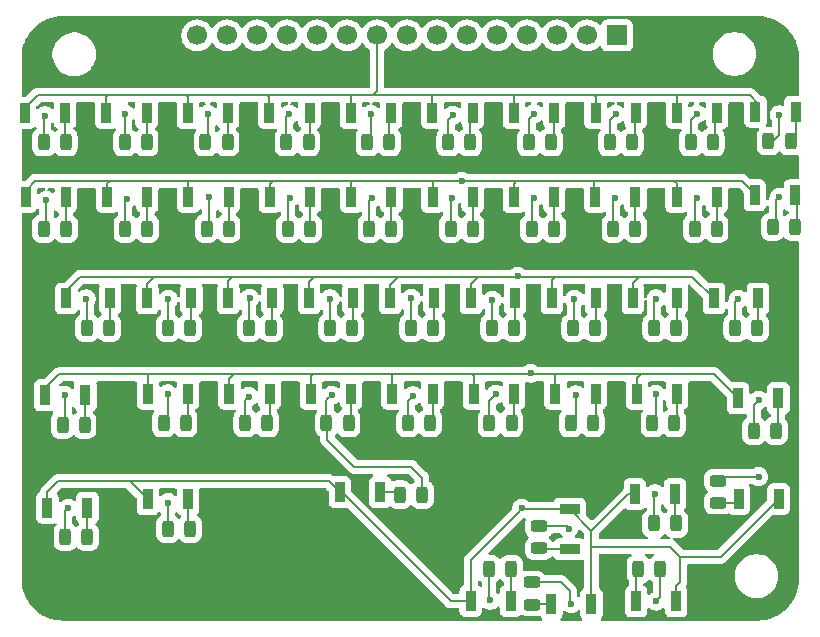
<source format=gbr>
%TF.GenerationSoftware,KiCad,Pcbnew,9.0.6*%
%TF.CreationDate,2026-01-16T18:31:21+11:00*%
%TF.ProjectId,Cooee_keyboard_68mm,436f6f65-655f-46b6-9579-626f6172645f,rev?*%
%TF.SameCoordinates,Original*%
%TF.FileFunction,Copper,L1,Top*%
%TF.FilePolarity,Positive*%
%FSLAX46Y46*%
G04 Gerber Fmt 4.6, Leading zero omitted, Abs format (unit mm)*
G04 Created by KiCad (PCBNEW 9.0.6) date 2026-01-16 18:31:21*
%MOMM*%
%LPD*%
G01*
G04 APERTURE LIST*
G04 Aperture macros list*
%AMRoundRect*
0 Rectangle with rounded corners*
0 $1 Rounding radius*
0 $2 $3 $4 $5 $6 $7 $8 $9 X,Y pos of 4 corners*
0 Add a 4 corners polygon primitive as box body*
4,1,4,$2,$3,$4,$5,$6,$7,$8,$9,$2,$3,0*
0 Add four circle primitives for the rounded corners*
1,1,$1+$1,$2,$3*
1,1,$1+$1,$4,$5*
1,1,$1+$1,$6,$7*
1,1,$1+$1,$8,$9*
0 Add four rect primitives between the rounded corners*
20,1,$1+$1,$2,$3,$4,$5,0*
20,1,$1+$1,$4,$5,$6,$7,0*
20,1,$1+$1,$6,$7,$8,$9,0*
20,1,$1+$1,$8,$9,$2,$3,0*%
G04 Aperture macros list end*
%TA.AperFunction,SMDPad,CuDef*%
%ADD10RoundRect,0.243750X-0.243750X-0.456250X0.243750X-0.456250X0.243750X0.456250X-0.243750X0.456250X0*%
%TD*%
%TA.AperFunction,SMDPad,CuDef*%
%ADD11R,1.700000X0.900000*%
%TD*%
%TA.AperFunction,SMDPad,CuDef*%
%ADD12R,0.900000X1.700000*%
%TD*%
%TA.AperFunction,ComponentPad*%
%ADD13R,1.700000X1.700000*%
%TD*%
%TA.AperFunction,ComponentPad*%
%ADD14C,1.700000*%
%TD*%
%TA.AperFunction,SMDPad,CuDef*%
%ADD15RoundRect,0.243750X-0.456250X0.243750X-0.456250X-0.243750X0.456250X-0.243750X0.456250X0.243750X0*%
%TD*%
%TA.AperFunction,SMDPad,CuDef*%
%ADD16RoundRect,0.243750X0.243750X0.456250X-0.243750X0.456250X-0.243750X-0.456250X0.243750X-0.456250X0*%
%TD*%
%TA.AperFunction,ViaPad*%
%ADD17C,0.600000*%
%TD*%
%TA.AperFunction,Conductor*%
%ADD18C,0.200000*%
%TD*%
G04 APERTURE END LIST*
D10*
%TO.P,D36,1,K*%
%TO.N,COL7*%
X160258699Y-82250000D03*
%TO.P,D36,2,A*%
%TO.N,Net-(D36-A)*%
X162133701Y-82250000D03*
%TD*%
D11*
%TO.P,SWe88,1,1*%
%TO.N,ROW5*%
X163700000Y-113299999D03*
%TO.P,SWe88,2,2*%
%TO.N,Net-(D93-A)*%
X163700000Y-116700001D03*
%TD*%
D10*
%TO.P,D39,1,K*%
%TO.N,COL10*%
X180525499Y-82150000D03*
%TO.P,D39,2,A*%
%TO.N,Net-(D39-A)*%
X182400501Y-82150000D03*
%TD*%
%TO.P,D20,1,K*%
%TO.N,COL4*%
X143415599Y-97975000D03*
%TO.P,D20,2,A*%
%TO.N,Net-(D20-A)*%
X145290601Y-97975000D03*
%TD*%
%TO.P,D52,1,K*%
%TO.N,COL9*%
X170838899Y-114525000D03*
%TO.P,D52,2,A*%
%TO.N,Net-(D52-A)*%
X172713901Y-114525000D03*
%TD*%
%TO.P,D11,1,K*%
%TO.N,COL3*%
X132869599Y-82250000D03*
%TO.P,D11,2,A*%
%TO.N,Net-(D11-A)*%
X134744601Y-82250000D03*
%TD*%
D12*
%TO.P,SWe14,1,1*%
%TO.N,ROW2*%
X158983300Y-86875000D03*
%TO.P,SWe14,2,2*%
%TO.N,Net-(D29-A)*%
X162383300Y-86875000D03*
%TD*%
%TO.P,SWe64,1,1*%
%TO.N,ROW4*%
X148700000Y-103525000D03*
%TO.P,SWe64,2,2*%
%TO.N,Net-(D21-A)*%
X152100000Y-103525000D03*
%TD*%
D10*
%TO.P,D15,1,K*%
%TO.N,COL3*%
X132959699Y-89550000D03*
%TO.P,D15,2,A*%
%TO.N,Net-(D15-A)*%
X134834701Y-89550000D03*
%TD*%
D12*
%TO.P,SWe7,1,1*%
%TO.N,Net-(D28-K)*%
X169325000Y-121125000D03*
%TO.P,SWe7,2,2*%
%TO.N,ROW5*%
X172725000Y-121125000D03*
%TD*%
%TO.P,SWe12,1,1*%
%TO.N,ROW5*%
X119475000Y-113175000D03*
%TO.P,SWe12,2,2*%
%TO.N,Net-(D5-A)*%
X122875000Y-113175000D03*
%TD*%
D13*
%TO.P,J1,1,Pin_1*%
%TO.N,COL10*%
X167725000Y-73200000D03*
D14*
%TO.P,J1,2,Pin_2*%
%TO.N,COL9*%
X165185000Y-73200000D03*
%TO.P,J1,3,Pin_3*%
%TO.N,COL8*%
X162645001Y-73200000D03*
%TO.P,J1,4,Pin_4*%
%TO.N,COL7*%
X160105000Y-73200000D03*
%TO.P,J1,5,Pin_5*%
%TO.N,ROW5*%
X157565000Y-73200000D03*
%TO.P,J1,6,Pin_6*%
%TO.N,ROW4*%
X155025000Y-73200000D03*
%TO.P,J1,7,Pin_7*%
%TO.N,ROW3*%
X152485000Y-73200000D03*
%TO.P,J1,8,Pin_8*%
%TO.N,ROW2*%
X149944999Y-73200000D03*
%TO.P,J1,9,Pin_9*%
%TO.N,ROW1*%
X147405000Y-73200000D03*
%TO.P,J1,10,Pin_10*%
%TO.N,COL6*%
X144865000Y-73200000D03*
%TO.P,J1,11,Pin_11*%
%TO.N,COL5*%
X142325000Y-73200000D03*
%TO.P,J1,12,Pin_12*%
%TO.N,COL4*%
X139785001Y-73200000D03*
%TO.P,J1,13,Pin_13*%
%TO.N,COL3*%
X137245000Y-73200000D03*
%TO.P,J1,14,Pin_14*%
%TO.N,COL2*%
X134705000Y-73200000D03*
%TO.P,J1,15,Pin_15*%
%TO.N,COL1*%
X132165000Y-73200000D03*
%TD*%
D12*
%TO.P,SWe13,1,1*%
%TO.N,ROW5*%
X155325000Y-121100000D03*
%TO.P,SWe13,2,2*%
%TO.N,Net-(D18-A)*%
X158725000Y-121100000D03*
%TD*%
D10*
%TO.P,D21,1,K*%
%TO.N,COL5*%
X150008299Y-106025000D03*
%TO.P,D21,2,A*%
%TO.N,Net-(D21-A)*%
X151883301Y-106025000D03*
%TD*%
%TO.P,D26,1,K*%
%TO.N,COL6*%
X157134399Y-97975000D03*
%TO.P,D26,2,A*%
%TO.N,Net-(D26-A)*%
X159009401Y-97975000D03*
%TD*%
%TO.P,D43,1,K*%
%TO.N,COL9*%
X174276399Y-89550000D03*
%TO.P,D43,2,A*%
%TO.N,Net-(D43-A)*%
X176151401Y-89550000D03*
%TD*%
%TO.P,D14,1,K*%
%TO.N,COL3*%
X136219399Y-106025000D03*
%TO.P,D14,2,A*%
%TO.N,Net-(D14-A)*%
X138094401Y-106025000D03*
%TD*%
D12*
%TO.P,SWe50,1,1*%
%TO.N,ROW5*%
X181400001Y-112450000D03*
%TO.P,SWe50,2,2*%
%TO.N,Net-(D54-A)*%
X177999999Y-112450000D03*
%TD*%
D10*
%TO.P,D17,1,K*%
%TO.N,COL4*%
X143113899Y-106025000D03*
%TO.P,D17,2,A*%
%TO.N,Net-(D17-A)*%
X144988901Y-106025000D03*
%TD*%
D12*
%TO.P,SWe38,1,1*%
%TO.N,ROW3*%
X169051065Y-95475000D03*
%TO.P,SWe38,2,2*%
%TO.N,Net-(D45-A)*%
X172780476Y-95475000D03*
%TD*%
D15*
%TO.P,D22,1,K*%
%TO.N,COL6*%
X160500000Y-119512499D03*
%TO.P,D22,2,A*%
%TO.N,Net-(D22-A)*%
X160500000Y-121387501D03*
%TD*%
D10*
%TO.P,D27,1,K*%
%TO.N,COL7*%
X163797199Y-106025000D03*
%TO.P,D27,2,A*%
%TO.N,Net-(D27-A)*%
X165672201Y-106025000D03*
%TD*%
%TO.P,D45,1,K*%
%TO.N,COL8*%
X170853099Y-97975000D03*
%TO.P,D45,2,A*%
%TO.N,Net-(D45-A)*%
X172728101Y-97975000D03*
%TD*%
D12*
%TO.P,SWe20,1,1*%
%TO.N,ROW1*%
X138283300Y-79750000D03*
%TO.P,SWe20,2,2*%
%TO.N,Net-(D33-A)*%
X141683300Y-79750000D03*
%TD*%
%TO.P,SWe21,1,1*%
%TO.N,ROW1*%
X145186100Y-79750000D03*
%TO.P,SWe21,2,2*%
%TO.N,Net-(D34-A)*%
X148586100Y-79750000D03*
%TD*%
%TO.P,SWe73,1,1*%
%TO.N,ROW3*%
X148497794Y-95475000D03*
%TO.P,SWe73,2,2*%
%TO.N,Net-(D24-A)*%
X152227206Y-95475000D03*
%TD*%
%TO.P,SWe53,1,1*%
%TO.N,ROW3*%
X134800047Y-95475000D03*
%TO.P,SWe53,2,2*%
%TO.N,Net-(D16-A)*%
X138529459Y-95475000D03*
%TD*%
%TO.P,SWe87,1,1*%
%TO.N,ROW4*%
X155600000Y-103525000D03*
%TO.P,SWe87,2,2*%
%TO.N,Net-(D92-A)*%
X159000000Y-103525000D03*
%TD*%
%TO.P,SWe2,1,1*%
%TO.N,ROW5*%
X165550001Y-121325000D03*
%TO.P,SWe2,2,2*%
%TO.N,Net-(D22-A)*%
X162149999Y-121325000D03*
%TD*%
D10*
%TO.P,D8,1,K*%
%TO.N,COL1*%
X122837499Y-97975000D03*
%TO.P,D8,2,A*%
%TO.N,Net-(D8-A)*%
X124712501Y-97975000D03*
%TD*%
D12*
%TO.P,SWe33,1,1*%
%TO.N,ROW3*%
X121074999Y-95475000D03*
%TO.P,SWe33,2,2*%
%TO.N,Net-(D8-A)*%
X124804412Y-95475000D03*
%TD*%
D10*
%TO.P,D16,1,K*%
%TO.N,COL3*%
X136556299Y-97975000D03*
%TO.P,D16,2,A*%
%TO.N,Net-(D16-A)*%
X138431301Y-97975000D03*
%TD*%
D12*
%TO.P,SWe62,1,1*%
%TO.N,ROW2*%
X138316700Y-86875000D03*
%TO.P,SWe62,2,2*%
%TO.N,Net-(D19-A)*%
X141716700Y-86875000D03*
%TD*%
%TO.P,SWe28,1,1*%
%TO.N,ROW1*%
X172797200Y-79750000D03*
%TO.P,SWe28,2,2*%
%TO.N,Net-(D38-A)*%
X176197200Y-79750000D03*
%TD*%
%TO.P,SWe27,1,1*%
%TO.N,ROW1*%
X165894400Y-79750000D03*
%TO.P,SWe27,2,2*%
%TO.N,Net-(D37-A)*%
X169294400Y-79750000D03*
%TD*%
%TO.P,SWe29,1,1*%
%TO.N,ROW1*%
X179425000Y-79650000D03*
%TO.P,SWe29,2,2*%
%TO.N,Net-(D39-A)*%
X182825000Y-79650000D03*
%TD*%
%TO.P,SWe34,1,1*%
%TO.N,ROW4*%
X128000000Y-103525000D03*
%TO.P,SWe34,2,2*%
%TO.N,Net-(D7-A)*%
X131400000Y-103525000D03*
%TD*%
D10*
%TO.P,D25,1,K*%
%TO.N,COL6*%
X153618099Y-89550000D03*
%TO.P,D25,2,A*%
%TO.N,Net-(D25-A)*%
X155493101Y-89550000D03*
%TD*%
%TO.P,D3,1,K*%
%TO.N,COL1*%
X120762499Y-106175000D03*
%TO.P,D3,2,A*%
%TO.N,Net-(D3-A)*%
X122637501Y-106175000D03*
%TD*%
D16*
%TO.P,D91,1,K*%
%TO.N,COL4*%
X151212501Y-112075000D03*
%TO.P,D91,2,A*%
%TO.N,Net-(D91-A)*%
X149337499Y-112075000D03*
%TD*%
D12*
%TO.P,SWe4,1,1*%
%TO.N,ROW2*%
X152094400Y-86875000D03*
%TO.P,SWe4,2,2*%
%TO.N,Net-(D25-A)*%
X155494400Y-86875000D03*
%TD*%
%TO.P,SWe26,1,1*%
%TO.N,ROW1*%
X158991700Y-79750000D03*
%TO.P,SWe26,2,2*%
%TO.N,Net-(D36-A)*%
X162391700Y-79750000D03*
%TD*%
D10*
%TO.P,D18,1,K*%
%TO.N,COL5*%
X156874999Y-118375000D03*
%TO.P,D18,2,A*%
%TO.N,Net-(D18-A)*%
X158750001Y-118375000D03*
%TD*%
D12*
%TO.P,SWe63,1,1*%
%TO.N,ROW3*%
X141648871Y-95475000D03*
%TO.P,SWe63,2,2*%
%TO.N,Net-(D20-A)*%
X145378282Y-95475000D03*
%TD*%
%TO.P,SWe44,1,1*%
%TO.N,ROW4*%
X134900000Y-103525000D03*
%TO.P,SWe44,2,2*%
%TO.N,Net-(D14-A)*%
X138300000Y-103525000D03*
%TD*%
D10*
%TO.P,D23,1,K*%
%TO.N,COL5*%
X146731899Y-89550000D03*
%TO.P,D23,2,A*%
%TO.N,Net-(D23-A)*%
X148606901Y-89550000D03*
%TD*%
D12*
%TO.P,SWe15,1,1*%
%TO.N,ROW3*%
X162195541Y-95475000D03*
%TO.P,SWe15,2,2*%
%TO.N,Net-(D30-A)*%
X165924953Y-95475000D03*
%TD*%
%TO.P,SWe42,1,1*%
%TO.N,ROW2*%
X124538900Y-86875000D03*
%TO.P,SWe42,2,2*%
%TO.N,Net-(D12-A)*%
X127938900Y-86875000D03*
%TD*%
%TO.P,SWe25,1,1*%
%TO.N,ROW1*%
X152088900Y-79750000D03*
%TO.P,SWe25,2,2*%
%TO.N,Net-(D35-A)*%
X155488900Y-79750000D03*
%TD*%
D10*
%TO.P,D92,1,K*%
%TO.N,COL6*%
X156902800Y-106025000D03*
%TO.P,D92,2,A*%
%TO.N,Net-(D92-A)*%
X158777800Y-106025000D03*
%TD*%
%TO.P,D5,1,K*%
%TO.N,COL1*%
X120999999Y-115675000D03*
%TO.P,D5,2,A*%
%TO.N,Net-(D5-A)*%
X122875001Y-115675000D03*
%TD*%
%TO.P,D24,1,K*%
%TO.N,COL5*%
X150274999Y-97975000D03*
%TO.P,D24,2,A*%
%TO.N,Net-(D24-A)*%
X152150001Y-97975000D03*
%TD*%
D15*
%TO.P,D93,1,K*%
%TO.N,COL7*%
X161100000Y-114762499D03*
%TO.P,D93,2,A*%
%TO.N,Net-(D93-A)*%
X161100000Y-116637501D03*
%TD*%
D12*
%TO.P,SWe52,1,1*%
%TO.N,ROW2*%
X131427800Y-86875000D03*
%TO.P,SWe52,2,2*%
%TO.N,Net-(D15-A)*%
X134827800Y-86875000D03*
%TD*%
D10*
%TO.P,D32,1,K*%
%TO.N,COL9*%
X179299999Y-106675000D03*
%TO.P,D32,2,A*%
%TO.N,Net-(D32-A)*%
X181175001Y-106675000D03*
%TD*%
%TO.P,D38,1,K*%
%TO.N,COL9*%
X173953199Y-82250000D03*
%TO.P,D38,2,A*%
%TO.N,Net-(D38-A)*%
X175828201Y-82250000D03*
%TD*%
%TO.P,D13,1,K*%
%TO.N,COL2*%
X129696899Y-97975000D03*
%TO.P,D13,2,A*%
%TO.N,Net-(D13-A)*%
X131571901Y-97975000D03*
%TD*%
D12*
%TO.P,SWe48,1,1*%
%TO.N,ROW5*%
X169225000Y-112025000D03*
%TO.P,SWe48,2,2*%
%TO.N,Net-(D52-A)*%
X172625000Y-112025000D03*
%TD*%
D10*
%TO.P,D30,1,K*%
%TO.N,COL7*%
X163993799Y-97975000D03*
%TO.P,D30,2,A*%
%TO.N,Net-(D30-A)*%
X165868801Y-97975000D03*
%TD*%
%TO.P,D9,1,K*%
%TO.N,COL1*%
X119187499Y-89550000D03*
%TO.P,D9,2,A*%
%TO.N,Net-(D9-A)*%
X121062501Y-89550000D03*
%TD*%
%TO.P,D34,1,K*%
%TO.N,COL5*%
X146564099Y-82250000D03*
%TO.P,D34,2,A*%
%TO.N,Net-(D34-A)*%
X148439101Y-82250000D03*
%TD*%
%TO.P,D10,1,K*%
%TO.N,COL2*%
X126022299Y-82250000D03*
%TO.P,D10,2,A*%
%TO.N,Net-(D10-A)*%
X127897301Y-82250000D03*
%TD*%
D12*
%TO.P,SWe54,1,1*%
%TO.N,ROW4*%
X141800000Y-103525000D03*
%TO.P,SWe54,2,2*%
%TO.N,Net-(D17-A)*%
X145200000Y-103525000D03*
%TD*%
%TO.P,SWe39,1,1*%
%TO.N,ROW3*%
X175920588Y-95475000D03*
%TO.P,SWe39,2,2*%
%TO.N,Net-(D46-A)*%
X179650000Y-95475000D03*
%TD*%
%TO.P,SWe72,1,1*%
%TO.N,ROW2*%
X145205600Y-86875000D03*
%TO.P,SWe72,2,2*%
%TO.N,Net-(D23-A)*%
X148605600Y-86875000D03*
%TD*%
%TO.P,SWe16,1,1*%
%TO.N,ROW4*%
X169400000Y-103525000D03*
%TO.P,SWe16,2,2*%
%TO.N,Net-(D31-A)*%
X172800000Y-103525000D03*
%TD*%
D10*
%TO.P,D35,1,K*%
%TO.N,COL6*%
X153411399Y-82250000D03*
%TO.P,D35,2,A*%
%TO.N,Net-(D35-A)*%
X155286401Y-82250000D03*
%TD*%
D12*
%TO.P,SWe47,1,1*%
%TO.N,ROW5*%
X127984700Y-112475000D03*
%TO.P,SWe47,2,2*%
%TO.N,Net-(D51-A)*%
X131384700Y-112475000D03*
%TD*%
%TO.P,SWe86,1,1*%
%TO.N,ROW5*%
X144250000Y-111875000D03*
%TO.P,SWe86,2,2*%
%TO.N,Net-(D91-A)*%
X147650000Y-111875000D03*
%TD*%
D10*
%TO.P,D28,1,K*%
%TO.N,Net-(D28-K)*%
X169512499Y-118400000D03*
%TO.P,D28,2,A*%
%TO.N,COL8*%
X171387501Y-118400000D03*
%TD*%
D12*
%TO.P,SWe5,1,1*%
%TO.N,ROW3*%
X155346718Y-95475000D03*
%TO.P,SWe5,2,2*%
%TO.N,Net-(D26-A)*%
X159076129Y-95475000D03*
%TD*%
D10*
%TO.P,D42,1,K*%
%TO.N,COL8*%
X167390299Y-89550000D03*
%TO.P,D42,2,A*%
%TO.N,Net-(D42-A)*%
X169265301Y-89550000D03*
%TD*%
%TO.P,D2,1,K*%
%TO.N,COL1*%
X119174999Y-82250000D03*
%TO.P,D2,2,A*%
%TO.N,Net-(D2-A)*%
X121050001Y-82250000D03*
%TD*%
%TO.P,D44,1,K*%
%TO.N,COL10*%
X180887498Y-89425000D03*
%TO.P,D44,2,A*%
%TO.N,Net-(D44-A)*%
X182762500Y-89425000D03*
%TD*%
%TO.P,D19,1,K*%
%TO.N,COL4*%
X139845799Y-89550000D03*
%TO.P,D19,2,A*%
%TO.N,Net-(D19-A)*%
X141720801Y-89550000D03*
%TD*%
D12*
%TO.P,ESC1,1,1*%
%TO.N,ROW1*%
X117574999Y-79750000D03*
%TO.P,ESC1,2,2*%
%TO.N,Net-(D2-A)*%
X120975001Y-79750000D03*
%TD*%
%TO.P,SWe35,1,1*%
%TO.N,ROW2*%
X165872200Y-86875000D03*
%TO.P,SWe35,2,2*%
%TO.N,Net-(D42-A)*%
X169272200Y-86875000D03*
%TD*%
D10*
%TO.P,D29,1,K*%
%TO.N,COL7*%
X160504199Y-89550000D03*
%TO.P,D29,2,A*%
%TO.N,Net-(D29-A)*%
X162379201Y-89550000D03*
%TD*%
D12*
%TO.P,SWe32,1,1*%
%TO.N,ROW2*%
X117649999Y-86875000D03*
%TO.P,SWe32,2,2*%
%TO.N,Net-(D9-A)*%
X121050001Y-86875000D03*
%TD*%
D10*
%TO.P,D31,1,K*%
%TO.N,COL8*%
X170691699Y-106025000D03*
%TO.P,D31,2,A*%
%TO.N,Net-(D31-A)*%
X172566701Y-106025000D03*
%TD*%
D12*
%TO.P,SWe8,1,1*%
%TO.N,ROW1*%
X124477800Y-79750000D03*
%TO.P,SWe8,2,2*%
%TO.N,Net-(D10-A)*%
X127877800Y-79750000D03*
%TD*%
%TO.P,SWe6,1,1*%
%TO.N,ROW4*%
X162500000Y-103525000D03*
%TO.P,SWe6,2,2*%
%TO.N,Net-(D27-A)*%
X165900000Y-103525000D03*
%TD*%
D10*
%TO.P,D7,1,K*%
%TO.N,COL2*%
X129324999Y-106025000D03*
%TO.P,D7,2,A*%
%TO.N,Net-(D7-A)*%
X131200001Y-106025000D03*
%TD*%
D12*
%TO.P,SWe43,1,1*%
%TO.N,ROW3*%
X127944524Y-95475000D03*
%TO.P,SWe43,2,2*%
%TO.N,Net-(D13-A)*%
X131673935Y-95475000D03*
%TD*%
D10*
%TO.P,D51,1,K*%
%TO.N,COL2*%
X129687499Y-114975000D03*
%TO.P,D51,2,A*%
%TO.N,Net-(D51-A)*%
X131562501Y-114975000D03*
%TD*%
D12*
%TO.P,SWe37,1,1*%
%TO.N,ROW2*%
X179374998Y-86750000D03*
%TO.P,SWe37,2,2*%
%TO.N,Net-(D44-A)*%
X182775000Y-86750000D03*
%TD*%
%TO.P,SWe17,1,1*%
%TO.N,ROW4*%
X177975000Y-103925000D03*
%TO.P,SWe17,2,2*%
%TO.N,Net-(D32-A)*%
X181375000Y-103925000D03*
%TD*%
D15*
%TO.P,D54,1,K*%
%TO.N,COL10*%
X176275000Y-110887499D03*
%TO.P,D54,2,A*%
%TO.N,Net-(D54-A)*%
X176275000Y-112762501D03*
%TD*%
D12*
%TO.P,SWe36,1,1*%
%TO.N,ROW2*%
X172761100Y-86875000D03*
%TO.P,SWe36,2,2*%
%TO.N,Net-(D43-A)*%
X176161100Y-86875000D03*
%TD*%
D10*
%TO.P,D33,1,K*%
%TO.N,COL4*%
X139716799Y-82250000D03*
%TO.P,D33,2,A*%
%TO.N,Net-(D33-A)*%
X141591801Y-82250000D03*
%TD*%
D12*
%TO.P,SWe24,1,1*%
%TO.N,ROW4*%
X119300000Y-103675000D03*
%TO.P,SWe24,2,2*%
%TO.N,Net-(D3-A)*%
X122700000Y-103675000D03*
%TD*%
D10*
%TO.P,D12,1,K*%
%TO.N,COL2*%
X126073599Y-89550000D03*
%TO.P,D12,2,A*%
%TO.N,Net-(D12-A)*%
X127948601Y-89550000D03*
%TD*%
%TO.P,D46,1,K*%
%TO.N,COL9*%
X177712499Y-97975000D03*
%TO.P,D46,2,A*%
%TO.N,Net-(D46-A)*%
X179587501Y-97975000D03*
%TD*%
%TO.P,D37,1,K*%
%TO.N,COL8*%
X167105999Y-82250000D03*
%TO.P,D37,2,A*%
%TO.N,Net-(D37-A)*%
X168981001Y-82250000D03*
%TD*%
D12*
%TO.P,SWe18,1,1*%
%TO.N,ROW1*%
X131380600Y-79750000D03*
%TO.P,SWe18,2,2*%
%TO.N,Net-(D11-A)*%
X134780600Y-79750000D03*
%TD*%
D17*
%TO.N,COL1*%
X119300000Y-80000000D03*
X121250000Y-113225000D03*
X122775000Y-95500000D03*
X119400000Y-87150000D03*
X120950000Y-103650000D03*
%TO.N,COL2*%
X129725000Y-95550000D03*
X129675000Y-103550000D03*
X129700000Y-112750000D03*
X126225000Y-87025000D03*
X126075000Y-79850000D03*
%TO.N,COL3*%
X133050000Y-79850000D03*
X133150000Y-86900000D03*
X136525000Y-103775000D03*
X136600000Y-95450000D03*
%TO.N,COL4*%
X143550000Y-103675000D03*
X143425000Y-95500000D03*
X140000000Y-86950000D03*
X139975000Y-79875000D03*
%TO.N,COL5*%
X150425000Y-103700000D03*
X156975000Y-121025000D03*
X150300000Y-95475000D03*
X146975000Y-86975000D03*
X146875000Y-79875000D03*
%TO.N,COL6*%
X153800000Y-79950000D03*
X157150000Y-95600000D03*
X163825000Y-121300000D03*
X157450000Y-103575000D03*
X153700000Y-86925000D03*
%TO.N,COL7*%
X164100000Y-95550000D03*
X164200000Y-103625000D03*
X163625000Y-114950000D03*
X160700000Y-79825000D03*
X160700000Y-86925000D03*
%TO.N,COL8*%
X171000000Y-103600000D03*
X167575000Y-86925000D03*
X167600000Y-79875000D03*
X171025000Y-95500000D03*
X171050000Y-121100000D03*
%TO.N,ROW5*%
X159650000Y-113225000D03*
%TO.N,ROW2*%
X154575000Y-85525000D03*
%TO.N,ROW3*%
X159300000Y-93575000D03*
%TO.N,ROW4*%
X160425000Y-101800000D03*
%TO.N,COL10*%
X179700000Y-110550000D03*
X181425000Y-86900000D03*
X181450000Y-79925000D03*
%TO.N,COL9*%
X174450000Y-79850000D03*
X177975000Y-95525000D03*
X179700000Y-104075000D03*
X174475000Y-86950000D03*
X170925000Y-112000000D03*
%TD*%
D18*
%TO.N,ROW2*%
X179374998Y-86599999D02*
X179374998Y-86750000D01*
%TO.N,COL10*%
X181162499Y-87162501D02*
X181425000Y-86900000D01*
%TO.N,ROW2*%
X178299999Y-85525000D02*
X179374998Y-86599999D01*
%TO.N,COL10*%
X181162499Y-89149999D02*
X181162499Y-87162501D01*
X180887498Y-89425000D02*
X181162499Y-89149999D01*
%TO.N,ROW2*%
X172575000Y-85525000D02*
X178299999Y-85525000D01*
%TO.N,COL10*%
X181450000Y-81600499D02*
X181450000Y-79925000D01*
X180900499Y-82150000D02*
X181450000Y-81600499D01*
X180525499Y-82150000D02*
X180900499Y-82150000D01*
%TO.N,ROW1*%
X179675000Y-79400000D02*
X179425000Y-79650000D01*
X179675000Y-78975000D02*
X179675000Y-79400000D01*
X178950000Y-78250000D02*
X179675000Y-78975000D01*
X172700000Y-78250000D02*
X178950000Y-78250000D01*
%TO.N,COL1*%
X120762499Y-106175000D02*
X120950000Y-105987499D01*
X119174999Y-82250000D02*
X119174999Y-80125001D01*
X120999999Y-115675000D02*
X120999999Y-113475001D01*
X119187499Y-89550000D02*
X119400000Y-89337499D01*
X120950000Y-105987499D02*
X120950000Y-103650000D01*
X119174999Y-80125001D02*
X119300000Y-80000000D01*
X122837499Y-95562499D02*
X122775000Y-95500000D01*
X119400000Y-89337499D02*
X119400000Y-87150000D01*
X122837499Y-97975000D02*
X122837499Y-95562499D01*
X120999999Y-113475001D02*
X121250000Y-113225000D01*
%TO.N,Net-(D2-A)*%
X120975001Y-79750000D02*
X120975001Y-82175000D01*
X120975001Y-82175000D02*
X121050001Y-82250000D01*
%TO.N,Net-(D3-A)*%
X122700000Y-106112501D02*
X122637501Y-106175000D01*
X122700000Y-103675000D02*
X122700000Y-106112501D01*
%TO.N,Net-(D5-A)*%
X122875000Y-115674999D02*
X122875001Y-115675000D01*
X122875000Y-113175000D02*
X122875000Y-115674999D01*
%TO.N,COL2*%
X126073599Y-89550000D02*
X126073599Y-87176401D01*
X129687499Y-112762501D02*
X129700000Y-112750000D01*
X129696899Y-97975000D02*
X129696899Y-95578101D01*
X129675000Y-105674999D02*
X129675000Y-103550000D01*
X126022299Y-82250000D02*
X126022299Y-79902701D01*
X126022299Y-79902701D02*
X126075000Y-79850000D01*
X129324999Y-106025000D02*
X129675000Y-105674999D01*
X129696899Y-95578101D02*
X129725000Y-95550000D01*
X126073599Y-87176401D02*
X126225000Y-87025000D01*
X129687499Y-114975000D02*
X129687499Y-112762501D01*
%TO.N,Net-(D7-A)*%
X131400000Y-103525000D02*
X131400000Y-105825001D01*
X131400000Y-105825001D02*
X131200001Y-106025000D01*
%TO.N,Net-(D8-A)*%
X124804412Y-95475000D02*
X124804412Y-97883089D01*
X124804412Y-97883089D02*
X124712501Y-97975000D01*
%TO.N,Net-(D9-A)*%
X121062501Y-89550000D02*
X121062501Y-86887500D01*
X121062501Y-86887500D02*
X121050001Y-86875000D01*
%TO.N,Net-(D10-A)*%
X127877800Y-82230499D02*
X127897301Y-82250000D01*
X127877800Y-79750000D02*
X127877800Y-82230499D01*
%TO.N,COL3*%
X132869599Y-82250000D02*
X133050000Y-82069599D01*
X133050000Y-82069599D02*
X133050000Y-79850000D01*
X136556299Y-95493701D02*
X136600000Y-95450000D01*
X136556299Y-97975000D02*
X136556299Y-95493701D01*
X133150000Y-89359699D02*
X133150000Y-86900000D01*
X136219399Y-106025000D02*
X136219399Y-104080601D01*
X136219399Y-104080601D02*
X136525000Y-103775000D01*
X132959699Y-89550000D02*
X133150000Y-89359699D01*
%TO.N,Net-(D11-A)*%
X134780600Y-82214001D02*
X134744601Y-82250000D01*
X134780600Y-79750000D02*
X134780600Y-82214001D01*
%TO.N,Net-(D12-A)*%
X127948601Y-86884701D02*
X127938900Y-86875000D01*
X127948601Y-89550000D02*
X127948601Y-86884701D01*
%TO.N,Net-(D13-A)*%
X131673935Y-97872966D02*
X131571901Y-97975000D01*
X131673935Y-95475000D02*
X131673935Y-97872966D01*
%TO.N,Net-(D14-A)*%
X138300000Y-105819401D02*
X138094401Y-106025000D01*
X138300000Y-103525000D02*
X138300000Y-105819401D01*
%TO.N,Net-(D15-A)*%
X134834701Y-89550000D02*
X134834701Y-86881901D01*
X134834701Y-86881901D02*
X134827800Y-86875000D01*
%TO.N,COL4*%
X143175000Y-106086101D02*
X143113899Y-106025000D01*
X151212501Y-112075000D02*
X151212501Y-110637501D01*
X139716799Y-80133201D02*
X139975000Y-79875000D01*
X143415599Y-95509401D02*
X143425000Y-95500000D01*
X151212501Y-110637501D02*
X150300000Y-109725000D01*
X145475000Y-109725000D02*
X143175000Y-107425000D01*
X143113899Y-104111101D02*
X143550000Y-103675000D01*
X143113899Y-106025000D02*
X143113899Y-104111101D01*
X143415599Y-97975000D02*
X143415599Y-95509401D01*
X139716799Y-82250000D02*
X139716799Y-80133201D01*
X143175000Y-107425000D02*
X143175000Y-106086101D01*
X139845799Y-87104201D02*
X140000000Y-86950000D01*
X139845799Y-89550000D02*
X139845799Y-87104201D01*
X150300000Y-109725000D02*
X145475000Y-109725000D01*
%TO.N,Net-(D16-A)*%
X138529459Y-97876842D02*
X138431301Y-97975000D01*
X138529459Y-95475000D02*
X138529459Y-97876842D01*
%TO.N,Net-(D17-A)*%
X145200000Y-105813901D02*
X144988901Y-106025000D01*
X145200000Y-103525000D02*
X145200000Y-105813901D01*
%TO.N,Net-(D18-A)*%
X158725000Y-121100000D02*
X158725000Y-118400001D01*
X158725000Y-118400001D02*
X158750001Y-118375000D01*
%TO.N,COL5*%
X150008299Y-106025000D02*
X150008299Y-104116701D01*
X156874999Y-120924999D02*
X156975000Y-121025000D01*
X146875000Y-81939099D02*
X146875000Y-79875000D01*
X156874999Y-118375000D02*
X156874999Y-120924999D01*
X150274999Y-97975000D02*
X150274999Y-95500001D01*
X146564099Y-82250000D02*
X146875000Y-81939099D01*
X146731899Y-89550000D02*
X146731899Y-87218101D01*
X150274999Y-95500001D02*
X150300000Y-95475000D01*
X146731899Y-87218101D02*
X146975000Y-86975000D01*
X150008299Y-104116701D02*
X150425000Y-103700000D01*
%TO.N,Net-(D19-A)*%
X141716700Y-86875000D02*
X141720801Y-86879101D01*
X141720801Y-86879101D02*
X141720801Y-89550000D01*
%TO.N,Net-(D20-A)*%
X145378282Y-95475000D02*
X145378282Y-97887319D01*
X145378282Y-97887319D02*
X145290601Y-97975000D01*
%TO.N,Net-(D21-A)*%
X152100000Y-103525000D02*
X152100000Y-105808301D01*
X152100000Y-105808301D02*
X151883301Y-106025000D01*
%TO.N,Net-(D22-A)*%
X160562501Y-121325000D02*
X160500000Y-121387501D01*
X162149999Y-121325000D02*
X160562501Y-121325000D01*
%TO.N,Net-(D23-A)*%
X148605600Y-89548699D02*
X148606901Y-89550000D01*
X148605600Y-86875000D02*
X148605600Y-89548699D01*
%TO.N,COL6*%
X156902800Y-106025000D02*
X156902800Y-104122200D01*
X153618099Y-89550000D02*
X153618099Y-87006901D01*
X157134399Y-97975000D02*
X157134399Y-95615601D01*
X153411399Y-80338601D02*
X153800000Y-79950000D01*
X153618099Y-87006901D02*
X153700000Y-86925000D01*
X153411399Y-82250000D02*
X153411399Y-80338601D01*
X157134399Y-95615601D02*
X157150000Y-95600000D01*
X162987499Y-119512499D02*
X163750000Y-120275000D01*
X163750000Y-120275000D02*
X163750000Y-121225000D01*
X163750000Y-121225000D02*
X163825000Y-121300000D01*
X156902800Y-104122200D02*
X157450000Y-103575000D01*
X160500000Y-119512499D02*
X162987499Y-119512499D01*
%TO.N,Net-(D24-A)*%
X152227206Y-95475000D02*
X152227206Y-97897795D01*
X152227206Y-97897795D02*
X152150001Y-97975000D01*
%TO.N,Net-(D25-A)*%
X155494400Y-86875000D02*
X155494400Y-89548701D01*
X155494400Y-89548701D02*
X155493101Y-89550000D01*
%TO.N,COL7*%
X161100000Y-114762499D02*
X163437499Y-114762499D01*
X164200000Y-105622199D02*
X164200000Y-103625000D01*
X163797199Y-106025000D02*
X164200000Y-105622199D01*
X163993799Y-97956201D02*
X164025000Y-97925000D01*
X160258699Y-82250000D02*
X160258699Y-80266301D01*
X163993799Y-97975000D02*
X163993799Y-97956201D01*
X164025000Y-97925000D02*
X164100000Y-97850000D01*
X160504199Y-87120801D02*
X160700000Y-86925000D01*
X160504199Y-89550000D02*
X160504199Y-87120801D01*
X163437499Y-114762499D02*
X163625000Y-114950000D01*
X160258699Y-80266301D02*
X160700000Y-79825000D01*
X164100000Y-97850000D02*
X164100000Y-95550000D01*
%TO.N,Net-(D26-A)*%
X159076129Y-97908272D02*
X159009401Y-97975000D01*
X159076129Y-95475000D02*
X159076129Y-97908272D01*
%TO.N,Net-(D27-A)*%
X165900000Y-103525000D02*
X165900000Y-105797201D01*
X165900000Y-105797201D02*
X165672201Y-106025000D01*
%TO.N,COL8*%
X171000000Y-105716699D02*
X171000000Y-103600000D01*
X167390299Y-87109701D02*
X167575000Y-86925000D01*
X167105999Y-82250000D02*
X167105999Y-80369001D01*
X170691699Y-106025000D02*
X171000000Y-105716699D01*
X171387501Y-118400000D02*
X171387501Y-120762499D01*
X170853099Y-97975000D02*
X170853099Y-95671901D01*
X167390299Y-89550000D02*
X167390299Y-87109701D01*
X167105999Y-80369001D02*
X167600000Y-79875000D01*
X171387501Y-120762499D02*
X171050000Y-121100000D01*
X170853099Y-95671901D02*
X171025000Y-95500000D01*
%TO.N,Net-(D29-A)*%
X162383300Y-89545901D02*
X162379201Y-89550000D01*
X162383300Y-86875000D02*
X162383300Y-89545901D01*
%TO.N,Net-(D30-A)*%
X165924953Y-97918848D02*
X165868801Y-97975000D01*
X165924953Y-95475000D02*
X165924953Y-97918848D01*
%TO.N,Net-(D31-A)*%
X172800000Y-105791701D02*
X172566701Y-106025000D01*
X172800000Y-103525000D02*
X172800000Y-105791701D01*
%TO.N,Net-(D32-A)*%
X181375000Y-106475001D02*
X181175001Y-106675000D01*
X181375000Y-103925000D02*
X181375000Y-106475001D01*
%TO.N,Net-(D33-A)*%
X141683300Y-82158501D02*
X141591801Y-82250000D01*
X141683300Y-79750000D02*
X141683300Y-82158501D01*
%TO.N,Net-(D34-A)*%
X148439101Y-82250000D02*
X148439101Y-79896999D01*
X148439101Y-79896999D02*
X148586100Y-79750000D01*
%TO.N,Net-(D35-A)*%
X155286401Y-79952499D02*
X155488900Y-79750000D01*
X155286401Y-82250000D02*
X155286401Y-79952499D01*
%TO.N,Net-(D36-A)*%
X162133701Y-82250000D02*
X162391700Y-81992001D01*
X162391700Y-81992001D02*
X162391700Y-79750000D01*
%TO.N,Net-(D37-A)*%
X169250000Y-81981001D02*
X169250000Y-79794400D01*
X168981001Y-82250000D02*
X169250000Y-81981001D01*
X169250000Y-79794400D02*
X169294400Y-79750000D01*
%TO.N,Net-(D38-A)*%
X176000000Y-82078201D02*
X175828201Y-82250000D01*
X176197200Y-79750000D02*
X176000000Y-79947200D01*
X176000000Y-79947200D02*
X176000000Y-82078201D01*
%TO.N,Net-(D39-A)*%
X182875000Y-82250000D02*
X182875000Y-79625501D01*
%TO.N,Net-(D42-A)*%
X169272200Y-89543101D02*
X169265301Y-89550000D01*
X169272200Y-86875000D02*
X169272200Y-89543101D01*
%TO.N,Net-(D43-A)*%
X176161100Y-86875000D02*
X176161100Y-89540301D01*
X176161100Y-89540301D02*
X176151401Y-89550000D01*
%TO.N,Net-(D44-A)*%
X182950000Y-87275000D02*
X182950000Y-89250000D01*
%TO.N,Net-(D45-A)*%
X172780476Y-97922625D02*
X172728101Y-97975000D01*
X172780476Y-95475000D02*
X172780476Y-97922625D01*
%TO.N,Net-(D46-A)*%
X179650000Y-95475000D02*
X179650000Y-97912501D01*
X179650000Y-97912501D02*
X179587501Y-97975000D01*
%TO.N,Net-(D51-A)*%
X131384700Y-112475000D02*
X131384700Y-114797199D01*
X131384700Y-114797199D02*
X131562501Y-114975000D01*
%TO.N,Net-(D52-A)*%
X172625000Y-112025000D02*
X172625000Y-114436099D01*
X172625000Y-114436099D02*
X172713901Y-114525000D01*
%TO.N,Net-(D54-A)*%
X177687498Y-112762501D02*
X177999999Y-112450000D01*
X176275000Y-112762501D02*
X177687498Y-112762501D01*
%TO.N,Net-(D91-A)*%
X149137499Y-111875000D02*
X149337499Y-112075000D01*
X147650000Y-111875000D02*
X149137499Y-111875000D01*
%TO.N,Net-(D92-A)*%
X159000000Y-105802800D02*
X158777800Y-106025000D01*
X159000000Y-103525000D02*
X159000000Y-105802800D01*
%TO.N,Net-(D93-A)*%
X163700000Y-116700001D02*
X161162500Y-116700001D01*
X161162500Y-116700001D02*
X161100000Y-116637501D01*
%TO.N,ROW1*%
X165894400Y-78419400D02*
X165725000Y-78250000D01*
X152088900Y-79750000D02*
X152088900Y-78288900D01*
X165894400Y-79750000D02*
X165894400Y-78419400D01*
X158991700Y-79750000D02*
X158991700Y-78316700D01*
X158991700Y-78316700D02*
X158925000Y-78250000D01*
X117574999Y-79750000D02*
X117574999Y-79325001D01*
X172797200Y-79750000D02*
X172797200Y-78347200D01*
X131225000Y-78250000D02*
X138100000Y-78250000D01*
X147075000Y-78250000D02*
X152050000Y-78250000D01*
X138283300Y-78433300D02*
X138100000Y-78250000D01*
X117574999Y-79325001D02*
X118650000Y-78250000D01*
X152088900Y-78288900D02*
X152050000Y-78250000D01*
X156375000Y-78250000D02*
X158925000Y-78250000D01*
X145186100Y-79750000D02*
X145186100Y-78261100D01*
X124477800Y-79750000D02*
X124477800Y-78422200D01*
X118650000Y-78250000D02*
X124650000Y-78250000D01*
X172797200Y-78347200D02*
X172700000Y-78250000D01*
X124477800Y-78422200D02*
X124650000Y-78250000D01*
X147405000Y-77920000D02*
X147075000Y-78250000D01*
X131380600Y-78405600D02*
X131225000Y-78250000D01*
X152050000Y-78250000D02*
X156375000Y-78250000D01*
X145175000Y-78250000D02*
X147075000Y-78250000D01*
X158925000Y-78250000D02*
X165725000Y-78250000D01*
X147405000Y-73200000D02*
X147405000Y-77920000D01*
X165725000Y-78250000D02*
X172700000Y-78250000D01*
X138100000Y-78250000D02*
X145175000Y-78250000D01*
X138283300Y-79750000D02*
X138283300Y-78433300D01*
X131380600Y-79750000D02*
X131380600Y-78405600D01*
X145186100Y-78261100D02*
X145175000Y-78250000D01*
X124650000Y-78250000D02*
X131225000Y-78250000D01*
%TO.N,ROW5*%
X176500001Y-117350000D02*
X173075000Y-117350000D01*
X144250000Y-111875000D02*
X144400000Y-111875000D01*
X181400001Y-112450000D02*
X176500001Y-117350000D01*
X165550001Y-115150000D02*
X165550001Y-116475000D01*
X165550001Y-116475000D02*
X172200000Y-116475000D01*
X165550001Y-115150000D02*
X168675001Y-112025000D01*
X144400000Y-111875000D02*
X153625000Y-121100000D01*
X119475000Y-111825000D02*
X120350000Y-110950000D01*
X172725000Y-119800000D02*
X172725000Y-121125000D01*
X126459700Y-110950000D02*
X143325000Y-110950000D01*
X173075000Y-119450000D02*
X172725000Y-119800000D01*
X143325000Y-110950000D02*
X144250000Y-111875000D01*
X119475000Y-113175000D02*
X119475000Y-111825000D01*
X126459700Y-110950000D02*
X127984700Y-112475000D01*
X165550001Y-116475000D02*
X165550001Y-121325000D01*
X163700000Y-113299999D02*
X165550001Y-115150000D01*
X172200000Y-116475000D02*
X173075000Y-117350000D01*
X159450000Y-113500000D02*
X159650001Y-113299999D01*
X155325000Y-121100000D02*
X155325000Y-117650000D01*
X159450000Y-113525000D02*
X159450000Y-113500000D01*
X153625000Y-121100000D02*
X155325000Y-121100000D01*
X120350000Y-110950000D02*
X126459700Y-110950000D01*
X168675001Y-112025000D02*
X169225000Y-112025000D01*
X159650001Y-113299999D02*
X163700000Y-113299999D01*
X155325000Y-117650000D02*
X159450000Y-113525000D01*
X173075000Y-117350000D02*
X173075000Y-119450000D01*
%TO.N,ROW2*%
X172761100Y-86875000D02*
X172761100Y-85711100D01*
X152094400Y-86875000D02*
X152094400Y-85655600D01*
X117649999Y-86875000D02*
X117649999Y-86350001D01*
X145325000Y-85525000D02*
X152225000Y-85525000D01*
X131427800Y-85597200D02*
X131500000Y-85525000D01*
X138316700Y-86875000D02*
X138316700Y-85808300D01*
X124538900Y-85736100D02*
X124750000Y-85525000D01*
X165800000Y-85525000D02*
X165800000Y-86802800D01*
X172761100Y-85711100D02*
X172575000Y-85525000D01*
X159175000Y-85525000D02*
X158950000Y-85750000D01*
X159175000Y-85525000D02*
X165800000Y-85525000D01*
X138316700Y-85808300D02*
X138600000Y-85525000D01*
X117649999Y-86350001D02*
X118475000Y-85525000D01*
X124538900Y-86875000D02*
X124538900Y-85736100D01*
X152225000Y-85525000D02*
X159325000Y-85525000D01*
X152094400Y-85655600D02*
X152225000Y-85525000D01*
X165800000Y-85525000D02*
X172575000Y-85525000D01*
X131427800Y-86875000D02*
X131427800Y-85597200D01*
X118475000Y-85525000D02*
X124750000Y-85525000D01*
X131500000Y-85525000D02*
X138600000Y-85525000D01*
X138600000Y-85525000D02*
X145325000Y-85525000D01*
X145205600Y-86875000D02*
X145205600Y-85644400D01*
X145205600Y-85644400D02*
X145325000Y-85525000D01*
X158950000Y-86841700D02*
X158983300Y-86875000D01*
X124750000Y-85525000D02*
X131500000Y-85525000D01*
X165800000Y-86802800D02*
X165872200Y-86875000D01*
X158950000Y-85750000D02*
X158950000Y-86841700D01*
%TO.N,ROW3*%
X134800047Y-93974953D02*
X135125000Y-93650000D01*
X127944524Y-95475000D02*
X127944524Y-94205476D01*
X162195541Y-95475000D02*
X162195541Y-93879459D01*
X155346718Y-95475000D02*
X155346718Y-94228282D01*
X135125000Y-93650000D02*
X142050000Y-93650000D01*
X128500000Y-93650000D02*
X135125000Y-93650000D01*
X169051065Y-94148935D02*
X169550000Y-93650000D01*
X162195541Y-93879459D02*
X162425000Y-93650000D01*
X169051065Y-95475000D02*
X169051065Y-94148935D01*
X127944524Y-94205476D02*
X128500000Y-93650000D01*
X141648871Y-94051129D02*
X142050000Y-93650000D01*
X155925000Y-93650000D02*
X162425000Y-93650000D01*
X162425000Y-93650000D02*
X169550000Y-93650000D01*
X121074999Y-94850001D02*
X122275000Y-93650000D01*
X121074999Y-95475000D02*
X121074999Y-94850001D01*
X148497794Y-95475000D02*
X148497794Y-94327206D01*
X141648871Y-95475000D02*
X141648871Y-94051129D01*
X155346718Y-94228282D02*
X155925000Y-93650000D01*
X148497794Y-94327206D02*
X149175000Y-93650000D01*
X122275000Y-93650000D02*
X128500000Y-93650000D01*
X174095588Y-93650000D02*
X175920588Y-95475000D01*
X149175000Y-93650000D02*
X155925000Y-93650000D01*
X134800047Y-95475000D02*
X134800047Y-93974953D01*
X169550000Y-93650000D02*
X174095588Y-93650000D01*
X142050000Y-93650000D02*
X149175000Y-93650000D01*
%TO.N,ROW4*%
X128000000Y-103525000D02*
X128000000Y-101975000D01*
X135275000Y-101900000D02*
X141975000Y-101900000D01*
X141800000Y-103525000D02*
X141800000Y-102075000D01*
X169725000Y-101900000D02*
X175950000Y-101900000D01*
X141975000Y-101900000D02*
X148600000Y-101900000D01*
X161375000Y-101900000D02*
X162450000Y-101900000D01*
X141800000Y-102075000D02*
X141975000Y-101900000D01*
X169400000Y-103525000D02*
X169400000Y-102225000D01*
X148700000Y-102000000D02*
X148600000Y-101900000D01*
X128000000Y-101975000D02*
X128075000Y-101900000D01*
X162450000Y-103475000D02*
X162450000Y-101900000D01*
X169400000Y-102225000D02*
X169725000Y-101900000D01*
X155600000Y-103525000D02*
X155600000Y-102050000D01*
X119300000Y-103075000D02*
X120475000Y-101900000D01*
X128075000Y-101900000D02*
X135275000Y-101900000D01*
X162450000Y-101900000D02*
X169725000Y-101900000D01*
X134900000Y-103525000D02*
X134900000Y-102275000D01*
X175950000Y-101900000D02*
X177975000Y-103925000D01*
X162500000Y-103525000D02*
X162450000Y-103475000D01*
X120475000Y-101900000D02*
X128075000Y-101900000D01*
X119300000Y-103675000D02*
X119300000Y-103075000D01*
X160425000Y-101800000D02*
X160575000Y-101650000D01*
X134900000Y-102275000D02*
X135275000Y-101900000D01*
X155600000Y-102050000D02*
X155450000Y-101900000D01*
X155450000Y-101900000D02*
X161375000Y-101900000D01*
X148700000Y-103525000D02*
X148700000Y-102000000D01*
X148600000Y-101900000D02*
X155450000Y-101900000D01*
%TO.N,COL10*%
X176612499Y-110550000D02*
X179700000Y-110550000D01*
X176275000Y-110887499D02*
X176612499Y-110550000D01*
%TO.N,COL9*%
X174276399Y-89550000D02*
X174276399Y-87148601D01*
X173953199Y-80346801D02*
X174450000Y-79850000D01*
X173953199Y-82250000D02*
X173953199Y-80346801D01*
X174276399Y-87148601D02*
X174475000Y-86950000D01*
X177712499Y-97975000D02*
X177712499Y-95787501D01*
X170838899Y-112086101D02*
X170925000Y-112000000D01*
X177712499Y-95787501D02*
X177975000Y-95525000D01*
X179299999Y-104475001D02*
X179700000Y-104075000D01*
X170838899Y-114525000D02*
X170838899Y-112086101D01*
X179299999Y-106675000D02*
X179299999Y-104475001D01*
%TO.N,Net-(D28-K)*%
X169325000Y-118587499D02*
X169512499Y-118400000D01*
X169325000Y-121125000D02*
X169325000Y-118587499D01*
%TD*%
%TA.AperFunction,NonConductor*%
G36*
X174214849Y-78870185D02*
G01*
X174260604Y-78922989D01*
X174270548Y-78992147D01*
X174241523Y-79055703D01*
X174195262Y-79089061D01*
X174070827Y-79140602D01*
X174070814Y-79140609D01*
X173940590Y-79227623D01*
X173873912Y-79248501D01*
X173806532Y-79230016D01*
X173759842Y-79178038D01*
X173747699Y-79124521D01*
X173747699Y-78974500D01*
X173767384Y-78907461D01*
X173820188Y-78861706D01*
X173871699Y-78850500D01*
X174147810Y-78850500D01*
X174214849Y-78870185D01*
G37*
%TD.AperFunction*%
%TA.AperFunction,NonConductor*%
G36*
X161384239Y-78870185D02*
G01*
X161429994Y-78922989D01*
X161441200Y-78974500D01*
X161441200Y-79134759D01*
X161421515Y-79201798D01*
X161368711Y-79247553D01*
X161299553Y-79257497D01*
X161235997Y-79228472D01*
X161229519Y-79222440D01*
X161210292Y-79203213D01*
X161210288Y-79203210D01*
X161079185Y-79115609D01*
X161079172Y-79115602D01*
X161015094Y-79089061D01*
X160960690Y-79045221D01*
X160938625Y-78978927D01*
X160955904Y-78911227D01*
X161007041Y-78863616D01*
X161062546Y-78850500D01*
X161317200Y-78850500D01*
X161384239Y-78870185D01*
G37*
%TD.AperFunction*%
%TA.AperFunction,NonConductor*%
G36*
X132814849Y-78870185D02*
G01*
X132860604Y-78922989D01*
X132870548Y-78992147D01*
X132841523Y-79055703D01*
X132795262Y-79089061D01*
X132670827Y-79140602D01*
X132670814Y-79140609D01*
X132539711Y-79228210D01*
X132535001Y-79232076D01*
X132533478Y-79230220D01*
X132481457Y-79258626D01*
X132411765Y-79253642D01*
X132355832Y-79211770D01*
X132331415Y-79146306D01*
X132331099Y-79137460D01*
X132331099Y-78974500D01*
X132350784Y-78907461D01*
X132403588Y-78861706D01*
X132455099Y-78850500D01*
X132747810Y-78850500D01*
X132814849Y-78870185D01*
G37*
%TD.AperFunction*%
%TA.AperFunction,NonConductor*%
G36*
X160404493Y-78870185D02*
G01*
X160450248Y-78922989D01*
X160460192Y-78992147D01*
X160431167Y-79055703D01*
X160384906Y-79089061D01*
X160320827Y-79115602D01*
X160320814Y-79115609D01*
X160189711Y-79203210D01*
X160189707Y-79203213D01*
X160153880Y-79239041D01*
X160092557Y-79272526D01*
X160022865Y-79267542D01*
X159966932Y-79225670D01*
X159942515Y-79160206D01*
X159942199Y-79151360D01*
X159942199Y-78974500D01*
X159961884Y-78907461D01*
X160014688Y-78861706D01*
X160066199Y-78850500D01*
X160337454Y-78850500D01*
X160404493Y-78870185D01*
G37*
%TD.AperFunction*%
%TA.AperFunction,NonConductor*%
G36*
X146685564Y-78857040D02*
G01*
X146708689Y-78859110D01*
X146718459Y-78866700D01*
X146730328Y-78870185D01*
X146745528Y-78887727D01*
X146763867Y-78901973D01*
X146767983Y-78913641D01*
X146776083Y-78922989D01*
X146779387Y-78945967D01*
X146787111Y-78967863D01*
X146784266Y-78979901D01*
X146786027Y-78992147D01*
X146776381Y-79013267D01*
X146771043Y-79035860D01*
X146762141Y-79044449D01*
X146757002Y-79055703D01*
X146737469Y-79068255D01*
X146720764Y-79084375D01*
X146702192Y-79090926D01*
X146698224Y-79093477D01*
X146687480Y-79096117D01*
X146641510Y-79105261D01*
X146641498Y-79105264D01*
X146495827Y-79165602D01*
X146495814Y-79165609D01*
X146364711Y-79253210D01*
X146364707Y-79253213D01*
X146348280Y-79269641D01*
X146286957Y-79303126D01*
X146217265Y-79298142D01*
X146161332Y-79256270D01*
X146136915Y-79190806D01*
X146136599Y-79181960D01*
X146136599Y-78974500D01*
X146156284Y-78907461D01*
X146209088Y-78861706D01*
X146260599Y-78850500D01*
X146663289Y-78850500D01*
X146685564Y-78857040D01*
G37*
%TD.AperFunction*%
%TA.AperFunction,NonConductor*%
G36*
X139830328Y-78870185D02*
G01*
X139876083Y-78922989D01*
X139886027Y-78992147D01*
X139857002Y-79055703D01*
X139798224Y-79093477D01*
X139787480Y-79096117D01*
X139741510Y-79105261D01*
X139741498Y-79105264D01*
X139595827Y-79165602D01*
X139595814Y-79165609D01*
X139464711Y-79253210D01*
X139464707Y-79253213D01*
X139445480Y-79272441D01*
X139384157Y-79305926D01*
X139314465Y-79300942D01*
X139258532Y-79259070D01*
X139234115Y-79193606D01*
X139233799Y-79184760D01*
X139233799Y-78974500D01*
X139253484Y-78907461D01*
X139306288Y-78861706D01*
X139357799Y-78850500D01*
X139763289Y-78850500D01*
X139830328Y-78870185D01*
G37*
%TD.AperFunction*%
%TA.AperFunction,NonConductor*%
G36*
X168286939Y-78870185D02*
G01*
X168332694Y-78922989D01*
X168343900Y-78974500D01*
X168343900Y-79187459D01*
X168324215Y-79254498D01*
X168271411Y-79300253D01*
X168202253Y-79310197D01*
X168138697Y-79281172D01*
X168132219Y-79275140D01*
X168110292Y-79253213D01*
X168110288Y-79253210D01*
X167979185Y-79165609D01*
X167979172Y-79165602D01*
X167833501Y-79105264D01*
X167833489Y-79105261D01*
X167787520Y-79096117D01*
X167725609Y-79063732D01*
X167691035Y-79003016D01*
X167694774Y-78933247D01*
X167735641Y-78876575D01*
X167800659Y-78850994D01*
X167811711Y-78850500D01*
X168219900Y-78850500D01*
X168286939Y-78870185D01*
G37*
%TD.AperFunction*%
%TA.AperFunction,NonConductor*%
G36*
X167410564Y-78857040D02*
G01*
X167433689Y-78859110D01*
X167443459Y-78866700D01*
X167455328Y-78870185D01*
X167470528Y-78887727D01*
X167488867Y-78901973D01*
X167492983Y-78913641D01*
X167501083Y-78922989D01*
X167504387Y-78945967D01*
X167512111Y-78967863D01*
X167509266Y-78979901D01*
X167511027Y-78992147D01*
X167501381Y-79013267D01*
X167496043Y-79035860D01*
X167487141Y-79044449D01*
X167482002Y-79055703D01*
X167462469Y-79068255D01*
X167445764Y-79084375D01*
X167427192Y-79090926D01*
X167423224Y-79093477D01*
X167412480Y-79096117D01*
X167366510Y-79105261D01*
X167366498Y-79105264D01*
X167220827Y-79165602D01*
X167220814Y-79165609D01*
X167089711Y-79253210D01*
X167089707Y-79253213D01*
X167056580Y-79286341D01*
X166995257Y-79319826D01*
X166925565Y-79314842D01*
X166869632Y-79272970D01*
X166845215Y-79207506D01*
X166844899Y-79198660D01*
X166844899Y-78974500D01*
X166864584Y-78907461D01*
X166917388Y-78861706D01*
X166968899Y-78850500D01*
X167388289Y-78850500D01*
X167410564Y-78857040D01*
G37*
%TD.AperFunction*%
%TA.AperFunction,NonConductor*%
G36*
X133773139Y-78870185D02*
G01*
X133818894Y-78922989D01*
X133830100Y-78974500D01*
X133830100Y-79198659D01*
X133810415Y-79265698D01*
X133757611Y-79311453D01*
X133688453Y-79321397D01*
X133624897Y-79292372D01*
X133618419Y-79286340D01*
X133560292Y-79228213D01*
X133560288Y-79228210D01*
X133429185Y-79140609D01*
X133429172Y-79140602D01*
X133304738Y-79089061D01*
X133250334Y-79045221D01*
X133228269Y-78978926D01*
X133245548Y-78911227D01*
X133296685Y-78863616D01*
X133352190Y-78850500D01*
X133706100Y-78850500D01*
X133773139Y-78870185D01*
G37*
%TD.AperFunction*%
%TA.AperFunction,NonConductor*%
G36*
X140675839Y-78870185D02*
G01*
X140721594Y-78922989D01*
X140732800Y-78974500D01*
X140732800Y-79201359D01*
X140713115Y-79268398D01*
X140660311Y-79314153D01*
X140591153Y-79324097D01*
X140527597Y-79295072D01*
X140521119Y-79289040D01*
X140485292Y-79253213D01*
X140485288Y-79253210D01*
X140354185Y-79165609D01*
X140354172Y-79165602D01*
X140208501Y-79105264D01*
X140208489Y-79105261D01*
X140162520Y-79096117D01*
X140100609Y-79063732D01*
X140066035Y-79003016D01*
X140069774Y-78933247D01*
X140110641Y-78876575D01*
X140175659Y-78850994D01*
X140186711Y-78850500D01*
X140608800Y-78850500D01*
X140675839Y-78870185D01*
G37*
%TD.AperFunction*%
%TA.AperFunction,NonConductor*%
G36*
X147578639Y-78870185D02*
G01*
X147624394Y-78922989D01*
X147635600Y-78974500D01*
X147635600Y-79204159D01*
X147615915Y-79271198D01*
X147563111Y-79316953D01*
X147493953Y-79326897D01*
X147430397Y-79297872D01*
X147423919Y-79291840D01*
X147385292Y-79253213D01*
X147385288Y-79253210D01*
X147254185Y-79165609D01*
X147254172Y-79165602D01*
X147108501Y-79105264D01*
X147108489Y-79105261D01*
X147062525Y-79096118D01*
X147041954Y-79085357D01*
X147019678Y-79078817D01*
X147011575Y-79069467D01*
X147000614Y-79063733D01*
X146989127Y-79043561D01*
X146973922Y-79026014D01*
X146972160Y-79013766D01*
X146966040Y-79003017D01*
X146967282Y-78979836D01*
X146963978Y-78956856D01*
X146969116Y-78945603D01*
X146969779Y-78933248D01*
X146983358Y-78914416D01*
X146993002Y-78893300D01*
X147003409Y-78886611D01*
X147010646Y-78876576D01*
X147032248Y-78868076D01*
X147051780Y-78855524D01*
X147071278Y-78852720D01*
X147075664Y-78850995D01*
X147086714Y-78850501D01*
X147154057Y-78850501D01*
X147154060Y-78850500D01*
X147161667Y-78850500D01*
X147511600Y-78850500D01*
X147578639Y-78870185D01*
G37*
%TD.AperFunction*%
%TA.AperFunction,NonConductor*%
G36*
X175189739Y-78870185D02*
G01*
X175235494Y-78922989D01*
X175246700Y-78974500D01*
X175246700Y-79215259D01*
X175227015Y-79282298D01*
X175174211Y-79328053D01*
X175105053Y-79337997D01*
X175041497Y-79308972D01*
X175035019Y-79302940D01*
X174960292Y-79228213D01*
X174960288Y-79228210D01*
X174829185Y-79140609D01*
X174829172Y-79140602D01*
X174704738Y-79089061D01*
X174650334Y-79045221D01*
X174628269Y-78978926D01*
X174645548Y-78911227D01*
X174696685Y-78863616D01*
X174752190Y-78850500D01*
X175122700Y-78850500D01*
X175189739Y-78870185D01*
G37*
%TD.AperFunction*%
%TA.AperFunction,NonConductor*%
G36*
X126870339Y-78870185D02*
G01*
X126916094Y-78922989D01*
X126927300Y-78974500D01*
X126927300Y-79275921D01*
X126907615Y-79342960D01*
X126854811Y-79388715D01*
X126785653Y-79398659D01*
X126722097Y-79369634D01*
X126700199Y-79344814D01*
X126696788Y-79339709D01*
X126585292Y-79228213D01*
X126585288Y-79228210D01*
X126454185Y-79140609D01*
X126454172Y-79140602D01*
X126329738Y-79089061D01*
X126275334Y-79045221D01*
X126253269Y-78978926D01*
X126270548Y-78911227D01*
X126321685Y-78863616D01*
X126377190Y-78850500D01*
X126803300Y-78850500D01*
X126870339Y-78870185D01*
G37*
%TD.AperFunction*%
%TA.AperFunction,NonConductor*%
G36*
X154481439Y-78870185D02*
G01*
X154527194Y-78922989D01*
X154538400Y-78974500D01*
X154538400Y-79256959D01*
X154518715Y-79323998D01*
X154465911Y-79369753D01*
X154396753Y-79379697D01*
X154333197Y-79350672D01*
X154326719Y-79344640D01*
X154310292Y-79328213D01*
X154310288Y-79328210D01*
X154179185Y-79240609D01*
X154179172Y-79240602D01*
X154033501Y-79180264D01*
X154033489Y-79180261D01*
X153878845Y-79149500D01*
X153878842Y-79149500D01*
X153721158Y-79149500D01*
X153721155Y-79149500D01*
X153566510Y-79180261D01*
X153566498Y-79180264D01*
X153420827Y-79240602D01*
X153420814Y-79240609D01*
X153289711Y-79328210D01*
X153289707Y-79328213D01*
X153251080Y-79366841D01*
X153189757Y-79400326D01*
X153120065Y-79395342D01*
X153064132Y-79353470D01*
X153039715Y-79288006D01*
X153039399Y-79279160D01*
X153039399Y-78974500D01*
X153059084Y-78907461D01*
X153111888Y-78861706D01*
X153163399Y-78850500D01*
X154414400Y-78850500D01*
X154481439Y-78870185D01*
G37*
%TD.AperFunction*%
%TA.AperFunction,NonConductor*%
G36*
X119967540Y-78870185D02*
G01*
X120013295Y-78922989D01*
X120024501Y-78974500D01*
X120024501Y-79293060D01*
X120004816Y-79360099D01*
X119952012Y-79405854D01*
X119882854Y-79415798D01*
X119819298Y-79386773D01*
X119812820Y-79380741D01*
X119810292Y-79378213D01*
X119810288Y-79378210D01*
X119679185Y-79290609D01*
X119679172Y-79290602D01*
X119533501Y-79230264D01*
X119533489Y-79230261D01*
X119378845Y-79199500D01*
X119378842Y-79199500D01*
X119221158Y-79199500D01*
X119221155Y-79199500D01*
X119066510Y-79230261D01*
X119066498Y-79230264D01*
X118920827Y-79290602D01*
X118920814Y-79290609D01*
X118789711Y-79378210D01*
X118789707Y-79378213D01*
X118737179Y-79430742D01*
X118717742Y-79441354D01*
X118701009Y-79455855D01*
X118687677Y-79457771D01*
X118675856Y-79464227D01*
X118653769Y-79462647D01*
X118631851Y-79465799D01*
X118619599Y-79460203D01*
X118606164Y-79459243D01*
X118588437Y-79445972D01*
X118568295Y-79436774D01*
X118561012Y-79425442D01*
X118550231Y-79417371D01*
X118542493Y-79396625D01*
X118530521Y-79377996D01*
X118527369Y-79356077D01*
X118525814Y-79351907D01*
X118525498Y-79343061D01*
X118525498Y-79275098D01*
X118545183Y-79208059D01*
X118561817Y-79187417D01*
X118862416Y-78886819D01*
X118923739Y-78853334D01*
X118950097Y-78850500D01*
X119900501Y-78850500D01*
X119967540Y-78870185D01*
G37*
%TD.AperFunction*%
%TA.AperFunction,NonConductor*%
G36*
X179603032Y-71550648D02*
G01*
X179936929Y-71567052D01*
X179949037Y-71568245D01*
X180052146Y-71583539D01*
X180276699Y-71616849D01*
X180288617Y-71619219D01*
X180609951Y-71699709D01*
X180621588Y-71703240D01*
X180692806Y-71728722D01*
X180933467Y-71814832D01*
X180944688Y-71819479D01*
X181244163Y-71961120D01*
X181254871Y-71966844D01*
X181538988Y-72137137D01*
X181549103Y-72143895D01*
X181762454Y-72302127D01*
X181815170Y-72341224D01*
X181824576Y-72348944D01*
X182070013Y-72571395D01*
X182078604Y-72579986D01*
X182170688Y-72681585D01*
X182301055Y-72825423D01*
X182308775Y-72834829D01*
X182506102Y-73100893D01*
X182512862Y-73111011D01*
X182674530Y-73380739D01*
X182683148Y-73395116D01*
X182688885Y-73405848D01*
X182830514Y-73705297D01*
X182835170Y-73716540D01*
X182946759Y-74028411D01*
X182950292Y-74040055D01*
X183030777Y-74361369D01*
X183033151Y-74373305D01*
X183081754Y-74700962D01*
X183082947Y-74713071D01*
X183099351Y-75046966D01*
X183099500Y-75053051D01*
X183099500Y-78175500D01*
X183079815Y-78242539D01*
X183027011Y-78288294D01*
X182975500Y-78299500D01*
X182327129Y-78299500D01*
X182327123Y-78299501D01*
X182267516Y-78305908D01*
X182132671Y-78356202D01*
X182132664Y-78356206D01*
X182017455Y-78442452D01*
X182017452Y-78442455D01*
X181931206Y-78557664D01*
X181931202Y-78557671D01*
X181880908Y-78692517D01*
X181874501Y-78752116D01*
X181874501Y-78752123D01*
X181874500Y-78752135D01*
X181874500Y-79048799D01*
X181854815Y-79115838D01*
X181802011Y-79161593D01*
X181732853Y-79171537D01*
X181703051Y-79163362D01*
X181692654Y-79159056D01*
X181683497Y-79155263D01*
X181683493Y-79155262D01*
X181683489Y-79155261D01*
X181528845Y-79124500D01*
X181528842Y-79124500D01*
X181371158Y-79124500D01*
X181371155Y-79124500D01*
X181216510Y-79155261D01*
X181216498Y-79155264D01*
X181070827Y-79215602D01*
X181070814Y-79215609D01*
X180939711Y-79303210D01*
X180939707Y-79303213D01*
X180828213Y-79414707D01*
X180828210Y-79414711D01*
X180740609Y-79545814D01*
X180740602Y-79545827D01*
X180680264Y-79691498D01*
X180680261Y-79691510D01*
X180649500Y-79846153D01*
X180649500Y-80003846D01*
X180680261Y-80158489D01*
X180680264Y-80158501D01*
X180740602Y-80304172D01*
X180740609Y-80304185D01*
X180828602Y-80435874D01*
X180849480Y-80502551D01*
X180849500Y-80504765D01*
X180849500Y-80825500D01*
X180829815Y-80892539D01*
X180777011Y-80938294D01*
X180725500Y-80949500D01*
X180411432Y-80949500D01*
X180344393Y-80929815D01*
X180298638Y-80877011D01*
X180288694Y-80807853D01*
X180312165Y-80751190D01*
X180315679Y-80746494D01*
X180318796Y-80742331D01*
X180369091Y-80607483D01*
X180375500Y-80547873D01*
X180375499Y-78752128D01*
X180369091Y-78692517D01*
X180318796Y-78557669D01*
X180318795Y-78557668D01*
X180318793Y-78557664D01*
X180232547Y-78442455D01*
X180232544Y-78442452D01*
X180117335Y-78356206D01*
X180117328Y-78356202D01*
X179982482Y-78305908D01*
X179982483Y-78305908D01*
X179922883Y-78299501D01*
X179922881Y-78299500D01*
X179922873Y-78299500D01*
X179922865Y-78299500D01*
X179900097Y-78299500D01*
X179833058Y-78279815D01*
X179812416Y-78263181D01*
X179437590Y-77888355D01*
X179437588Y-77888352D01*
X179318717Y-77769481D01*
X179318716Y-77769480D01*
X179231904Y-77719360D01*
X179231904Y-77719359D01*
X179231900Y-77719358D01*
X179181785Y-77690423D01*
X179029057Y-77649499D01*
X178870943Y-77649499D01*
X178863347Y-77649499D01*
X178863331Y-77649500D01*
X172779061Y-77649500D01*
X172779057Y-77649499D01*
X172620943Y-77649499D01*
X172620939Y-77649500D01*
X165811669Y-77649500D01*
X165811653Y-77649499D01*
X165804057Y-77649499D01*
X165645943Y-77649499D01*
X165638347Y-77649499D01*
X165638331Y-77649500D01*
X159004061Y-77649500D01*
X159004057Y-77649499D01*
X158845943Y-77649499D01*
X158845939Y-77649500D01*
X152136669Y-77649500D01*
X152136653Y-77649499D01*
X152129057Y-77649499D01*
X151970943Y-77649499D01*
X151963347Y-77649499D01*
X151963331Y-77649500D01*
X148129500Y-77649500D01*
X148062461Y-77629815D01*
X148016706Y-77577011D01*
X148005500Y-77525500D01*
X148005500Y-74653711D01*
X175809500Y-74653711D01*
X175809500Y-74896288D01*
X175841161Y-75136785D01*
X175903947Y-75371104D01*
X175996773Y-75595205D01*
X175996776Y-75595212D01*
X176118064Y-75805289D01*
X176118066Y-75805292D01*
X176118067Y-75805293D01*
X176265733Y-75997736D01*
X176265739Y-75997743D01*
X176437256Y-76169260D01*
X176437263Y-76169266D01*
X176469844Y-76194266D01*
X176629711Y-76316936D01*
X176839788Y-76438224D01*
X177063900Y-76531054D01*
X177298211Y-76593838D01*
X177478586Y-76617584D01*
X177538711Y-76625500D01*
X177538712Y-76625500D01*
X177781289Y-76625500D01*
X177831892Y-76618838D01*
X178021789Y-76593838D01*
X178256100Y-76531054D01*
X178480212Y-76438224D01*
X178690289Y-76316936D01*
X178882738Y-76169265D01*
X179054265Y-75997738D01*
X179201936Y-75805289D01*
X179323224Y-75595212D01*
X179416054Y-75371100D01*
X179478838Y-75136789D01*
X179510500Y-74896288D01*
X179510500Y-74653712D01*
X179478838Y-74413211D01*
X179416054Y-74178900D01*
X179323224Y-73954788D01*
X179201936Y-73744711D01*
X179054265Y-73552262D01*
X179054260Y-73552256D01*
X178882743Y-73380739D01*
X178882736Y-73380733D01*
X178690293Y-73233067D01*
X178690292Y-73233066D01*
X178690289Y-73233064D01*
X178480212Y-73111776D01*
X178436604Y-73093713D01*
X178256104Y-73018947D01*
X178021785Y-72956161D01*
X177781289Y-72924500D01*
X177781288Y-72924500D01*
X177538712Y-72924500D01*
X177538711Y-72924500D01*
X177298214Y-72956161D01*
X177063895Y-73018947D01*
X176839794Y-73111773D01*
X176839785Y-73111777D01*
X176629706Y-73233067D01*
X176437263Y-73380733D01*
X176437256Y-73380739D01*
X176265739Y-73552256D01*
X176265733Y-73552263D01*
X176118067Y-73744706D01*
X175996777Y-73954785D01*
X175996773Y-73954794D01*
X175903947Y-74178895D01*
X175841161Y-74413214D01*
X175809500Y-74653711D01*
X148005500Y-74653711D01*
X148005500Y-74485718D01*
X148025185Y-74418679D01*
X148073207Y-74375233D01*
X148112815Y-74355052D01*
X148112815Y-74355051D01*
X148112816Y-74355051D01*
X148204193Y-74288661D01*
X148284786Y-74230109D01*
X148284788Y-74230106D01*
X148284792Y-74230104D01*
X148435104Y-74079792D01*
X148435106Y-74079788D01*
X148435109Y-74079786D01*
X148560048Y-73907820D01*
X148560050Y-73907817D01*
X148560051Y-73907816D01*
X148564512Y-73899058D01*
X148612483Y-73848262D01*
X148680303Y-73831464D01*
X148746440Y-73853998D01*
X148785483Y-73899054D01*
X148789948Y-73907817D01*
X148914889Y-74079786D01*
X149065212Y-74230109D01*
X149237178Y-74355048D01*
X149237180Y-74355049D01*
X149237183Y-74355051D01*
X149426587Y-74451557D01*
X149628756Y-74517246D01*
X149838712Y-74550500D01*
X149838713Y-74550500D01*
X150051285Y-74550500D01*
X150051286Y-74550500D01*
X150261242Y-74517246D01*
X150463411Y-74451557D01*
X150652815Y-74355051D01*
X150739137Y-74292335D01*
X150824785Y-74230109D01*
X150824787Y-74230106D01*
X150824791Y-74230104D01*
X150975103Y-74079792D01*
X150975105Y-74079788D01*
X150975108Y-74079786D01*
X151100047Y-73907821D01*
X151100050Y-73907816D01*
X151104512Y-73899056D01*
X151152483Y-73848260D01*
X151220303Y-73831462D01*
X151286439Y-73853996D01*
X151325483Y-73899052D01*
X151329949Y-73907817D01*
X151454890Y-74079786D01*
X151605213Y-74230109D01*
X151777179Y-74355048D01*
X151777181Y-74355049D01*
X151777184Y-74355051D01*
X151966588Y-74451557D01*
X152168757Y-74517246D01*
X152378713Y-74550500D01*
X152378714Y-74550500D01*
X152591286Y-74550500D01*
X152591287Y-74550500D01*
X152801243Y-74517246D01*
X153003412Y-74451557D01*
X153192816Y-74355051D01*
X153279138Y-74292335D01*
X153364786Y-74230109D01*
X153364788Y-74230106D01*
X153364792Y-74230104D01*
X153515104Y-74079792D01*
X153515106Y-74079788D01*
X153515109Y-74079786D01*
X153640048Y-73907820D01*
X153640050Y-73907817D01*
X153640051Y-73907816D01*
X153644514Y-73899054D01*
X153692488Y-73848259D01*
X153760308Y-73831463D01*
X153826444Y-73853999D01*
X153865484Y-73899054D01*
X153869591Y-73907115D01*
X153869951Y-73907820D01*
X153994890Y-74079786D01*
X154145213Y-74230109D01*
X154317179Y-74355048D01*
X154317181Y-74355049D01*
X154317184Y-74355051D01*
X154506588Y-74451557D01*
X154708757Y-74517246D01*
X154918713Y-74550500D01*
X154918714Y-74550500D01*
X155131286Y-74550500D01*
X155131287Y-74550500D01*
X155341243Y-74517246D01*
X155543412Y-74451557D01*
X155732816Y-74355051D01*
X155819138Y-74292335D01*
X155904786Y-74230109D01*
X155904788Y-74230106D01*
X155904792Y-74230104D01*
X156055104Y-74079792D01*
X156055106Y-74079788D01*
X156055109Y-74079786D01*
X156180048Y-73907820D01*
X156180050Y-73907817D01*
X156180051Y-73907816D01*
X156184514Y-73899054D01*
X156232488Y-73848259D01*
X156300308Y-73831463D01*
X156366444Y-73853999D01*
X156405484Y-73899054D01*
X156409591Y-73907115D01*
X156409951Y-73907820D01*
X156534890Y-74079786D01*
X156685213Y-74230109D01*
X156857179Y-74355048D01*
X156857181Y-74355049D01*
X156857184Y-74355051D01*
X157046588Y-74451557D01*
X157248757Y-74517246D01*
X157458713Y-74550500D01*
X157458714Y-74550500D01*
X157671286Y-74550500D01*
X157671287Y-74550500D01*
X157881243Y-74517246D01*
X158083412Y-74451557D01*
X158272816Y-74355051D01*
X158359138Y-74292335D01*
X158444786Y-74230109D01*
X158444788Y-74230106D01*
X158444792Y-74230104D01*
X158595104Y-74079792D01*
X158595106Y-74079788D01*
X158595109Y-74079786D01*
X158720048Y-73907820D01*
X158720050Y-73907817D01*
X158720051Y-73907816D01*
X158724514Y-73899054D01*
X158772488Y-73848259D01*
X158840308Y-73831463D01*
X158906444Y-73853999D01*
X158945484Y-73899054D01*
X158949591Y-73907115D01*
X158949951Y-73907820D01*
X159074890Y-74079786D01*
X159225213Y-74230109D01*
X159397179Y-74355048D01*
X159397181Y-74355049D01*
X159397184Y-74355051D01*
X159586588Y-74451557D01*
X159788757Y-74517246D01*
X159998713Y-74550500D01*
X159998714Y-74550500D01*
X160211286Y-74550500D01*
X160211287Y-74550500D01*
X160421243Y-74517246D01*
X160623412Y-74451557D01*
X160812816Y-74355051D01*
X160899138Y-74292335D01*
X160984786Y-74230109D01*
X160984788Y-74230106D01*
X160984792Y-74230104D01*
X161135104Y-74079792D01*
X161135106Y-74079788D01*
X161135109Y-74079786D01*
X161260048Y-73907821D01*
X161260051Y-73907816D01*
X161264513Y-73899056D01*
X161312484Y-73848260D01*
X161380304Y-73831462D01*
X161446440Y-73853996D01*
X161485484Y-73899052D01*
X161489950Y-73907817D01*
X161614891Y-74079786D01*
X161765214Y-74230109D01*
X161937180Y-74355048D01*
X161937182Y-74355049D01*
X161937185Y-74355051D01*
X162126589Y-74451557D01*
X162328758Y-74517246D01*
X162538714Y-74550500D01*
X162538715Y-74550500D01*
X162751287Y-74550500D01*
X162751288Y-74550500D01*
X162961244Y-74517246D01*
X163163413Y-74451557D01*
X163352817Y-74355051D01*
X163439139Y-74292335D01*
X163524787Y-74230109D01*
X163524789Y-74230106D01*
X163524793Y-74230104D01*
X163675105Y-74079792D01*
X163675107Y-74079788D01*
X163675110Y-74079786D01*
X163800049Y-73907820D01*
X163800051Y-73907817D01*
X163800052Y-73907816D01*
X163804513Y-73899058D01*
X163852484Y-73848262D01*
X163920304Y-73831464D01*
X163986441Y-73853998D01*
X164025484Y-73899054D01*
X164029949Y-73907817D01*
X164154890Y-74079786D01*
X164305213Y-74230109D01*
X164477179Y-74355048D01*
X164477181Y-74355049D01*
X164477184Y-74355051D01*
X164666588Y-74451557D01*
X164868757Y-74517246D01*
X165078713Y-74550500D01*
X165078714Y-74550500D01*
X165291286Y-74550500D01*
X165291287Y-74550500D01*
X165501243Y-74517246D01*
X165703412Y-74451557D01*
X165892816Y-74355051D01*
X166064792Y-74230104D01*
X166178329Y-74116566D01*
X166239648Y-74083084D01*
X166309340Y-74088068D01*
X166365274Y-74129939D01*
X166382189Y-74160917D01*
X166431202Y-74292328D01*
X166431206Y-74292335D01*
X166517452Y-74407544D01*
X166517455Y-74407547D01*
X166632664Y-74493793D01*
X166632671Y-74493797D01*
X166767517Y-74544091D01*
X166767516Y-74544091D01*
X166774444Y-74544835D01*
X166827127Y-74550500D01*
X168622872Y-74550499D01*
X168682483Y-74544091D01*
X168817331Y-74493796D01*
X168932546Y-74407546D01*
X169018796Y-74292331D01*
X169069091Y-74157483D01*
X169075500Y-74097873D01*
X169075499Y-72302128D01*
X169069091Y-72242517D01*
X169067810Y-72239083D01*
X169018797Y-72107671D01*
X169018793Y-72107664D01*
X168932547Y-71992455D01*
X168932544Y-71992452D01*
X168817335Y-71906206D01*
X168817328Y-71906202D01*
X168682482Y-71855908D01*
X168682483Y-71855908D01*
X168622883Y-71849501D01*
X168622881Y-71849500D01*
X168622873Y-71849500D01*
X168622864Y-71849500D01*
X166827129Y-71849500D01*
X166827123Y-71849501D01*
X166767516Y-71855908D01*
X166632671Y-71906202D01*
X166632664Y-71906206D01*
X166517455Y-71992452D01*
X166517452Y-71992455D01*
X166431206Y-72107664D01*
X166431203Y-72107669D01*
X166382189Y-72239083D01*
X166340317Y-72295016D01*
X166274853Y-72319433D01*
X166206580Y-72304581D01*
X166178326Y-72283430D01*
X166064786Y-72169890D01*
X165892820Y-72044951D01*
X165703414Y-71948444D01*
X165703413Y-71948443D01*
X165703412Y-71948443D01*
X165501243Y-71882754D01*
X165501241Y-71882753D01*
X165501240Y-71882753D01*
X165339957Y-71857208D01*
X165291287Y-71849500D01*
X165078713Y-71849500D01*
X165030042Y-71857208D01*
X164868760Y-71882753D01*
X164666585Y-71948444D01*
X164477179Y-72044951D01*
X164305213Y-72169890D01*
X164154890Y-72320213D01*
X164029948Y-72492183D01*
X164025482Y-72500949D01*
X163977506Y-72551742D01*
X163909684Y-72568535D01*
X163843550Y-72545995D01*
X163804514Y-72500942D01*
X163800052Y-72492184D01*
X163800050Y-72492181D01*
X163800049Y-72492179D01*
X163675110Y-72320213D01*
X163524787Y-72169890D01*
X163352821Y-72044951D01*
X163163415Y-71948444D01*
X163163414Y-71948443D01*
X163163413Y-71948443D01*
X162961244Y-71882754D01*
X162961242Y-71882753D01*
X162961241Y-71882753D01*
X162799958Y-71857208D01*
X162751288Y-71849500D01*
X162538714Y-71849500D01*
X162490043Y-71857208D01*
X162328761Y-71882753D01*
X162126586Y-71948444D01*
X161937180Y-72044951D01*
X161765214Y-72169890D01*
X161614891Y-72320213D01*
X161489949Y-72492184D01*
X161489947Y-72492187D01*
X161485482Y-72500950D01*
X161437506Y-72551744D01*
X161369684Y-72568537D01*
X161303550Y-72545997D01*
X161264514Y-72500944D01*
X161264513Y-72500942D01*
X161260051Y-72492184D01*
X161260049Y-72492181D01*
X161260048Y-72492179D01*
X161135109Y-72320213D01*
X160984786Y-72169890D01*
X160812820Y-72044951D01*
X160623414Y-71948444D01*
X160623413Y-71948443D01*
X160623412Y-71948443D01*
X160421243Y-71882754D01*
X160421241Y-71882753D01*
X160421240Y-71882753D01*
X160259957Y-71857208D01*
X160211287Y-71849500D01*
X159998713Y-71849500D01*
X159950042Y-71857208D01*
X159788760Y-71882753D01*
X159586585Y-71948444D01*
X159397179Y-72044951D01*
X159225213Y-72169890D01*
X159074890Y-72320213D01*
X158949949Y-72492182D01*
X158945484Y-72500946D01*
X158897509Y-72551742D01*
X158829688Y-72568536D01*
X158763553Y-72545998D01*
X158724516Y-72500946D01*
X158720050Y-72492182D01*
X158595109Y-72320213D01*
X158444786Y-72169890D01*
X158272820Y-72044951D01*
X158083414Y-71948444D01*
X158083413Y-71948443D01*
X158083412Y-71948443D01*
X157881243Y-71882754D01*
X157881241Y-71882753D01*
X157881240Y-71882753D01*
X157719957Y-71857208D01*
X157671287Y-71849500D01*
X157458713Y-71849500D01*
X157410042Y-71857208D01*
X157248760Y-71882753D01*
X157046585Y-71948444D01*
X156857179Y-72044951D01*
X156685213Y-72169890D01*
X156534890Y-72320213D01*
X156409949Y-72492182D01*
X156405484Y-72500946D01*
X156357509Y-72551742D01*
X156289688Y-72568536D01*
X156223553Y-72545998D01*
X156184516Y-72500946D01*
X156180050Y-72492182D01*
X156055109Y-72320213D01*
X155904786Y-72169890D01*
X155732820Y-72044951D01*
X155543414Y-71948444D01*
X155543413Y-71948443D01*
X155543412Y-71948443D01*
X155341243Y-71882754D01*
X155341241Y-71882753D01*
X155341240Y-71882753D01*
X155179957Y-71857208D01*
X155131287Y-71849500D01*
X154918713Y-71849500D01*
X154870042Y-71857208D01*
X154708760Y-71882753D01*
X154506585Y-71948444D01*
X154317179Y-72044951D01*
X154145213Y-72169890D01*
X153994890Y-72320213D01*
X153869949Y-72492182D01*
X153865484Y-72500946D01*
X153817509Y-72551742D01*
X153749688Y-72568536D01*
X153683553Y-72545998D01*
X153644516Y-72500946D01*
X153640050Y-72492182D01*
X153515109Y-72320213D01*
X153364786Y-72169890D01*
X153192820Y-72044951D01*
X153003414Y-71948444D01*
X153003413Y-71948443D01*
X153003412Y-71948443D01*
X152801243Y-71882754D01*
X152801241Y-71882753D01*
X152801240Y-71882753D01*
X152639957Y-71857208D01*
X152591287Y-71849500D01*
X152378713Y-71849500D01*
X152330042Y-71857208D01*
X152168760Y-71882753D01*
X151966585Y-71948444D01*
X151777179Y-72044951D01*
X151605213Y-72169890D01*
X151454890Y-72320213D01*
X151329948Y-72492184D01*
X151329946Y-72492187D01*
X151325481Y-72500950D01*
X151277505Y-72551744D01*
X151209683Y-72568537D01*
X151143549Y-72545997D01*
X151104513Y-72500944D01*
X151104512Y-72500942D01*
X151100050Y-72492184D01*
X151100048Y-72492181D01*
X151100047Y-72492179D01*
X150975108Y-72320213D01*
X150824785Y-72169890D01*
X150652819Y-72044951D01*
X150463413Y-71948444D01*
X150463412Y-71948443D01*
X150463411Y-71948443D01*
X150261242Y-71882754D01*
X150261240Y-71882753D01*
X150261239Y-71882753D01*
X150099956Y-71857208D01*
X150051286Y-71849500D01*
X149838712Y-71849500D01*
X149790041Y-71857208D01*
X149628759Y-71882753D01*
X149426584Y-71948444D01*
X149237178Y-72044951D01*
X149065212Y-72169890D01*
X148914889Y-72320213D01*
X148789947Y-72492183D01*
X148785481Y-72500949D01*
X148737505Y-72551742D01*
X148669683Y-72568535D01*
X148603549Y-72545995D01*
X148564513Y-72500942D01*
X148560051Y-72492184D01*
X148560049Y-72492181D01*
X148560048Y-72492179D01*
X148435109Y-72320213D01*
X148284786Y-72169890D01*
X148112820Y-72044951D01*
X147923414Y-71948444D01*
X147923413Y-71948443D01*
X147923412Y-71948443D01*
X147721243Y-71882754D01*
X147721241Y-71882753D01*
X147721240Y-71882753D01*
X147559957Y-71857208D01*
X147511287Y-71849500D01*
X147298713Y-71849500D01*
X147250042Y-71857208D01*
X147088760Y-71882753D01*
X146886585Y-71948444D01*
X146697179Y-72044951D01*
X146525213Y-72169890D01*
X146374890Y-72320213D01*
X146249949Y-72492182D01*
X146245484Y-72500946D01*
X146197509Y-72551742D01*
X146129688Y-72568536D01*
X146063553Y-72545998D01*
X146024516Y-72500946D01*
X146020050Y-72492182D01*
X145895109Y-72320213D01*
X145744786Y-72169890D01*
X145572820Y-72044951D01*
X145383414Y-71948444D01*
X145383413Y-71948443D01*
X145383412Y-71948443D01*
X145181243Y-71882754D01*
X145181241Y-71882753D01*
X145181240Y-71882753D01*
X145019957Y-71857208D01*
X144971287Y-71849500D01*
X144758713Y-71849500D01*
X144710042Y-71857208D01*
X144548760Y-71882753D01*
X144346585Y-71948444D01*
X144157179Y-72044951D01*
X143985213Y-72169890D01*
X143834890Y-72320213D01*
X143709949Y-72492182D01*
X143705484Y-72500946D01*
X143657509Y-72551742D01*
X143589688Y-72568536D01*
X143523553Y-72545998D01*
X143484516Y-72500946D01*
X143480050Y-72492182D01*
X143355109Y-72320213D01*
X143204786Y-72169890D01*
X143032820Y-72044951D01*
X142843414Y-71948444D01*
X142843413Y-71948443D01*
X142843412Y-71948443D01*
X142641243Y-71882754D01*
X142641241Y-71882753D01*
X142641240Y-71882753D01*
X142479957Y-71857208D01*
X142431287Y-71849500D01*
X142218713Y-71849500D01*
X142170042Y-71857208D01*
X142008760Y-71882753D01*
X141806585Y-71948444D01*
X141617179Y-72044951D01*
X141445213Y-72169890D01*
X141294890Y-72320213D01*
X141169948Y-72492183D01*
X141165482Y-72500949D01*
X141117506Y-72551742D01*
X141049684Y-72568535D01*
X140983550Y-72545995D01*
X140944514Y-72500942D01*
X140940052Y-72492184D01*
X140940050Y-72492181D01*
X140940049Y-72492179D01*
X140815110Y-72320213D01*
X140664787Y-72169890D01*
X140492821Y-72044951D01*
X140303415Y-71948444D01*
X140303414Y-71948443D01*
X140303413Y-71948443D01*
X140101244Y-71882754D01*
X140101242Y-71882753D01*
X140101241Y-71882753D01*
X139939958Y-71857208D01*
X139891288Y-71849500D01*
X139678714Y-71849500D01*
X139630043Y-71857208D01*
X139468761Y-71882753D01*
X139266586Y-71948444D01*
X139077180Y-72044951D01*
X138905214Y-72169890D01*
X138754891Y-72320213D01*
X138629949Y-72492184D01*
X138629947Y-72492187D01*
X138625482Y-72500950D01*
X138577506Y-72551744D01*
X138509684Y-72568537D01*
X138443550Y-72545997D01*
X138404514Y-72500944D01*
X138404513Y-72500942D01*
X138400051Y-72492184D01*
X138400049Y-72492181D01*
X138400048Y-72492179D01*
X138275109Y-72320213D01*
X138124786Y-72169890D01*
X137952820Y-72044951D01*
X137763414Y-71948444D01*
X137763413Y-71948443D01*
X137763412Y-71948443D01*
X137561243Y-71882754D01*
X137561241Y-71882753D01*
X137561240Y-71882753D01*
X137399957Y-71857208D01*
X137351287Y-71849500D01*
X137138713Y-71849500D01*
X137090042Y-71857208D01*
X136928760Y-71882753D01*
X136726585Y-71948444D01*
X136537179Y-72044951D01*
X136365213Y-72169890D01*
X136214890Y-72320213D01*
X136089949Y-72492182D01*
X136085484Y-72500946D01*
X136037509Y-72551742D01*
X135969688Y-72568536D01*
X135903553Y-72545998D01*
X135864516Y-72500946D01*
X135860050Y-72492182D01*
X135735109Y-72320213D01*
X135584786Y-72169890D01*
X135412820Y-72044951D01*
X135223414Y-71948444D01*
X135223413Y-71948443D01*
X135223412Y-71948443D01*
X135021243Y-71882754D01*
X135021241Y-71882753D01*
X135021240Y-71882753D01*
X134859957Y-71857208D01*
X134811287Y-71849500D01*
X134598713Y-71849500D01*
X134550042Y-71857208D01*
X134388760Y-71882753D01*
X134186585Y-71948444D01*
X133997179Y-72044951D01*
X133825213Y-72169890D01*
X133674890Y-72320213D01*
X133549949Y-72492182D01*
X133545484Y-72500946D01*
X133497509Y-72551742D01*
X133429688Y-72568536D01*
X133363553Y-72545998D01*
X133324516Y-72500946D01*
X133320050Y-72492182D01*
X133195109Y-72320213D01*
X133044786Y-72169890D01*
X132872820Y-72044951D01*
X132683414Y-71948444D01*
X132683413Y-71948443D01*
X132683412Y-71948443D01*
X132481243Y-71882754D01*
X132481241Y-71882753D01*
X132481240Y-71882753D01*
X132319957Y-71857208D01*
X132271287Y-71849500D01*
X132058713Y-71849500D01*
X132010042Y-71857208D01*
X131848760Y-71882753D01*
X131646585Y-71948444D01*
X131457179Y-72044951D01*
X131285213Y-72169890D01*
X131134890Y-72320213D01*
X131009951Y-72492179D01*
X130913444Y-72681585D01*
X130847753Y-72883760D01*
X130832326Y-72981162D01*
X130814500Y-73093713D01*
X130814500Y-73306287D01*
X130847754Y-73516243D01*
X130910969Y-73710799D01*
X130913444Y-73718414D01*
X131009951Y-73907820D01*
X131134890Y-74079786D01*
X131285213Y-74230109D01*
X131457179Y-74355048D01*
X131457181Y-74355049D01*
X131457184Y-74355051D01*
X131646588Y-74451557D01*
X131848757Y-74517246D01*
X132058713Y-74550500D01*
X132058714Y-74550500D01*
X132271286Y-74550500D01*
X132271287Y-74550500D01*
X132481243Y-74517246D01*
X132683412Y-74451557D01*
X132872816Y-74355051D01*
X132959138Y-74292335D01*
X133044786Y-74230109D01*
X133044788Y-74230106D01*
X133044792Y-74230104D01*
X133195104Y-74079792D01*
X133195106Y-74079788D01*
X133195109Y-74079786D01*
X133320048Y-73907820D01*
X133320050Y-73907817D01*
X133320051Y-73907816D01*
X133324514Y-73899054D01*
X133372488Y-73848259D01*
X133440308Y-73831463D01*
X133506444Y-73853999D01*
X133545484Y-73899054D01*
X133549591Y-73907115D01*
X133549951Y-73907820D01*
X133674890Y-74079786D01*
X133825213Y-74230109D01*
X133997179Y-74355048D01*
X133997181Y-74355049D01*
X133997184Y-74355051D01*
X134186588Y-74451557D01*
X134388757Y-74517246D01*
X134598713Y-74550500D01*
X134598714Y-74550500D01*
X134811286Y-74550500D01*
X134811287Y-74550500D01*
X135021243Y-74517246D01*
X135223412Y-74451557D01*
X135412816Y-74355051D01*
X135499138Y-74292335D01*
X135584786Y-74230109D01*
X135584788Y-74230106D01*
X135584792Y-74230104D01*
X135735104Y-74079792D01*
X135735106Y-74079788D01*
X135735109Y-74079786D01*
X135860048Y-73907820D01*
X135860050Y-73907817D01*
X135860051Y-73907816D01*
X135864514Y-73899054D01*
X135912488Y-73848259D01*
X135980308Y-73831463D01*
X136046444Y-73853999D01*
X136085484Y-73899054D01*
X136089591Y-73907115D01*
X136089951Y-73907820D01*
X136214890Y-74079786D01*
X136365213Y-74230109D01*
X136537179Y-74355048D01*
X136537181Y-74355049D01*
X136537184Y-74355051D01*
X136726588Y-74451557D01*
X136928757Y-74517246D01*
X137138713Y-74550500D01*
X137138714Y-74550500D01*
X137351286Y-74550500D01*
X137351287Y-74550500D01*
X137561243Y-74517246D01*
X137763412Y-74451557D01*
X137952816Y-74355051D01*
X138039138Y-74292335D01*
X138124786Y-74230109D01*
X138124788Y-74230106D01*
X138124792Y-74230104D01*
X138275104Y-74079792D01*
X138275106Y-74079788D01*
X138275109Y-74079786D01*
X138400048Y-73907821D01*
X138400051Y-73907816D01*
X138404513Y-73899056D01*
X138452484Y-73848260D01*
X138520304Y-73831462D01*
X138586440Y-73853996D01*
X138625484Y-73899052D01*
X138629950Y-73907817D01*
X138754891Y-74079786D01*
X138905214Y-74230109D01*
X139077180Y-74355048D01*
X139077182Y-74355049D01*
X139077185Y-74355051D01*
X139266589Y-74451557D01*
X139468758Y-74517246D01*
X139678714Y-74550500D01*
X139678715Y-74550500D01*
X139891287Y-74550500D01*
X139891288Y-74550500D01*
X140101244Y-74517246D01*
X140303413Y-74451557D01*
X140492817Y-74355051D01*
X140579139Y-74292335D01*
X140664787Y-74230109D01*
X140664789Y-74230106D01*
X140664793Y-74230104D01*
X140815105Y-74079792D01*
X140815107Y-74079788D01*
X140815110Y-74079786D01*
X140940049Y-73907820D01*
X140940051Y-73907817D01*
X140940052Y-73907816D01*
X140944513Y-73899058D01*
X140992484Y-73848262D01*
X141060304Y-73831464D01*
X141126441Y-73853998D01*
X141165484Y-73899054D01*
X141169949Y-73907817D01*
X141294890Y-74079786D01*
X141445213Y-74230109D01*
X141617179Y-74355048D01*
X141617181Y-74355049D01*
X141617184Y-74355051D01*
X141806588Y-74451557D01*
X142008757Y-74517246D01*
X142218713Y-74550500D01*
X142218714Y-74550500D01*
X142431286Y-74550500D01*
X142431287Y-74550500D01*
X142641243Y-74517246D01*
X142843412Y-74451557D01*
X143032816Y-74355051D01*
X143119138Y-74292335D01*
X143204786Y-74230109D01*
X143204788Y-74230106D01*
X143204792Y-74230104D01*
X143355104Y-74079792D01*
X143355106Y-74079788D01*
X143355109Y-74079786D01*
X143480048Y-73907820D01*
X143480050Y-73907817D01*
X143480051Y-73907816D01*
X143484514Y-73899054D01*
X143532488Y-73848259D01*
X143600308Y-73831463D01*
X143666444Y-73853999D01*
X143705484Y-73899054D01*
X143709591Y-73907115D01*
X143709951Y-73907820D01*
X143834890Y-74079786D01*
X143985213Y-74230109D01*
X144157179Y-74355048D01*
X144157181Y-74355049D01*
X144157184Y-74355051D01*
X144346588Y-74451557D01*
X144548757Y-74517246D01*
X144758713Y-74550500D01*
X144758714Y-74550500D01*
X144971286Y-74550500D01*
X144971287Y-74550500D01*
X145181243Y-74517246D01*
X145383412Y-74451557D01*
X145572816Y-74355051D01*
X145659138Y-74292335D01*
X145744786Y-74230109D01*
X145744788Y-74230106D01*
X145744792Y-74230104D01*
X145895104Y-74079792D01*
X145895106Y-74079788D01*
X145895109Y-74079786D01*
X146020048Y-73907820D01*
X146020050Y-73907817D01*
X146020051Y-73907816D01*
X146024514Y-73899054D01*
X146072488Y-73848259D01*
X146140308Y-73831463D01*
X146206444Y-73853999D01*
X146245484Y-73899054D01*
X146249591Y-73907115D01*
X146249951Y-73907820D01*
X146374890Y-74079786D01*
X146525213Y-74230109D01*
X146697184Y-74355051D01*
X146697184Y-74355052D01*
X146736793Y-74375233D01*
X146787590Y-74423206D01*
X146804500Y-74485718D01*
X146804500Y-77525500D01*
X146784815Y-77592539D01*
X146732011Y-77638294D01*
X146680500Y-77649500D01*
X145254061Y-77649500D01*
X145254057Y-77649499D01*
X145095943Y-77649499D01*
X145095939Y-77649500D01*
X138186669Y-77649500D01*
X138186653Y-77649499D01*
X138179057Y-77649499D01*
X138020943Y-77649499D01*
X138013347Y-77649499D01*
X138013331Y-77649500D01*
X131304061Y-77649500D01*
X131304057Y-77649499D01*
X131145943Y-77649499D01*
X131145939Y-77649500D01*
X124736670Y-77649500D01*
X124736654Y-77649499D01*
X124729058Y-77649499D01*
X124570943Y-77649499D01*
X124563347Y-77649499D01*
X124563331Y-77649500D01*
X118736669Y-77649500D01*
X118736653Y-77649499D01*
X118729057Y-77649499D01*
X118570943Y-77649499D01*
X118463587Y-77678265D01*
X118418210Y-77690424D01*
X118418209Y-77690425D01*
X118368096Y-77719359D01*
X118368095Y-77719360D01*
X118324689Y-77744420D01*
X118281285Y-77769479D01*
X118281282Y-77769481D01*
X117687583Y-78363181D01*
X117660655Y-78377884D01*
X117634837Y-78394477D01*
X117628636Y-78395368D01*
X117626260Y-78396666D01*
X117599902Y-78399500D01*
X117424500Y-78399500D01*
X117357461Y-78379815D01*
X117311706Y-78327011D01*
X117300500Y-78275500D01*
X117300500Y-75053051D01*
X117300649Y-75046967D01*
X117317052Y-74713072D01*
X117318245Y-74700962D01*
X117321546Y-74678711D01*
X119909500Y-74678711D01*
X119909500Y-74921288D01*
X119941161Y-75161785D01*
X120003947Y-75396104D01*
X120096773Y-75620205D01*
X120096776Y-75620212D01*
X120218064Y-75830289D01*
X120218066Y-75830292D01*
X120218067Y-75830293D01*
X120365733Y-76022736D01*
X120365739Y-76022743D01*
X120537256Y-76194260D01*
X120537262Y-76194265D01*
X120729711Y-76341936D01*
X120939788Y-76463224D01*
X121163900Y-76556054D01*
X121398211Y-76618838D01*
X121578586Y-76642584D01*
X121638711Y-76650500D01*
X121638712Y-76650500D01*
X121881289Y-76650500D01*
X121929388Y-76644167D01*
X122121789Y-76618838D01*
X122356100Y-76556054D01*
X122580212Y-76463224D01*
X122790289Y-76341936D01*
X122982738Y-76194265D01*
X123154265Y-76022738D01*
X123301936Y-75830289D01*
X123423224Y-75620212D01*
X123516054Y-75396100D01*
X123578838Y-75161789D01*
X123610500Y-74921288D01*
X123610500Y-74678712D01*
X123578838Y-74438211D01*
X123516054Y-74203900D01*
X123423224Y-73979788D01*
X123301936Y-73769711D01*
X123154265Y-73577262D01*
X123154260Y-73577256D01*
X122982743Y-73405739D01*
X122982736Y-73405733D01*
X122790293Y-73258067D01*
X122790292Y-73258066D01*
X122790289Y-73258064D01*
X122580212Y-73136776D01*
X122580205Y-73136773D01*
X122356104Y-73043947D01*
X122121785Y-72981161D01*
X121881289Y-72949500D01*
X121881288Y-72949500D01*
X121638712Y-72949500D01*
X121638711Y-72949500D01*
X121398214Y-72981161D01*
X121163895Y-73043947D01*
X120939794Y-73136773D01*
X120939785Y-73136777D01*
X120729706Y-73258067D01*
X120537263Y-73405733D01*
X120537256Y-73405739D01*
X120365739Y-73577256D01*
X120365733Y-73577263D01*
X120218067Y-73769706D01*
X120096777Y-73979785D01*
X120096773Y-73979794D01*
X120003947Y-74203895D01*
X119941161Y-74438214D01*
X119909500Y-74678711D01*
X117321546Y-74678711D01*
X117366850Y-74373292D01*
X117369218Y-74361385D01*
X117449710Y-74040043D01*
X117453240Y-74028411D01*
X117564835Y-73716525D01*
X117569476Y-73705318D01*
X117711124Y-73405828D01*
X117716840Y-73395136D01*
X117887145Y-73110998D01*
X117893888Y-73100905D01*
X118091232Y-72834818D01*
X118098935Y-72825433D01*
X118321405Y-72579975D01*
X118329975Y-72571405D01*
X118575433Y-72348935D01*
X118584818Y-72341232D01*
X118850905Y-72143888D01*
X118860998Y-72137145D01*
X119145136Y-71966840D01*
X119155828Y-71961124D01*
X119455318Y-71819476D01*
X119466525Y-71814835D01*
X119778412Y-71703239D01*
X119790043Y-71699710D01*
X120111385Y-71619218D01*
X120123296Y-71616849D01*
X120450962Y-71568244D01*
X120463068Y-71567052D01*
X120796967Y-71550648D01*
X120803051Y-71550500D01*
X120865892Y-71550500D01*
X179534108Y-71550500D01*
X179596949Y-71550500D01*
X179603032Y-71550648D01*
G37*
%TD.AperFunction*%
%TA.AperFunction,NonConductor*%
G36*
X175152597Y-80367597D02*
G01*
X175166033Y-80368558D01*
X175183761Y-80381829D01*
X175203902Y-80391027D01*
X175211183Y-80402356D01*
X175221967Y-80410429D01*
X175229705Y-80431176D01*
X175241677Y-80449804D01*
X175244828Y-80471722D01*
X175246384Y-80475893D01*
X175246700Y-80484739D01*
X175246700Y-80647869D01*
X175246701Y-80647876D01*
X175253108Y-80707483D01*
X175303402Y-80842328D01*
X175303403Y-80842330D01*
X175314792Y-80857544D01*
X175343131Y-80895400D01*
X175356459Y-80913203D01*
X175380876Y-80978667D01*
X175366025Y-81046940D01*
X175316620Y-81096346D01*
X175296199Y-81105219D01*
X175267780Y-81114636D01*
X175267767Y-81114642D01*
X175119701Y-81205971D01*
X175119697Y-81205974D01*
X174996672Y-81328999D01*
X174996236Y-81329708D01*
X174995809Y-81330091D01*
X174992194Y-81334664D01*
X174991412Y-81334046D01*
X174944286Y-81376431D01*
X174875323Y-81387650D01*
X174811242Y-81359804D01*
X174789355Y-81334545D01*
X174789206Y-81334664D01*
X174786572Y-81331333D01*
X174785164Y-81329708D01*
X174784727Y-81329000D01*
X174784726Y-81328999D01*
X174784725Y-81328997D01*
X174661702Y-81205974D01*
X174661701Y-81205973D01*
X174661700Y-81205972D01*
X174612600Y-81175686D01*
X174565877Y-81123738D01*
X174553699Y-81070149D01*
X174553699Y-80747319D01*
X174573384Y-80680280D01*
X174626188Y-80634525D01*
X174653504Y-80625702D01*
X174683497Y-80619737D01*
X174829179Y-80559394D01*
X174960289Y-80471789D01*
X175035020Y-80397057D01*
X175054454Y-80386446D01*
X175071188Y-80371946D01*
X175084519Y-80370029D01*
X175096341Y-80363574D01*
X175118427Y-80365153D01*
X175140346Y-80362002D01*
X175152597Y-80367597D01*
G37*
%TD.AperFunction*%
%TA.AperFunction,NonConductor*%
G36*
X168263231Y-80446357D02*
G01*
X168319166Y-80488228D01*
X168343584Y-80553692D01*
X168343900Y-80562539D01*
X168343900Y-80647869D01*
X168343901Y-80647876D01*
X168350308Y-80707483D01*
X168400602Y-80842328D01*
X168400604Y-80842331D01*
X168465404Y-80928893D01*
X168489821Y-80994358D01*
X168474969Y-81062630D01*
X168425564Y-81112036D01*
X168421287Y-81114198D01*
X168272501Y-81205971D01*
X168272497Y-81205974D01*
X168149472Y-81328999D01*
X168149036Y-81329708D01*
X168148609Y-81330091D01*
X168144994Y-81334664D01*
X168144212Y-81334046D01*
X168097086Y-81376431D01*
X168028123Y-81387650D01*
X167964042Y-81359804D01*
X167942155Y-81334545D01*
X167942006Y-81334664D01*
X167939372Y-81331333D01*
X167937964Y-81329708D01*
X167937527Y-81329000D01*
X167937526Y-81328999D01*
X167937525Y-81328997D01*
X167814502Y-81205974D01*
X167814501Y-81205973D01*
X167814500Y-81205972D01*
X167765400Y-81175686D01*
X167718677Y-81123738D01*
X167706499Y-81070149D01*
X167706499Y-80771762D01*
X167726184Y-80704723D01*
X167778988Y-80658968D01*
X167806304Y-80650145D01*
X167833497Y-80644737D01*
X167979179Y-80584394D01*
X168110289Y-80496789D01*
X168132219Y-80474858D01*
X168193540Y-80441374D01*
X168263231Y-80446357D01*
G37*
%TD.AperFunction*%
%TA.AperFunction,NonConductor*%
G36*
X161347096Y-80398096D02*
G01*
X161360531Y-80399057D01*
X161378259Y-80412327D01*
X161398402Y-80421526D01*
X161405683Y-80432855D01*
X161416466Y-80440927D01*
X161424205Y-80461676D01*
X161436177Y-80480304D01*
X161439328Y-80502219D01*
X161440884Y-80506391D01*
X161441200Y-80515239D01*
X161441200Y-80647869D01*
X161441201Y-80647876D01*
X161447608Y-80707483D01*
X161497902Y-80842328D01*
X161497906Y-80842335D01*
X161579856Y-80951805D01*
X161604274Y-81017269D01*
X161589423Y-81085542D01*
X161545688Y-81131654D01*
X161425198Y-81205973D01*
X161302172Y-81328999D01*
X161301736Y-81329708D01*
X161301309Y-81330091D01*
X161297694Y-81334664D01*
X161296912Y-81334046D01*
X161249786Y-81376431D01*
X161180823Y-81387650D01*
X161116742Y-81359804D01*
X161094855Y-81334545D01*
X161094706Y-81334664D01*
X161092072Y-81331333D01*
X161090664Y-81329708D01*
X161090227Y-81329000D01*
X161090226Y-81328999D01*
X161090225Y-81328997D01*
X160967202Y-81205974D01*
X160967201Y-81205973D01*
X160967200Y-81205972D01*
X160918100Y-81175686D01*
X160871377Y-81123738D01*
X160859199Y-81070149D01*
X160859199Y-80708365D01*
X160878884Y-80641326D01*
X160931688Y-80595571D01*
X160935672Y-80593836D01*
X161079179Y-80534394D01*
X161210289Y-80446789D01*
X161229517Y-80427561D01*
X161248952Y-80416947D01*
X161265688Y-80402446D01*
X161279017Y-80400529D01*
X161290839Y-80394074D01*
X161312928Y-80395653D01*
X161334846Y-80392502D01*
X161347096Y-80398096D01*
G37*
%TD.AperFunction*%
%TA.AperFunction,NonConductor*%
G36*
X154457731Y-80526857D02*
G01*
X154513665Y-80568727D01*
X154538084Y-80634191D01*
X154538400Y-80643025D01*
X154538400Y-80647862D01*
X154538401Y-80647876D01*
X154544808Y-80707483D01*
X154595102Y-80842328D01*
X154595103Y-80842329D01*
X154595104Y-80842331D01*
X154648159Y-80913203D01*
X154661168Y-80930581D01*
X154668906Y-80951329D01*
X154680878Y-80969957D01*
X154684029Y-80991873D01*
X154685585Y-80996045D01*
X154685901Y-81004892D01*
X154685901Y-81070149D01*
X154666216Y-81137188D01*
X154627000Y-81175686D01*
X154577899Y-81205972D01*
X154454872Y-81329000D01*
X154454436Y-81329708D01*
X154454009Y-81330091D01*
X154450394Y-81334664D01*
X154449612Y-81334046D01*
X154402486Y-81376431D01*
X154333523Y-81387650D01*
X154269442Y-81359804D01*
X154247555Y-81334545D01*
X154247406Y-81334664D01*
X154244772Y-81331333D01*
X154243364Y-81329708D01*
X154242927Y-81329000D01*
X154242926Y-81328999D01*
X154242925Y-81328997D01*
X154119902Y-81205974D01*
X154119901Y-81205973D01*
X154119900Y-81205972D01*
X154070800Y-81175686D01*
X154024077Y-81123738D01*
X154011899Y-81070149D01*
X154011899Y-80811537D01*
X154031584Y-80744498D01*
X154084388Y-80698743D01*
X154088447Y-80696976D01*
X154108683Y-80688594D01*
X154179179Y-80659394D01*
X154310289Y-80571789D01*
X154326717Y-80555361D01*
X154388039Y-80521874D01*
X154457731Y-80526857D01*
G37*
%TD.AperFunction*%
%TA.AperFunction,NonConductor*%
G36*
X140638698Y-80431497D02*
G01*
X140652132Y-80432458D01*
X140669857Y-80445726D01*
X140690002Y-80454926D01*
X140697284Y-80466257D01*
X140708066Y-80474328D01*
X140715804Y-80495074D01*
X140727777Y-80513704D01*
X140730928Y-80535621D01*
X140732484Y-80539792D01*
X140732800Y-80548639D01*
X140732800Y-80647869D01*
X140732801Y-80647876D01*
X140739208Y-80707483D01*
X140789502Y-80842328D01*
X140789506Y-80842335D01*
X140875752Y-80957544D01*
X140875753Y-80957544D01*
X140875754Y-80957546D01*
X140892333Y-80969957D01*
X140915273Y-80987130D01*
X140957143Y-81043064D01*
X140962127Y-81112756D01*
X140928641Y-81174078D01*
X140906060Y-81191933D01*
X140883301Y-81205971D01*
X140883297Y-81205974D01*
X140760272Y-81328999D01*
X140759836Y-81329708D01*
X140759409Y-81330091D01*
X140755794Y-81334664D01*
X140755012Y-81334046D01*
X140707886Y-81376431D01*
X140638923Y-81387650D01*
X140574842Y-81359804D01*
X140552955Y-81334545D01*
X140552806Y-81334664D01*
X140550172Y-81331333D01*
X140548764Y-81329708D01*
X140548327Y-81329000D01*
X140548326Y-81328999D01*
X140548325Y-81328997D01*
X140425302Y-81205974D01*
X140425301Y-81205973D01*
X140425300Y-81205972D01*
X140376200Y-81175686D01*
X140329477Y-81123738D01*
X140317299Y-81070149D01*
X140317299Y-80675316D01*
X140336984Y-80608277D01*
X140372408Y-80572214D01*
X140407690Y-80548639D01*
X140485289Y-80496789D01*
X140521118Y-80460960D01*
X140540551Y-80450347D01*
X140557287Y-80435846D01*
X140570619Y-80433929D01*
X140582440Y-80427474D01*
X140604527Y-80429053D01*
X140626446Y-80425902D01*
X140638698Y-80431497D01*
G37*
%TD.AperFunction*%
%TA.AperFunction,NonConductor*%
G36*
X133855703Y-80801687D02*
G01*
X133883333Y-80835974D01*
X133886806Y-80842336D01*
X133952868Y-80930581D01*
X133973054Y-80957546D01*
X134037817Y-81006027D01*
X134048165Y-81019850D01*
X134062083Y-81030071D01*
X134068666Y-81047238D01*
X134079687Y-81061960D01*
X134080918Y-81079185D01*
X134087102Y-81095308D01*
X134083359Y-81113310D01*
X134084671Y-81131652D01*
X134076338Y-81147080D01*
X134072880Y-81163715D01*
X134057259Y-81182406D01*
X134051990Y-81192163D01*
X134042013Y-81202325D01*
X134036098Y-81205974D01*
X133913075Y-81328997D01*
X133905334Y-81341546D01*
X133895585Y-81351477D01*
X133876736Y-81361995D01*
X133860686Y-81376431D01*
X133846829Y-81378685D01*
X133834573Y-81385525D01*
X133813030Y-81384183D01*
X133791723Y-81387650D01*
X133778848Y-81382055D01*
X133764839Y-81381183D01*
X133747441Y-81368407D01*
X133727642Y-81359804D01*
X133713503Y-81343486D01*
X133708522Y-81339829D01*
X133707083Y-81336077D01*
X133705755Y-81334545D01*
X133705606Y-81334664D01*
X133702972Y-81331333D01*
X133701564Y-81329708D01*
X133701127Y-81328999D01*
X133686819Y-81314691D01*
X133653334Y-81253368D01*
X133650500Y-81227010D01*
X133650500Y-80895400D01*
X133670185Y-80828361D01*
X133722989Y-80782606D01*
X133792147Y-80772662D01*
X133855703Y-80801687D01*
G37*
%TD.AperFunction*%
%TA.AperFunction,NonConductor*%
G36*
X126831896Y-80305867D02*
G01*
X126841616Y-80306145D01*
X126862899Y-80320698D01*
X126886156Y-80331823D01*
X126891266Y-80340094D01*
X126899292Y-80345582D01*
X126909328Y-80369329D01*
X126922879Y-80391263D01*
X126924882Y-80406134D01*
X126926491Y-80409940D01*
X126925875Y-80413499D01*
X126927300Y-80424076D01*
X126927300Y-80647869D01*
X126927301Y-80647876D01*
X126933708Y-80707483D01*
X126984002Y-80842328D01*
X126984006Y-80842335D01*
X127023731Y-80895400D01*
X127070254Y-80957546D01*
X127165562Y-81028893D01*
X127175565Y-81042256D01*
X127189114Y-81052010D01*
X127196070Y-81069648D01*
X127207432Y-81084826D01*
X127208622Y-81101475D01*
X127214748Y-81117007D01*
X127211063Y-81135607D01*
X127212416Y-81154518D01*
X127204311Y-81169694D01*
X127201172Y-81185545D01*
X127181640Y-81212150D01*
X127180552Y-81214189D01*
X127179736Y-81215035D01*
X127065775Y-81328997D01*
X127058345Y-81341042D01*
X127049102Y-81350637D01*
X127029859Y-81361615D01*
X127013386Y-81376431D01*
X127000101Y-81378592D01*
X126988414Y-81385260D01*
X126966292Y-81384092D01*
X126944423Y-81387650D01*
X126932079Y-81382286D01*
X126918641Y-81381577D01*
X126900661Y-81368633D01*
X126880342Y-81359804D01*
X126866988Y-81344393D01*
X126861936Y-81340756D01*
X126860347Y-81336729D01*
X126858455Y-81334545D01*
X126858306Y-81334664D01*
X126855672Y-81331333D01*
X126854264Y-81329708D01*
X126853827Y-81329000D01*
X126853826Y-81328999D01*
X126853825Y-81328997D01*
X126730802Y-81205974D01*
X126730801Y-81205973D01*
X126730800Y-81205972D01*
X126681700Y-81175686D01*
X126634977Y-81123738D01*
X126622799Y-81070149D01*
X126622799Y-80485641D01*
X126630724Y-80458649D01*
X126635521Y-80430931D01*
X126641189Y-80423010D01*
X126642484Y-80418602D01*
X126655442Y-80401797D01*
X126657238Y-80399839D01*
X126696789Y-80360289D01*
X126705496Y-80347256D01*
X126711943Y-80340233D01*
X126734021Y-80326918D01*
X126753802Y-80310385D01*
X126763448Y-80309172D01*
X126771775Y-80304151D01*
X126797547Y-80304886D01*
X126823126Y-80301672D01*
X126831896Y-80305867D01*
G37*
%TD.AperFunction*%
%TA.AperFunction,NonConductor*%
G36*
X119948913Y-80585665D02*
G01*
X120004850Y-80627531D01*
X120028878Y-80688594D01*
X120030908Y-80707480D01*
X120081203Y-80842328D01*
X120081207Y-80842335D01*
X120167453Y-80957544D01*
X120167456Y-80957547D01*
X120289770Y-81049112D01*
X120288532Y-81050764D01*
X120297965Y-81060196D01*
X120318375Y-81074769D01*
X120322247Y-81084477D01*
X120329638Y-81091867D01*
X120334969Y-81116370D01*
X120344262Y-81139666D01*
X120342271Y-81149927D01*
X120344493Y-81160139D01*
X120335730Y-81183635D01*
X120330954Y-81208256D01*
X120321964Y-81220550D01*
X120320080Y-81225605D01*
X120310445Y-81236981D01*
X120309448Y-81238023D01*
X120218475Y-81328997D01*
X120211173Y-81340834D01*
X120202136Y-81350289D01*
X120182732Y-81361459D01*
X120166086Y-81376431D01*
X120153039Y-81378553D01*
X120141584Y-81385148D01*
X120119223Y-81384054D01*
X120097123Y-81387650D01*
X120084998Y-81382381D01*
X120071797Y-81381736D01*
X120053577Y-81368727D01*
X120033042Y-81359804D01*
X120020003Y-81344756D01*
X120014934Y-81341137D01*
X120013284Y-81337002D01*
X120011155Y-81334545D01*
X120011006Y-81334664D01*
X120008372Y-81331333D01*
X120006964Y-81329708D01*
X120006527Y-81329000D01*
X120006526Y-81328999D01*
X120006525Y-81328997D01*
X119883502Y-81205974D01*
X119883501Y-81205973D01*
X119883500Y-81205972D01*
X119834400Y-81175686D01*
X119787677Y-81123738D01*
X119775499Y-81070149D01*
X119775499Y-80707941D01*
X119778345Y-80698246D01*
X119777077Y-80688222D01*
X119788024Y-80665284D01*
X119795184Y-80640902D01*
X119806167Y-80627271D01*
X119807172Y-80625166D01*
X119808551Y-80624311D01*
X119811811Y-80620267D01*
X119812342Y-80619736D01*
X119817903Y-80614174D01*
X119879221Y-80580686D01*
X119948913Y-80585665D01*
G37*
%TD.AperFunction*%
%TA.AperFunction,NonConductor*%
G36*
X120042540Y-86145185D02*
G01*
X120088295Y-86197989D01*
X120099501Y-86249500D01*
X120099501Y-86422650D01*
X120079816Y-86489689D01*
X120027012Y-86535444D01*
X119957854Y-86545388D01*
X119906610Y-86525752D01*
X119779185Y-86440609D01*
X119779172Y-86440602D01*
X119633501Y-86380264D01*
X119633489Y-86380261D01*
X119587520Y-86371117D01*
X119525609Y-86338732D01*
X119491035Y-86278016D01*
X119494774Y-86208247D01*
X119535641Y-86151575D01*
X119600659Y-86125994D01*
X119611711Y-86125500D01*
X119975501Y-86125500D01*
X120042540Y-86145185D01*
G37*
%TD.AperFunction*%
%TA.AperFunction,NonConductor*%
G36*
X119210564Y-86132040D02*
G01*
X119233689Y-86134110D01*
X119243459Y-86141700D01*
X119255328Y-86145185D01*
X119270528Y-86162727D01*
X119288867Y-86176973D01*
X119292983Y-86188641D01*
X119301083Y-86197989D01*
X119304387Y-86220967D01*
X119312111Y-86242863D01*
X119309266Y-86254901D01*
X119311027Y-86267147D01*
X119301381Y-86288267D01*
X119296043Y-86310860D01*
X119287141Y-86319449D01*
X119282002Y-86330703D01*
X119262469Y-86343255D01*
X119245764Y-86359375D01*
X119227192Y-86365926D01*
X119223224Y-86368477D01*
X119212480Y-86371117D01*
X119166510Y-86380261D01*
X119166498Y-86380264D01*
X119020827Y-86440602D01*
X119020814Y-86440609D01*
X118889711Y-86528210D01*
X118889707Y-86528213D01*
X118812179Y-86605742D01*
X118750856Y-86639227D01*
X118681164Y-86634243D01*
X118625231Y-86592371D01*
X118600814Y-86526907D01*
X118600498Y-86518061D01*
X118600498Y-86300100D01*
X118620183Y-86233061D01*
X118636818Y-86212418D01*
X118687419Y-86161818D01*
X118748742Y-86128334D01*
X118775099Y-86125500D01*
X119188289Y-86125500D01*
X119210564Y-86132040D01*
G37*
%TD.AperFunction*%
%TA.AperFunction,NonConductor*%
G36*
X123470339Y-78870185D02*
G01*
X123516094Y-78922989D01*
X123527300Y-78974500D01*
X123527300Y-80647870D01*
X123527301Y-80647876D01*
X123533708Y-80707483D01*
X123584002Y-80842328D01*
X123584006Y-80842335D01*
X123670252Y-80957544D01*
X123670255Y-80957547D01*
X123785464Y-81043793D01*
X123785471Y-81043797D01*
X123920317Y-81094091D01*
X123920316Y-81094091D01*
X123927244Y-81094835D01*
X123979927Y-81100500D01*
X124975672Y-81100499D01*
X125035283Y-81094091D01*
X125123825Y-81061066D01*
X125193516Y-81056083D01*
X125254839Y-81089568D01*
X125288324Y-81150891D01*
X125283340Y-81220583D01*
X125254840Y-81264930D01*
X125190770Y-81329000D01*
X125099441Y-81477066D01*
X125099436Y-81477077D01*
X125044712Y-81642223D01*
X125034299Y-81744144D01*
X125034299Y-82755855D01*
X125044712Y-82857776D01*
X125099436Y-83022922D01*
X125099441Y-83022933D01*
X125190770Y-83170999D01*
X125190773Y-83171003D01*
X125313795Y-83294025D01*
X125313799Y-83294028D01*
X125461865Y-83385357D01*
X125461868Y-83385358D01*
X125461874Y-83385362D01*
X125627024Y-83440087D01*
X125728951Y-83450500D01*
X125728956Y-83450500D01*
X126315642Y-83450500D01*
X126315647Y-83450500D01*
X126417574Y-83440087D01*
X126582724Y-83385362D01*
X126730802Y-83294026D01*
X126853825Y-83171003D01*
X126854261Y-83170296D01*
X126854686Y-83169913D01*
X126858306Y-83165336D01*
X126859087Y-83165954D01*
X126906207Y-83123572D01*
X126975169Y-83112348D01*
X127039252Y-83140190D01*
X127061144Y-83165454D01*
X127061294Y-83165336D01*
X127063931Y-83168671D01*
X127065340Y-83170297D01*
X127065776Y-83171004D01*
X127188797Y-83294025D01*
X127188801Y-83294028D01*
X127336867Y-83385357D01*
X127336870Y-83385358D01*
X127336876Y-83385362D01*
X127502026Y-83440087D01*
X127603953Y-83450500D01*
X127603958Y-83450500D01*
X128190644Y-83450500D01*
X128190649Y-83450500D01*
X128292576Y-83440087D01*
X128457726Y-83385362D01*
X128605804Y-83294026D01*
X128728827Y-83171003D01*
X128820163Y-83022925D01*
X128874888Y-82857775D01*
X128885301Y-82755848D01*
X128885301Y-81744152D01*
X128874888Y-81642225D01*
X128820163Y-81477075D01*
X128820159Y-81477068D01*
X128820158Y-81477066D01*
X128728829Y-81329000D01*
X128728826Y-81328996D01*
X128600697Y-81200867D01*
X128602520Y-81199043D01*
X128569123Y-81151853D01*
X128566001Y-81082054D01*
X128601111Y-81021646D01*
X128612095Y-81012381D01*
X128685346Y-80957546D01*
X128771596Y-80842331D01*
X128821891Y-80707483D01*
X128828300Y-80647873D01*
X128828299Y-78974499D01*
X128847984Y-78907461D01*
X128900787Y-78861706D01*
X128952299Y-78850500D01*
X130306100Y-78850500D01*
X130373139Y-78870185D01*
X130418894Y-78922989D01*
X130430100Y-78974500D01*
X130430100Y-80647870D01*
X130430101Y-80647876D01*
X130436508Y-80707483D01*
X130486802Y-80842328D01*
X130486806Y-80842335D01*
X130573052Y-80957544D01*
X130573055Y-80957547D01*
X130688264Y-81043793D01*
X130688271Y-81043797D01*
X130823117Y-81094091D01*
X130823116Y-81094091D01*
X130830044Y-81094835D01*
X130882727Y-81100500D01*
X131878472Y-81100499D01*
X131938083Y-81094091D01*
X131938107Y-81094081D01*
X131938131Y-81094080D01*
X131945631Y-81092308D01*
X131945918Y-81093522D01*
X132007798Y-81089095D01*
X132069122Y-81122577D01*
X132102610Y-81183899D01*
X132097629Y-81253591D01*
X132069127Y-81297942D01*
X132038073Y-81328995D01*
X132038070Y-81329000D01*
X131946741Y-81477066D01*
X131946736Y-81477077D01*
X131892012Y-81642223D01*
X131881599Y-81744144D01*
X131881599Y-82755855D01*
X131892012Y-82857776D01*
X131946736Y-83022922D01*
X131946741Y-83022933D01*
X132038070Y-83170999D01*
X132038073Y-83171003D01*
X132161095Y-83294025D01*
X132161099Y-83294028D01*
X132309165Y-83385357D01*
X132309168Y-83385358D01*
X132309174Y-83385362D01*
X132474324Y-83440087D01*
X132576251Y-83450500D01*
X132576256Y-83450500D01*
X133162942Y-83450500D01*
X133162947Y-83450500D01*
X133264874Y-83440087D01*
X133430024Y-83385362D01*
X133578102Y-83294026D01*
X133701125Y-83171003D01*
X133701561Y-83170296D01*
X133701986Y-83169913D01*
X133705606Y-83165336D01*
X133706387Y-83165954D01*
X133753507Y-83123572D01*
X133822469Y-83112348D01*
X133886552Y-83140190D01*
X133908444Y-83165454D01*
X133908594Y-83165336D01*
X133911231Y-83168671D01*
X133912640Y-83170297D01*
X133913076Y-83171004D01*
X134036097Y-83294025D01*
X134036101Y-83294028D01*
X134184167Y-83385357D01*
X134184170Y-83385358D01*
X134184176Y-83385362D01*
X134349326Y-83440087D01*
X134451253Y-83450500D01*
X134451258Y-83450500D01*
X135037944Y-83450500D01*
X135037949Y-83450500D01*
X135139876Y-83440087D01*
X135305026Y-83385362D01*
X135453104Y-83294026D01*
X135576127Y-83171003D01*
X135667463Y-83022925D01*
X135722188Y-82857775D01*
X135732601Y-82755848D01*
X135732601Y-81744152D01*
X135722188Y-81642225D01*
X135667463Y-81477075D01*
X135667459Y-81477068D01*
X135667458Y-81477066D01*
X135576129Y-81329000D01*
X135576126Y-81328996D01*
X135470033Y-81222903D01*
X135436548Y-81161580D01*
X135441532Y-81091888D01*
X135483400Y-81035958D01*
X135588146Y-80957546D01*
X135674396Y-80842331D01*
X135724691Y-80707483D01*
X135731100Y-80647873D01*
X135731099Y-78974499D01*
X135750784Y-78907461D01*
X135803587Y-78861706D01*
X135855099Y-78850500D01*
X137208800Y-78850500D01*
X137275839Y-78870185D01*
X137321594Y-78922989D01*
X137332800Y-78974500D01*
X137332800Y-80647870D01*
X137332801Y-80647876D01*
X137339208Y-80707483D01*
X137389502Y-80842328D01*
X137389506Y-80842335D01*
X137475752Y-80957544D01*
X137475755Y-80957547D01*
X137590964Y-81043793D01*
X137590971Y-81043797D01*
X137725817Y-81094091D01*
X137725816Y-81094091D01*
X137732744Y-81094835D01*
X137785427Y-81100500D01*
X138781172Y-81100499D01*
X138781175Y-81100498D01*
X138781185Y-81100498D01*
X138804354Y-81098007D01*
X138873114Y-81110411D01*
X138924252Y-81158021D01*
X138941532Y-81225720D01*
X138919468Y-81292015D01*
X138905294Y-81308975D01*
X138885274Y-81328995D01*
X138885270Y-81329000D01*
X138793941Y-81477066D01*
X138793936Y-81477077D01*
X138739212Y-81642223D01*
X138728799Y-81744144D01*
X138728799Y-82755855D01*
X138739212Y-82857776D01*
X138793936Y-83022922D01*
X138793941Y-83022933D01*
X138885270Y-83170999D01*
X138885273Y-83171003D01*
X139008295Y-83294025D01*
X139008299Y-83294028D01*
X139156365Y-83385357D01*
X139156368Y-83385358D01*
X139156374Y-83385362D01*
X139321524Y-83440087D01*
X139423451Y-83450500D01*
X139423456Y-83450500D01*
X140010142Y-83450500D01*
X140010147Y-83450500D01*
X140112074Y-83440087D01*
X140277224Y-83385362D01*
X140425302Y-83294026D01*
X140548325Y-83171003D01*
X140548761Y-83170296D01*
X140549186Y-83169913D01*
X140552806Y-83165336D01*
X140553587Y-83165954D01*
X140600707Y-83123572D01*
X140669669Y-83112348D01*
X140733752Y-83140190D01*
X140755644Y-83165454D01*
X140755794Y-83165336D01*
X140758431Y-83168671D01*
X140759840Y-83170297D01*
X140760276Y-83171004D01*
X140883297Y-83294025D01*
X140883301Y-83294028D01*
X141031367Y-83385357D01*
X141031370Y-83385358D01*
X141031376Y-83385362D01*
X141196526Y-83440087D01*
X141298453Y-83450500D01*
X141298458Y-83450500D01*
X141885144Y-83450500D01*
X141885149Y-83450500D01*
X141987076Y-83440087D01*
X142152226Y-83385362D01*
X142300304Y-83294026D01*
X142423327Y-83171003D01*
X142514663Y-83022925D01*
X142569388Y-82857775D01*
X142579801Y-82755848D01*
X142579801Y-81744152D01*
X142569388Y-81642225D01*
X142514663Y-81477075D01*
X142514659Y-81477068D01*
X142514658Y-81477066D01*
X142423329Y-81329000D01*
X142423328Y-81328999D01*
X142423327Y-81328997D01*
X142339080Y-81244750D01*
X142305596Y-81183426D01*
X142310580Y-81113735D01*
X142352452Y-81057801D01*
X142368419Y-81049092D01*
X142367848Y-81048046D01*
X142375625Y-81043797D01*
X142375631Y-81043796D01*
X142490846Y-80957546D01*
X142577096Y-80842331D01*
X142627391Y-80707483D01*
X142633800Y-80647873D01*
X142633799Y-78974499D01*
X142653484Y-78907461D01*
X142706287Y-78861706D01*
X142757799Y-78850500D01*
X144111600Y-78850500D01*
X144178639Y-78870185D01*
X144224394Y-78922989D01*
X144235600Y-78974500D01*
X144235600Y-80647870D01*
X144235601Y-80647876D01*
X144242008Y-80707483D01*
X144292302Y-80842328D01*
X144292306Y-80842335D01*
X144378552Y-80957544D01*
X144378555Y-80957547D01*
X144493764Y-81043793D01*
X144493771Y-81043797D01*
X144628617Y-81094091D01*
X144628616Y-81094091D01*
X144635544Y-81094835D01*
X144688227Y-81100500D01*
X145661708Y-81100499D01*
X145728747Y-81120183D01*
X145774502Y-81172987D01*
X145784446Y-81242146D01*
X145755421Y-81305702D01*
X145749391Y-81312178D01*
X145732574Y-81328995D01*
X145732570Y-81329000D01*
X145641241Y-81477066D01*
X145641236Y-81477077D01*
X145586512Y-81642223D01*
X145576099Y-81744144D01*
X145576099Y-82755855D01*
X145586512Y-82857776D01*
X145641236Y-83022922D01*
X145641241Y-83022933D01*
X145732570Y-83170999D01*
X145732573Y-83171003D01*
X145855595Y-83294025D01*
X145855599Y-83294028D01*
X146003665Y-83385357D01*
X146003668Y-83385358D01*
X146003674Y-83385362D01*
X146168824Y-83440087D01*
X146270751Y-83450500D01*
X146270756Y-83450500D01*
X146857442Y-83450500D01*
X146857447Y-83450500D01*
X146959374Y-83440087D01*
X147124524Y-83385362D01*
X147272602Y-83294026D01*
X147395625Y-83171003D01*
X147396061Y-83170296D01*
X147396486Y-83169913D01*
X147400106Y-83165336D01*
X147400887Y-83165954D01*
X147448007Y-83123572D01*
X147516969Y-83112348D01*
X147581052Y-83140190D01*
X147602944Y-83165454D01*
X147603094Y-83165336D01*
X147605731Y-83168671D01*
X147607140Y-83170297D01*
X147607576Y-83171004D01*
X147730597Y-83294025D01*
X147730601Y-83294028D01*
X147878667Y-83385357D01*
X147878670Y-83385358D01*
X147878676Y-83385362D01*
X148043826Y-83440087D01*
X148145753Y-83450500D01*
X148145758Y-83450500D01*
X148732444Y-83450500D01*
X148732449Y-83450500D01*
X148834376Y-83440087D01*
X148999526Y-83385362D01*
X149147604Y-83294026D01*
X149270627Y-83171003D01*
X149361963Y-83022925D01*
X149416688Y-82857775D01*
X149427101Y-82755848D01*
X149427101Y-81744152D01*
X149416688Y-81642225D01*
X149361963Y-81477075D01*
X149361959Y-81477068D01*
X149361958Y-81477066D01*
X149270629Y-81329000D01*
X149270628Y-81328999D01*
X149270627Y-81328997D01*
X149201457Y-81259827D01*
X149167973Y-81198503D01*
X149172958Y-81128812D01*
X149214829Y-81072878D01*
X149245804Y-81055964D01*
X149278431Y-81043796D01*
X149393646Y-80957546D01*
X149479896Y-80842331D01*
X149530191Y-80707483D01*
X149536600Y-80647873D01*
X149536599Y-78974499D01*
X149556284Y-78907461D01*
X149609087Y-78861706D01*
X149660599Y-78850500D01*
X151014400Y-78850500D01*
X151081439Y-78870185D01*
X151127194Y-78922989D01*
X151138400Y-78974500D01*
X151138400Y-80647870D01*
X151138401Y-80647876D01*
X151144808Y-80707483D01*
X151195102Y-80842328D01*
X151195106Y-80842335D01*
X151281352Y-80957544D01*
X151281355Y-80957547D01*
X151396564Y-81043793D01*
X151396571Y-81043797D01*
X151531417Y-81094091D01*
X151531416Y-81094091D01*
X151538344Y-81094835D01*
X151591027Y-81100500D01*
X152509008Y-81100499D01*
X152576047Y-81120183D01*
X152621802Y-81172987D01*
X152631746Y-81242146D01*
X152602721Y-81305702D01*
X152596691Y-81312178D01*
X152579874Y-81328995D01*
X152579870Y-81329000D01*
X152488541Y-81477066D01*
X152488536Y-81477077D01*
X152433812Y-81642223D01*
X152423399Y-81744144D01*
X152423399Y-82755855D01*
X152433812Y-82857776D01*
X152488536Y-83022922D01*
X152488541Y-83022933D01*
X152579870Y-83170999D01*
X152579873Y-83171003D01*
X152702895Y-83294025D01*
X152702899Y-83294028D01*
X152850965Y-83385357D01*
X152850968Y-83385358D01*
X152850974Y-83385362D01*
X153016124Y-83440087D01*
X153118051Y-83450500D01*
X153118056Y-83450500D01*
X153704742Y-83450500D01*
X153704747Y-83450500D01*
X153806674Y-83440087D01*
X153971824Y-83385362D01*
X154119902Y-83294026D01*
X154242925Y-83171003D01*
X154243361Y-83170296D01*
X154243786Y-83169913D01*
X154247406Y-83165336D01*
X154248187Y-83165954D01*
X154295307Y-83123572D01*
X154364269Y-83112348D01*
X154428352Y-83140190D01*
X154450244Y-83165454D01*
X154450394Y-83165336D01*
X154453031Y-83168671D01*
X154454440Y-83170297D01*
X154454876Y-83171004D01*
X154577897Y-83294025D01*
X154577901Y-83294028D01*
X154725967Y-83385357D01*
X154725970Y-83385358D01*
X154725976Y-83385362D01*
X154891126Y-83440087D01*
X154993053Y-83450500D01*
X154993058Y-83450500D01*
X155579744Y-83450500D01*
X155579749Y-83450500D01*
X155681676Y-83440087D01*
X155846826Y-83385362D01*
X155994904Y-83294026D01*
X156117927Y-83171003D01*
X156209263Y-83022925D01*
X156263988Y-82857775D01*
X156274401Y-82755848D01*
X156274401Y-81744152D01*
X156263988Y-81642225D01*
X156209263Y-81477075D01*
X156209259Y-81477068D01*
X156209258Y-81477066D01*
X156117929Y-81329000D01*
X156117926Y-81328996D01*
X156063834Y-81274904D01*
X156030349Y-81213581D01*
X156035333Y-81143889D01*
X156077205Y-81087956D01*
X156108183Y-81071041D01*
X156108323Y-81070989D01*
X156172003Y-81047238D01*
X156181226Y-81043798D01*
X156181226Y-81043797D01*
X156181231Y-81043796D01*
X156296446Y-80957546D01*
X156382696Y-80842331D01*
X156432991Y-80707483D01*
X156439400Y-80647873D01*
X156439399Y-78974499D01*
X156459084Y-78907461D01*
X156511887Y-78861706D01*
X156563399Y-78850500D01*
X157917200Y-78850500D01*
X157984239Y-78870185D01*
X158029994Y-78922989D01*
X158041200Y-78974500D01*
X158041200Y-80647870D01*
X158041201Y-80647876D01*
X158047608Y-80707483D01*
X158097902Y-80842328D01*
X158097906Y-80842335D01*
X158184152Y-80957544D01*
X158184155Y-80957547D01*
X158299364Y-81043793D01*
X158299371Y-81043797D01*
X158434217Y-81094091D01*
X158434216Y-81094091D01*
X158441144Y-81094835D01*
X158493827Y-81100500D01*
X159356308Y-81100499D01*
X159423347Y-81120183D01*
X159469102Y-81172987D01*
X159479046Y-81242146D01*
X159450021Y-81305702D01*
X159443991Y-81312178D01*
X159427174Y-81328995D01*
X159427170Y-81329000D01*
X159335841Y-81477066D01*
X159335836Y-81477077D01*
X159281112Y-81642223D01*
X159270699Y-81744144D01*
X159270699Y-82755855D01*
X159281112Y-82857776D01*
X159335836Y-83022922D01*
X159335841Y-83022933D01*
X159427170Y-83170999D01*
X159427173Y-83171003D01*
X159550195Y-83294025D01*
X159550199Y-83294028D01*
X159698265Y-83385357D01*
X159698268Y-83385358D01*
X159698274Y-83385362D01*
X159863424Y-83440087D01*
X159965351Y-83450500D01*
X159965356Y-83450500D01*
X160552042Y-83450500D01*
X160552047Y-83450500D01*
X160653974Y-83440087D01*
X160819124Y-83385362D01*
X160967202Y-83294026D01*
X161090225Y-83171003D01*
X161090661Y-83170296D01*
X161091086Y-83169913D01*
X161094706Y-83165336D01*
X161095487Y-83165954D01*
X161142607Y-83123572D01*
X161211569Y-83112348D01*
X161275652Y-83140190D01*
X161297544Y-83165454D01*
X161297694Y-83165336D01*
X161300331Y-83168671D01*
X161301740Y-83170297D01*
X161302176Y-83171004D01*
X161425197Y-83294025D01*
X161425201Y-83294028D01*
X161573267Y-83385357D01*
X161573270Y-83385358D01*
X161573276Y-83385362D01*
X161738426Y-83440087D01*
X161840353Y-83450500D01*
X161840358Y-83450500D01*
X162427044Y-83450500D01*
X162427049Y-83450500D01*
X162528976Y-83440087D01*
X162694126Y-83385362D01*
X162842204Y-83294026D01*
X162965227Y-83171003D01*
X163056563Y-83022925D01*
X163111288Y-82857775D01*
X163121701Y-82755848D01*
X163121701Y-81744152D01*
X163111288Y-81642225D01*
X163056563Y-81477075D01*
X163056559Y-81477068D01*
X163010661Y-81402655D01*
X163005965Y-81386097D01*
X162997223Y-81372494D01*
X162992200Y-81337559D01*
X162992200Y-81164141D01*
X163011885Y-81097102D01*
X163064689Y-81051347D01*
X163072849Y-81047966D01*
X163084031Y-81043796D01*
X163199246Y-80957546D01*
X163285496Y-80842331D01*
X163335791Y-80707483D01*
X163342200Y-80647873D01*
X163342199Y-78974499D01*
X163361884Y-78907461D01*
X163414687Y-78861706D01*
X163466199Y-78850500D01*
X164819900Y-78850500D01*
X164886939Y-78870185D01*
X164932694Y-78922989D01*
X164943900Y-78974500D01*
X164943900Y-80647870D01*
X164943901Y-80647876D01*
X164950308Y-80707483D01*
X165000602Y-80842328D01*
X165000606Y-80842335D01*
X165086852Y-80957544D01*
X165086855Y-80957547D01*
X165202064Y-81043793D01*
X165202071Y-81043797D01*
X165336917Y-81094091D01*
X165336916Y-81094091D01*
X165343844Y-81094835D01*
X165396527Y-81100500D01*
X166203608Y-81100499D01*
X166270647Y-81120183D01*
X166316402Y-81172987D01*
X166326346Y-81242146D01*
X166297321Y-81305702D01*
X166291291Y-81312178D01*
X166274474Y-81328995D01*
X166274470Y-81329000D01*
X166183141Y-81477066D01*
X166183136Y-81477077D01*
X166128412Y-81642223D01*
X166117999Y-81744144D01*
X166117999Y-82755855D01*
X166128412Y-82857776D01*
X166183136Y-83022922D01*
X166183141Y-83022933D01*
X166274470Y-83170999D01*
X166274473Y-83171003D01*
X166397495Y-83294025D01*
X166397499Y-83294028D01*
X166545565Y-83385357D01*
X166545568Y-83385358D01*
X166545574Y-83385362D01*
X166710724Y-83440087D01*
X166812651Y-83450500D01*
X166812656Y-83450500D01*
X167399342Y-83450500D01*
X167399347Y-83450500D01*
X167501274Y-83440087D01*
X167666424Y-83385362D01*
X167814502Y-83294026D01*
X167937525Y-83171003D01*
X167937961Y-83170296D01*
X167938386Y-83169913D01*
X167942006Y-83165336D01*
X167942787Y-83165954D01*
X167989907Y-83123572D01*
X168058869Y-83112348D01*
X168122952Y-83140190D01*
X168144844Y-83165454D01*
X168144994Y-83165336D01*
X168147631Y-83168671D01*
X168149040Y-83170297D01*
X168149476Y-83171004D01*
X168272497Y-83294025D01*
X168272501Y-83294028D01*
X168420567Y-83385357D01*
X168420570Y-83385358D01*
X168420576Y-83385362D01*
X168585726Y-83440087D01*
X168687653Y-83450500D01*
X168687658Y-83450500D01*
X169274344Y-83450500D01*
X169274349Y-83450500D01*
X169376276Y-83440087D01*
X169541426Y-83385362D01*
X169689504Y-83294026D01*
X169812527Y-83171003D01*
X169903863Y-83022925D01*
X169958588Y-82857775D01*
X169969001Y-82755848D01*
X169969001Y-81744152D01*
X169958588Y-81642225D01*
X169903863Y-81477075D01*
X169903859Y-81477068D01*
X169868961Y-81420489D01*
X169864265Y-81403931D01*
X169855523Y-81390328D01*
X169850500Y-81355393D01*
X169850500Y-81180702D01*
X169870185Y-81113663D01*
X169922989Y-81067908D01*
X169931168Y-81064520D01*
X169986726Y-81043798D01*
X169986726Y-81043797D01*
X169986731Y-81043796D01*
X170101946Y-80957546D01*
X170188196Y-80842331D01*
X170238491Y-80707483D01*
X170244900Y-80647873D01*
X170244899Y-78974499D01*
X170264584Y-78907461D01*
X170317387Y-78861706D01*
X170368899Y-78850500D01*
X171722700Y-78850500D01*
X171789739Y-78870185D01*
X171835494Y-78922989D01*
X171846700Y-78974500D01*
X171846700Y-80647870D01*
X171846701Y-80647876D01*
X171853108Y-80707483D01*
X171903402Y-80842328D01*
X171903406Y-80842335D01*
X171989652Y-80957544D01*
X171989655Y-80957547D01*
X172104864Y-81043793D01*
X172104871Y-81043797D01*
X172239717Y-81094091D01*
X172239716Y-81094091D01*
X172246644Y-81094835D01*
X172299327Y-81100500D01*
X173050808Y-81100499D01*
X173117847Y-81120183D01*
X173163602Y-81172987D01*
X173173546Y-81242146D01*
X173144521Y-81305702D01*
X173138491Y-81312178D01*
X173121674Y-81328995D01*
X173121670Y-81329000D01*
X173030341Y-81477066D01*
X173030336Y-81477077D01*
X172975612Y-81642223D01*
X172965199Y-81744144D01*
X172965199Y-82755855D01*
X172975612Y-82857776D01*
X173030336Y-83022922D01*
X173030341Y-83022933D01*
X173121670Y-83170999D01*
X173121673Y-83171003D01*
X173244695Y-83294025D01*
X173244699Y-83294028D01*
X173392765Y-83385357D01*
X173392768Y-83385358D01*
X173392774Y-83385362D01*
X173557924Y-83440087D01*
X173659851Y-83450500D01*
X173659856Y-83450500D01*
X174246542Y-83450500D01*
X174246547Y-83450500D01*
X174348474Y-83440087D01*
X174513624Y-83385362D01*
X174661702Y-83294026D01*
X174784725Y-83171003D01*
X174785161Y-83170296D01*
X174785586Y-83169913D01*
X174789206Y-83165336D01*
X174789987Y-83165954D01*
X174837107Y-83123572D01*
X174906069Y-83112348D01*
X174970152Y-83140190D01*
X174992044Y-83165454D01*
X174992194Y-83165336D01*
X174994831Y-83168671D01*
X174996240Y-83170297D01*
X174996676Y-83171004D01*
X175119697Y-83294025D01*
X175119701Y-83294028D01*
X175267767Y-83385357D01*
X175267770Y-83385358D01*
X175267776Y-83385362D01*
X175432926Y-83440087D01*
X175534853Y-83450500D01*
X175534858Y-83450500D01*
X176121544Y-83450500D01*
X176121549Y-83450500D01*
X176223476Y-83440087D01*
X176388626Y-83385362D01*
X176536704Y-83294026D01*
X176659727Y-83171003D01*
X176751063Y-83022925D01*
X176805788Y-82857775D01*
X176816201Y-82755848D01*
X176816201Y-81744152D01*
X176805788Y-81642225D01*
X176751063Y-81477075D01*
X176751059Y-81477068D01*
X176751058Y-81477066D01*
X176659729Y-81329000D01*
X176659726Y-81328996D01*
X176640107Y-81309377D01*
X176606622Y-81248054D01*
X176611606Y-81178362D01*
X176653478Y-81122429D01*
X176714534Y-81098406D01*
X176754683Y-81094091D01*
X176889531Y-81043796D01*
X177004746Y-80957546D01*
X177090996Y-80842331D01*
X177141291Y-80707483D01*
X177147700Y-80647873D01*
X177147699Y-78974499D01*
X177167384Y-78907461D01*
X177220187Y-78861706D01*
X177271699Y-78850500D01*
X178350500Y-78850500D01*
X178417539Y-78870185D01*
X178463294Y-78922989D01*
X178474500Y-78974500D01*
X178474500Y-80547870D01*
X178474501Y-80547876D01*
X178480908Y-80607483D01*
X178531202Y-80742328D01*
X178531206Y-80742335D01*
X178617452Y-80857544D01*
X178617455Y-80857547D01*
X178732664Y-80943793D01*
X178732671Y-80943797D01*
X178867517Y-80994091D01*
X178867516Y-80994091D01*
X178870000Y-80994358D01*
X178927127Y-81000500D01*
X179623109Y-81000499D01*
X179690147Y-81020183D01*
X179735902Y-81072987D01*
X179745846Y-81142146D01*
X179716821Y-81205702D01*
X179710791Y-81212178D01*
X179693974Y-81228995D01*
X179693970Y-81229000D01*
X179602641Y-81377066D01*
X179602636Y-81377077D01*
X179547912Y-81542223D01*
X179537499Y-81644144D01*
X179537499Y-82655855D01*
X179547912Y-82757776D01*
X179602636Y-82922922D01*
X179602641Y-82922933D01*
X179693970Y-83070999D01*
X179693973Y-83071003D01*
X179816995Y-83194025D01*
X179816999Y-83194028D01*
X179965065Y-83285357D01*
X179965068Y-83285358D01*
X179965074Y-83285362D01*
X180130224Y-83340087D01*
X180232151Y-83350500D01*
X180232156Y-83350500D01*
X180818842Y-83350500D01*
X180818847Y-83350500D01*
X180920774Y-83340087D01*
X181085924Y-83285362D01*
X181234002Y-83194026D01*
X181357025Y-83071003D01*
X181357461Y-83070296D01*
X181357886Y-83069913D01*
X181361506Y-83065336D01*
X181362287Y-83065954D01*
X181409407Y-83023572D01*
X181478369Y-83012348D01*
X181542452Y-83040190D01*
X181564344Y-83065454D01*
X181564494Y-83065336D01*
X181567131Y-83068671D01*
X181568540Y-83070297D01*
X181568976Y-83071004D01*
X181691997Y-83194025D01*
X181692001Y-83194028D01*
X181840067Y-83285357D01*
X181840070Y-83285358D01*
X181840076Y-83285362D01*
X182005226Y-83340087D01*
X182107153Y-83350500D01*
X182107158Y-83350500D01*
X182693844Y-83350500D01*
X182693849Y-83350500D01*
X182795776Y-83340087D01*
X182936500Y-83293455D01*
X183006324Y-83291054D01*
X183066366Y-83326785D01*
X183097559Y-83389305D01*
X183099500Y-83411162D01*
X183099500Y-85275500D01*
X183079815Y-85342539D01*
X183027011Y-85388294D01*
X182975500Y-85399500D01*
X182277129Y-85399500D01*
X182277123Y-85399501D01*
X182217516Y-85405908D01*
X182082671Y-85456202D01*
X182082664Y-85456206D01*
X181967455Y-85542452D01*
X181967452Y-85542455D01*
X181881206Y-85657664D01*
X181881202Y-85657671D01*
X181830908Y-85792517D01*
X181824501Y-85852116D01*
X181824501Y-85852123D01*
X181824500Y-85852135D01*
X181824500Y-86013444D01*
X181804815Y-86080483D01*
X181752011Y-86126238D01*
X181682853Y-86136182D01*
X181664575Y-86131202D01*
X181664324Y-86132031D01*
X181658500Y-86130264D01*
X181658497Y-86130263D01*
X181658492Y-86130262D01*
X181658489Y-86130261D01*
X181503845Y-86099500D01*
X181503842Y-86099500D01*
X181346158Y-86099500D01*
X181346155Y-86099500D01*
X181191510Y-86130261D01*
X181191498Y-86130264D01*
X181045827Y-86190602D01*
X181045814Y-86190609D01*
X180914711Y-86278210D01*
X180914707Y-86278213D01*
X180803213Y-86389707D01*
X180803210Y-86389711D01*
X180715609Y-86520814D01*
X180715602Y-86520827D01*
X180655264Y-86666498D01*
X180655261Y-86666510D01*
X180624500Y-86821153D01*
X180624500Y-86860115D01*
X180618912Y-86896921D01*
X180614804Y-86910134D01*
X180602922Y-86930716D01*
X180568637Y-87058664D01*
X180567909Y-87061009D01*
X180549864Y-87088136D01*
X180532906Y-87115958D01*
X180530620Y-87117068D01*
X180529213Y-87119184D01*
X180499364Y-87132250D01*
X180470059Y-87146486D01*
X180467536Y-87146184D01*
X180465207Y-87147204D01*
X180433022Y-87142057D01*
X180400683Y-87138191D01*
X180398723Y-87136573D01*
X180396214Y-87136172D01*
X180371927Y-87114447D01*
X180346806Y-87093705D01*
X180346032Y-87091284D01*
X180344138Y-87089590D01*
X180335451Y-87058183D01*
X180325532Y-87027153D01*
X180325497Y-87024258D01*
X180325497Y-85852128D01*
X180319089Y-85792517D01*
X180268794Y-85657669D01*
X180268793Y-85657668D01*
X180268791Y-85657664D01*
X180182545Y-85542455D01*
X180182542Y-85542452D01*
X180067333Y-85456206D01*
X180067326Y-85456202D01*
X179932480Y-85405908D01*
X179932481Y-85405908D01*
X179872881Y-85399501D01*
X179872879Y-85399500D01*
X179872871Y-85399500D01*
X179872863Y-85399500D01*
X179075096Y-85399500D01*
X179008057Y-85379815D01*
X178987415Y-85363181D01*
X178787589Y-85163355D01*
X178787587Y-85163352D01*
X178668716Y-85044481D01*
X178668715Y-85044480D01*
X178581903Y-84994360D01*
X178581903Y-84994359D01*
X178581899Y-84994358D01*
X178531784Y-84965423D01*
X178379056Y-84924499D01*
X178220942Y-84924499D01*
X178213346Y-84924499D01*
X178213330Y-84924500D01*
X172654061Y-84924500D01*
X172654057Y-84924499D01*
X172495943Y-84924499D01*
X172495939Y-84924500D01*
X155154766Y-84924500D01*
X155087727Y-84904815D01*
X155085875Y-84903602D01*
X154954185Y-84815609D01*
X154954172Y-84815602D01*
X154808501Y-84755264D01*
X154808489Y-84755261D01*
X154653845Y-84724500D01*
X154653842Y-84724500D01*
X154496158Y-84724500D01*
X154496155Y-84724500D01*
X154341510Y-84755261D01*
X154341498Y-84755264D01*
X154195827Y-84815602D01*
X154195814Y-84815609D01*
X154064125Y-84903602D01*
X153997447Y-84924480D01*
X153995234Y-84924500D01*
X138679062Y-84924500D01*
X138679058Y-84924499D01*
X138520943Y-84924499D01*
X138520939Y-84924500D01*
X118561670Y-84924500D01*
X118561654Y-84924499D01*
X118554058Y-84924499D01*
X118395943Y-84924499D01*
X118319579Y-84944961D01*
X118243214Y-84965423D01*
X118243209Y-84965426D01*
X118106290Y-85044475D01*
X118106282Y-85044481D01*
X117662582Y-85488181D01*
X117635654Y-85502884D01*
X117609836Y-85519477D01*
X117603635Y-85520368D01*
X117601259Y-85521666D01*
X117574901Y-85524500D01*
X117424500Y-85524500D01*
X117357461Y-85504815D01*
X117311706Y-85452011D01*
X117300500Y-85400500D01*
X117300500Y-81224499D01*
X117320185Y-81157460D01*
X117372989Y-81111705D01*
X117424500Y-81100499D01*
X118072870Y-81100499D01*
X118072871Y-81100499D01*
X118132482Y-81094091D01*
X118267330Y-81043796D01*
X118299318Y-81019850D01*
X118376188Y-80962305D01*
X118441652Y-80937887D01*
X118509925Y-80952738D01*
X118559331Y-81002143D01*
X118574499Y-81061571D01*
X118574499Y-81070149D01*
X118554814Y-81137188D01*
X118515598Y-81175686D01*
X118466497Y-81205972D01*
X118343470Y-81329000D01*
X118252141Y-81477066D01*
X118252136Y-81477077D01*
X118197412Y-81642223D01*
X118186999Y-81744144D01*
X118186999Y-82755855D01*
X118197412Y-82857776D01*
X118252136Y-83022922D01*
X118252141Y-83022933D01*
X118343470Y-83170999D01*
X118343473Y-83171003D01*
X118466495Y-83294025D01*
X118466499Y-83294028D01*
X118614565Y-83385357D01*
X118614568Y-83385358D01*
X118614574Y-83385362D01*
X118779724Y-83440087D01*
X118881651Y-83450500D01*
X118881656Y-83450500D01*
X119468342Y-83450500D01*
X119468347Y-83450500D01*
X119570274Y-83440087D01*
X119735424Y-83385362D01*
X119883502Y-83294026D01*
X120006525Y-83171003D01*
X120006961Y-83170296D01*
X120007386Y-83169913D01*
X120011006Y-83165336D01*
X120011787Y-83165954D01*
X120058907Y-83123572D01*
X120127869Y-83112348D01*
X120191952Y-83140190D01*
X120213844Y-83165454D01*
X120213994Y-83165336D01*
X120216631Y-83168671D01*
X120218040Y-83170297D01*
X120218476Y-83171004D01*
X120341497Y-83294025D01*
X120341501Y-83294028D01*
X120489567Y-83385357D01*
X120489570Y-83385358D01*
X120489576Y-83385362D01*
X120654726Y-83440087D01*
X120756653Y-83450500D01*
X120756658Y-83450500D01*
X121343344Y-83450500D01*
X121343349Y-83450500D01*
X121445276Y-83440087D01*
X121610426Y-83385362D01*
X121758504Y-83294026D01*
X121881527Y-83171003D01*
X121972863Y-83022925D01*
X122027588Y-82857775D01*
X122038001Y-82755848D01*
X122038001Y-81744152D01*
X122027588Y-81642225D01*
X121972863Y-81477075D01*
X121972859Y-81477068D01*
X121972858Y-81477066D01*
X121881529Y-81329000D01*
X121881526Y-81328996D01*
X121758503Y-81205973D01*
X121744787Y-81197513D01*
X121698063Y-81145564D01*
X121686842Y-81076601D01*
X121714686Y-81012520D01*
X121735568Y-80992714D01*
X121782547Y-80957546D01*
X121868797Y-80842331D01*
X121919092Y-80707483D01*
X121925501Y-80647873D01*
X121925500Y-78974499D01*
X121945185Y-78907461D01*
X121997988Y-78861706D01*
X122049500Y-78850500D01*
X123403300Y-78850500D01*
X123470339Y-78870185D01*
G37*
%TD.AperFunction*%
%TA.AperFunction,NonConductor*%
G36*
X181961311Y-87952946D02*
G01*
X181967451Y-87957543D01*
X181967454Y-87957546D01*
X182082669Y-88043796D01*
X182082670Y-88043796D01*
X182082673Y-88043798D01*
X182167886Y-88075580D01*
X182223820Y-88117451D01*
X182248238Y-88182915D01*
X182233387Y-88251188D01*
X182189652Y-88297300D01*
X182053997Y-88380973D01*
X182053996Y-88380974D01*
X181974680Y-88460291D01*
X181913357Y-88493776D01*
X181843665Y-88488792D01*
X181787732Y-88446920D01*
X181763315Y-88381456D01*
X181762999Y-88372610D01*
X181762999Y-88052212D01*
X181782684Y-87985173D01*
X181835488Y-87939418D01*
X181904646Y-87929474D01*
X181961311Y-87952946D01*
G37*
%TD.AperFunction*%
%TA.AperFunction,NonConductor*%
G36*
X175103351Y-87527756D02*
G01*
X175129930Y-87529657D01*
X175136994Y-87534945D01*
X175145624Y-87536789D01*
X175164535Y-87555560D01*
X175185865Y-87571527D01*
X175188948Y-87579793D01*
X175195212Y-87586011D01*
X175200972Y-87612026D01*
X175210284Y-87636990D01*
X175210600Y-87645839D01*
X175210600Y-87772869D01*
X175210601Y-87772876D01*
X175217008Y-87832483D01*
X175267302Y-87967328D01*
X175267306Y-87967335D01*
X175353552Y-88082544D01*
X175353555Y-88082547D01*
X175468765Y-88168794D01*
X175468767Y-88168794D01*
X175468769Y-88168796D01*
X175479930Y-88172958D01*
X175497657Y-88186227D01*
X175517803Y-88195428D01*
X175525083Y-88206756D01*
X175535864Y-88214826D01*
X175543604Y-88235576D01*
X175555577Y-88254206D01*
X175558727Y-88276115D01*
X175560284Y-88280289D01*
X175560600Y-88289141D01*
X175560600Y-88364167D01*
X175540915Y-88431206D01*
X175501698Y-88469705D01*
X175442898Y-88505973D01*
X175319872Y-88628999D01*
X175319436Y-88629708D01*
X175319009Y-88630091D01*
X175315394Y-88634664D01*
X175314612Y-88634046D01*
X175267486Y-88676431D01*
X175198523Y-88687650D01*
X175134442Y-88659804D01*
X175112555Y-88634545D01*
X175112406Y-88634664D01*
X175109772Y-88631333D01*
X175108364Y-88629708D01*
X175107927Y-88629000D01*
X175107926Y-88628999D01*
X175107925Y-88628997D01*
X174984902Y-88505974D01*
X174984901Y-88505973D01*
X174984900Y-88505972D01*
X174935800Y-88475686D01*
X174889077Y-88423738D01*
X174876899Y-88370149D01*
X174876899Y-87710491D01*
X174878119Y-87706333D01*
X174877183Y-87702103D01*
X174887877Y-87673103D01*
X174896584Y-87643452D01*
X174900282Y-87639464D01*
X174901358Y-87636548D01*
X174915220Y-87623359D01*
X174926222Y-87611499D01*
X174929042Y-87609371D01*
X174985289Y-87571789D01*
X175005030Y-87552047D01*
X175011923Y-87546848D01*
X175036855Y-87537443D01*
X175060239Y-87524675D01*
X175069039Y-87525304D01*
X175077296Y-87522190D01*
X175103351Y-87527756D01*
G37*
%TD.AperFunction*%
%TA.AperFunction,NonConductor*%
G36*
X168212693Y-87491530D02*
G01*
X168241032Y-87493557D01*
X168246618Y-87497739D01*
X168253482Y-87498995D01*
X168274223Y-87518403D01*
X168296966Y-87535428D01*
X168299404Y-87541966D01*
X168304500Y-87546734D01*
X168311456Y-87574277D01*
X168321384Y-87600892D01*
X168321700Y-87609739D01*
X168321700Y-87772869D01*
X168321701Y-87772876D01*
X168328108Y-87832483D01*
X168378402Y-87967328D01*
X168378406Y-87967335D01*
X168464652Y-88082544D01*
X168464655Y-88082547D01*
X168579865Y-88168794D01*
X168579867Y-88168794D01*
X168579869Y-88168796D01*
X168591030Y-88172958D01*
X168608757Y-88186227D01*
X168628903Y-88195428D01*
X168636183Y-88206756D01*
X168646964Y-88214826D01*
X168654704Y-88235576D01*
X168666677Y-88254206D01*
X168669827Y-88276115D01*
X168671384Y-88280289D01*
X168671700Y-88289141D01*
X168671700Y-88365894D01*
X168652015Y-88432933D01*
X168612798Y-88471432D01*
X168556798Y-88505973D01*
X168433772Y-88628999D01*
X168433336Y-88629708D01*
X168432909Y-88630091D01*
X168429294Y-88634664D01*
X168428512Y-88634046D01*
X168381386Y-88676431D01*
X168312423Y-88687650D01*
X168248342Y-88659804D01*
X168226455Y-88634545D01*
X168226306Y-88634664D01*
X168223672Y-88631333D01*
X168222264Y-88629708D01*
X168221827Y-88629000D01*
X168221826Y-88628999D01*
X168221825Y-88628997D01*
X168098802Y-88505974D01*
X168098801Y-88505973D01*
X168098800Y-88505972D01*
X168049700Y-88475686D01*
X168002977Y-88423738D01*
X167990799Y-88370149D01*
X167990799Y-87676204D01*
X167991490Y-87673849D01*
X167990889Y-87671468D01*
X168001286Y-87640487D01*
X168010484Y-87609165D01*
X168012580Y-87606837D01*
X168013120Y-87605229D01*
X168020838Y-87597666D01*
X168037235Y-87579458D01*
X168041431Y-87576093D01*
X168085289Y-87546789D01*
X168114830Y-87517247D01*
X168120136Y-87512994D01*
X168146404Y-87502190D01*
X168171340Y-87488574D01*
X168178301Y-87489071D01*
X168184754Y-87486418D01*
X168212693Y-87491530D01*
G37*
%TD.AperFunction*%
%TA.AperFunction,NonConductor*%
G36*
X161325767Y-87505572D02*
G01*
X161352130Y-87507457D01*
X161359371Y-87512877D01*
X161368211Y-87514799D01*
X161386904Y-87533486D01*
X161408065Y-87549326D01*
X161411226Y-87557801D01*
X161417624Y-87564197D01*
X161423245Y-87590024D01*
X161432484Y-87614790D01*
X161432800Y-87623639D01*
X161432800Y-87772869D01*
X161432801Y-87772876D01*
X161439208Y-87832483D01*
X161489502Y-87967328D01*
X161489506Y-87967335D01*
X161575752Y-88082544D01*
X161575755Y-88082547D01*
X161690965Y-88168794D01*
X161690967Y-88168794D01*
X161690969Y-88168796D01*
X161702130Y-88172958D01*
X161719857Y-88186227D01*
X161740003Y-88195428D01*
X161747283Y-88206756D01*
X161758064Y-88214826D01*
X161765804Y-88235576D01*
X161777777Y-88254206D01*
X161780927Y-88276115D01*
X161782484Y-88280289D01*
X161782800Y-88289141D01*
X161782800Y-88367621D01*
X161763115Y-88434660D01*
X161723898Y-88473159D01*
X161670698Y-88505973D01*
X161547672Y-88628999D01*
X161547236Y-88629708D01*
X161546809Y-88630091D01*
X161543194Y-88634664D01*
X161542412Y-88634046D01*
X161495286Y-88676431D01*
X161426323Y-88687650D01*
X161362242Y-88659804D01*
X161340355Y-88634545D01*
X161340206Y-88634664D01*
X161337572Y-88631333D01*
X161336164Y-88629708D01*
X161335727Y-88629000D01*
X161335726Y-88628999D01*
X161335725Y-88628997D01*
X161212702Y-88505974D01*
X161212701Y-88505973D01*
X161212700Y-88505972D01*
X161163600Y-88475686D01*
X161116877Y-88423738D01*
X161104699Y-88370149D01*
X161104699Y-87683621D01*
X161105983Y-87679246D01*
X161105014Y-87674793D01*
X161115736Y-87646030D01*
X161124384Y-87616582D01*
X161128273Y-87612404D01*
X161129421Y-87609325D01*
X161144038Y-87595468D01*
X161154374Y-87584365D01*
X161157037Y-87582370D01*
X161210289Y-87546789D01*
X161227384Y-87529693D01*
X161234475Y-87524384D01*
X161259241Y-87515142D01*
X161282438Y-87502475D01*
X161291459Y-87503119D01*
X161299936Y-87499957D01*
X161325767Y-87505572D01*
G37*
%TD.AperFunction*%
%TA.AperFunction,NonConductor*%
G36*
X154422038Y-87392124D02*
G01*
X154451627Y-87391329D01*
X154456524Y-87394293D01*
X154462235Y-87394653D01*
X154486076Y-87412183D01*
X154511398Y-87427512D01*
X154513914Y-87432652D01*
X154518526Y-87436043D01*
X154529106Y-87463684D01*
X154542120Y-87490265D01*
X154542930Y-87499796D01*
X154543504Y-87501295D01*
X154543186Y-87502815D01*
X154543900Y-87511202D01*
X154543900Y-87772869D01*
X154543901Y-87772876D01*
X154550308Y-87832483D01*
X154600602Y-87967328D01*
X154600606Y-87967335D01*
X154686852Y-88082544D01*
X154686855Y-88082547D01*
X154802065Y-88168794D01*
X154802067Y-88168794D01*
X154802069Y-88168796D01*
X154813230Y-88172958D01*
X154830957Y-88186227D01*
X154851103Y-88195428D01*
X154858383Y-88206756D01*
X154869164Y-88214826D01*
X154876904Y-88235576D01*
X154888877Y-88254206D01*
X154892027Y-88276115D01*
X154893584Y-88280289D01*
X154893900Y-88289141D01*
X154893900Y-88369348D01*
X154874215Y-88436387D01*
X154834998Y-88474886D01*
X154784598Y-88505973D01*
X154661572Y-88628999D01*
X154661136Y-88629708D01*
X154660709Y-88630091D01*
X154657094Y-88634664D01*
X154656312Y-88634046D01*
X154609186Y-88676431D01*
X154540223Y-88687650D01*
X154476142Y-88659804D01*
X154454255Y-88634545D01*
X154454106Y-88634664D01*
X154451472Y-88631333D01*
X154450064Y-88629708D01*
X154449627Y-88629000D01*
X154449626Y-88628999D01*
X154449625Y-88628997D01*
X154326602Y-88505974D01*
X154326601Y-88505973D01*
X154326600Y-88505972D01*
X154277500Y-88475686D01*
X154230777Y-88423738D01*
X154218599Y-88370149D01*
X154218599Y-87589841D01*
X154227099Y-87560893D01*
X154233261Y-87531350D01*
X154237420Y-87525744D01*
X154238284Y-87522802D01*
X154254169Y-87502915D01*
X154254515Y-87502562D01*
X154321789Y-87435289D01*
X154324218Y-87431653D01*
X154331470Y-87424276D01*
X154357326Y-87409867D01*
X154381782Y-87393206D01*
X154387502Y-87393052D01*
X154392503Y-87390266D01*
X154422038Y-87392124D01*
G37*
%TD.AperFunction*%
%TA.AperFunction,NonConductor*%
G36*
X147596266Y-87609816D02*
G01*
X147642957Y-87661795D01*
X147655100Y-87715310D01*
X147655100Y-87772869D01*
X147655101Y-87772876D01*
X147661508Y-87832483D01*
X147711802Y-87967328D01*
X147711806Y-87967335D01*
X147798052Y-88082544D01*
X147798055Y-88082547D01*
X147913265Y-88168794D01*
X147913267Y-88168794D01*
X147913269Y-88168796D01*
X147924430Y-88172958D01*
X147942157Y-88186227D01*
X147962303Y-88195428D01*
X147969583Y-88206756D01*
X147980364Y-88214826D01*
X147988104Y-88235576D01*
X148000077Y-88254206D01*
X148003227Y-88276115D01*
X148004784Y-88280289D01*
X148005100Y-88289141D01*
X148005100Y-88370952D01*
X147985415Y-88437991D01*
X147946198Y-88476490D01*
X147898398Y-88505973D01*
X147775372Y-88628999D01*
X147774936Y-88629708D01*
X147774509Y-88630091D01*
X147770894Y-88634664D01*
X147770112Y-88634046D01*
X147722986Y-88676431D01*
X147654023Y-88687650D01*
X147589942Y-88659804D01*
X147568055Y-88634545D01*
X147567906Y-88634664D01*
X147565272Y-88631333D01*
X147563864Y-88629708D01*
X147563427Y-88629000D01*
X147563426Y-88628999D01*
X147563425Y-88628997D01*
X147440402Y-88505974D01*
X147440401Y-88505973D01*
X147440400Y-88505972D01*
X147391300Y-88475686D01*
X147344577Y-88423738D01*
X147332399Y-88370149D01*
X147332399Y-87765226D01*
X147334635Y-87757608D01*
X147333366Y-87749773D01*
X147344339Y-87724563D01*
X147352084Y-87698187D01*
X147358792Y-87691357D01*
X147361251Y-87685709D01*
X147387508Y-87662124D01*
X147462210Y-87612209D01*
X147528886Y-87591332D01*
X147596266Y-87609816D01*
G37*
%TD.AperFunction*%
%TA.AperFunction,NonConductor*%
G36*
X140653405Y-87496760D02*
G01*
X140685532Y-87499058D01*
X140687892Y-87500824D01*
X140690820Y-87501170D01*
X140715688Y-87521632D01*
X140741466Y-87540929D01*
X140742496Y-87543690D01*
X140744773Y-87545564D01*
X140754632Y-87576227D01*
X140765884Y-87606393D01*
X140766078Y-87611825D01*
X140766160Y-87612080D01*
X140766095Y-87612321D01*
X140766200Y-87615239D01*
X140766200Y-87772869D01*
X140766201Y-87772876D01*
X140772608Y-87832483D01*
X140822902Y-87967328D01*
X140822906Y-87967335D01*
X140909152Y-88082544D01*
X140909155Y-88082547D01*
X141024364Y-88168793D01*
X141024366Y-88168794D01*
X141024369Y-88168796D01*
X141029477Y-88170701D01*
X141039630Y-88174488D01*
X141057357Y-88187757D01*
X141077504Y-88196958D01*
X141084785Y-88208288D01*
X141095565Y-88216357D01*
X141103304Y-88237105D01*
X141115278Y-88255736D01*
X141118428Y-88277647D01*
X141119985Y-88281820D01*
X141120301Y-88290671D01*
X141120301Y-88370149D01*
X141100616Y-88437188D01*
X141061400Y-88475686D01*
X141012299Y-88505972D01*
X140889272Y-88629000D01*
X140888836Y-88629708D01*
X140888409Y-88630091D01*
X140884794Y-88634664D01*
X140884012Y-88634046D01*
X140836886Y-88676431D01*
X140767923Y-88687650D01*
X140703842Y-88659804D01*
X140681955Y-88634545D01*
X140681806Y-88634664D01*
X140679172Y-88631333D01*
X140677764Y-88629708D01*
X140677327Y-88629000D01*
X140677326Y-88628999D01*
X140677325Y-88628997D01*
X140554302Y-88505974D01*
X140554301Y-88505973D01*
X140554300Y-88505972D01*
X140505200Y-88475686D01*
X140458477Y-88423738D01*
X140446299Y-88370149D01*
X140446299Y-87680824D01*
X140465984Y-87613785D01*
X140486735Y-87589211D01*
X140493637Y-87582915D01*
X140510289Y-87571789D01*
X140556530Y-87525547D01*
X140558636Y-87523627D01*
X140587575Y-87509508D01*
X140615841Y-87494074D01*
X140618782Y-87494284D01*
X140621431Y-87492992D01*
X140653405Y-87496760D01*
G37*
%TD.AperFunction*%
%TA.AperFunction,NonConductor*%
G36*
X126875400Y-87574545D02*
G01*
X126907732Y-87576858D01*
X126909908Y-87578487D01*
X126912611Y-87578796D01*
X126937716Y-87599302D01*
X126963666Y-87618728D01*
X126964616Y-87621276D01*
X126966723Y-87622997D01*
X126976758Y-87653828D01*
X126988084Y-87684193D01*
X126988261Y-87689171D01*
X126988348Y-87689436D01*
X126988280Y-87689693D01*
X126988400Y-87693039D01*
X126988400Y-87772869D01*
X126988401Y-87772876D01*
X126994808Y-87832483D01*
X127045102Y-87967328D01*
X127045106Y-87967335D01*
X127131352Y-88082544D01*
X127131355Y-88082547D01*
X127246564Y-88168793D01*
X127246565Y-88168793D01*
X127246569Y-88168796D01*
X127267433Y-88176577D01*
X127285159Y-88189846D01*
X127305304Y-88199046D01*
X127312585Y-88210375D01*
X127323365Y-88218445D01*
X127331104Y-88239193D01*
X127343078Y-88257824D01*
X127346228Y-88279735D01*
X127347785Y-88283908D01*
X127348101Y-88292759D01*
X127348101Y-88370149D01*
X127328416Y-88437188D01*
X127289200Y-88475686D01*
X127240099Y-88505972D01*
X127117072Y-88629000D01*
X127116636Y-88629708D01*
X127116209Y-88630091D01*
X127112594Y-88634664D01*
X127111812Y-88634046D01*
X127064686Y-88676431D01*
X126995723Y-88687650D01*
X126931642Y-88659804D01*
X126909755Y-88634545D01*
X126909606Y-88634664D01*
X126906972Y-88631333D01*
X126905564Y-88629708D01*
X126905127Y-88629000D01*
X126905126Y-88628999D01*
X126905125Y-88628997D01*
X126782102Y-88505974D01*
X126782101Y-88505973D01*
X126782100Y-88505972D01*
X126733000Y-88475686D01*
X126686277Y-88423738D01*
X126674099Y-88370149D01*
X126674099Y-87753953D01*
X126693784Y-87686914D01*
X126714207Y-87662640D01*
X126721249Y-87656169D01*
X126735289Y-87646789D01*
X126778576Y-87603501D01*
X126780508Y-87601727D01*
X126809591Y-87587409D01*
X126838041Y-87571874D01*
X126840753Y-87572067D01*
X126843193Y-87570867D01*
X126875400Y-87574545D01*
G37*
%TD.AperFunction*%
%TA.AperFunction,NonConductor*%
G36*
X120205703Y-88038179D02*
G01*
X120223762Y-88057576D01*
X120242455Y-88082546D01*
X120242456Y-88082546D01*
X120242457Y-88082548D01*
X120357667Y-88168794D01*
X120357669Y-88168796D01*
X120364727Y-88171428D01*
X120381331Y-88177620D01*
X120399057Y-88190889D01*
X120419204Y-88200090D01*
X120426485Y-88211420D01*
X120437265Y-88219489D01*
X120445004Y-88240237D01*
X120456978Y-88258868D01*
X120460128Y-88280779D01*
X120461685Y-88284952D01*
X120462001Y-88293803D01*
X120462001Y-88370149D01*
X120442316Y-88437188D01*
X120403100Y-88475686D01*
X120353999Y-88505972D01*
X120230972Y-88629000D01*
X120230536Y-88629708D01*
X120230109Y-88630091D01*
X120228532Y-88632085D01*
X120228080Y-88633530D01*
X120202943Y-88654524D01*
X120178586Y-88676431D01*
X120176261Y-88676809D01*
X120174454Y-88678319D01*
X120141952Y-88682390D01*
X120109623Y-88687650D01*
X120107462Y-88686711D01*
X120105126Y-88687004D01*
X120075588Y-88672860D01*
X120045542Y-88659804D01*
X120043570Y-88657529D01*
X120042108Y-88656829D01*
X120019484Y-88629740D01*
X120018984Y-88628930D01*
X120000500Y-88563797D01*
X120000500Y-88131892D01*
X120020185Y-88064853D01*
X120072989Y-88019098D01*
X120142147Y-88009154D01*
X120205703Y-88038179D01*
G37*
%TD.AperFunction*%
%TA.AperFunction,NonConductor*%
G36*
X133955703Y-88001044D02*
G01*
X133973761Y-88020440D01*
X134020254Y-88082546D01*
X134020255Y-88082546D01*
X134020256Y-88082548D01*
X134135466Y-88168794D01*
X134135466Y-88168795D01*
X134136075Y-88169022D01*
X134153532Y-88175533D01*
X134171259Y-88188802D01*
X134191404Y-88198002D01*
X134198684Y-88209330D01*
X134209466Y-88217401D01*
X134217206Y-88238151D01*
X134229178Y-88256780D01*
X134232328Y-88278692D01*
X134233885Y-88282865D01*
X134234201Y-88291715D01*
X134234201Y-88370149D01*
X134214516Y-88437188D01*
X134175300Y-88475686D01*
X134126199Y-88505972D01*
X134003172Y-88629000D01*
X134002736Y-88629708D01*
X134002309Y-88630091D01*
X133998694Y-88634664D01*
X133997912Y-88634046D01*
X133981050Y-88649211D01*
X133961353Y-88670722D01*
X133955380Y-88672299D01*
X133950786Y-88676431D01*
X133921994Y-88681114D01*
X133893799Y-88688560D01*
X133887921Y-88686657D01*
X133881823Y-88687650D01*
X133855072Y-88676025D01*
X133827325Y-88667045D01*
X133822301Y-88661785D01*
X133817742Y-88659804D01*
X133801295Y-88643209D01*
X133796024Y-88636778D01*
X133791225Y-88628997D01*
X133782479Y-88620251D01*
X133778595Y-88615512D01*
X133767254Y-88588760D01*
X133753334Y-88563268D01*
X133752276Y-88553430D01*
X133751324Y-88551184D01*
X133751761Y-88548640D01*
X133750500Y-88536910D01*
X133750500Y-88094757D01*
X133770185Y-88027718D01*
X133822989Y-87981963D01*
X133892147Y-87972019D01*
X133955703Y-88001044D01*
G37*
%TD.AperFunction*%
%TA.AperFunction,NonConductor*%
G36*
X130377239Y-111570185D02*
G01*
X130422994Y-111622989D01*
X130434200Y-111674500D01*
X130434200Y-112052759D01*
X130414515Y-112119798D01*
X130361711Y-112165553D01*
X130292553Y-112175497D01*
X130228997Y-112146472D01*
X130222519Y-112140440D01*
X130210292Y-112128213D01*
X130210288Y-112128210D01*
X130079185Y-112040609D01*
X130079172Y-112040602D01*
X129933501Y-111980264D01*
X129933489Y-111980261D01*
X129778845Y-111949500D01*
X129778842Y-111949500D01*
X129621158Y-111949500D01*
X129621155Y-111949500D01*
X129466510Y-111980261D01*
X129466498Y-111980264D01*
X129320827Y-112040602D01*
X129320814Y-112040609D01*
X129189711Y-112128210D01*
X129189707Y-112128213D01*
X129146880Y-112171041D01*
X129085557Y-112204526D01*
X129015865Y-112199542D01*
X128959932Y-112157670D01*
X128935515Y-112092206D01*
X128935199Y-112083360D01*
X128935199Y-111674500D01*
X128954884Y-111607461D01*
X129007688Y-111561706D01*
X129059199Y-111550500D01*
X130310200Y-111550500D01*
X130377239Y-111570185D01*
G37*
%TD.AperFunction*%
%TA.AperFunction,NonConductor*%
G36*
X171644602Y-112928543D02*
G01*
X171679581Y-112978923D01*
X171731202Y-113117328D01*
X171731206Y-113117335D01*
X171817452Y-113232544D01*
X171817455Y-113232547D01*
X171930549Y-113317209D01*
X171932669Y-113318796D01*
X171932671Y-113318796D01*
X171939225Y-113322376D01*
X171956911Y-113340062D01*
X171977286Y-113354577D01*
X171981193Y-113364342D01*
X171988631Y-113371780D01*
X171993948Y-113396223D01*
X172003241Y-113419448D01*
X172001248Y-113429776D01*
X172003484Y-113440053D01*
X171994743Y-113463488D01*
X171990004Y-113488052D01*
X171980967Y-113500425D01*
X171979068Y-113505518D01*
X171969525Y-113516797D01*
X171968490Y-113517881D01*
X171882375Y-113603997D01*
X171875109Y-113615776D01*
X171866125Y-113625195D01*
X171846680Y-113636416D01*
X171829986Y-113651431D01*
X171817001Y-113653543D01*
X171805609Y-113660118D01*
X171783182Y-113659045D01*
X171761023Y-113662650D01*
X171748959Y-113657407D01*
X171735819Y-113656779D01*
X171717532Y-113643751D01*
X171696942Y-113634804D01*
X171683987Y-113619853D01*
X171678914Y-113616239D01*
X171677248Y-113612076D01*
X171675055Y-113609545D01*
X171674906Y-113609664D01*
X171672272Y-113606333D01*
X171670864Y-113604708D01*
X171670427Y-113604000D01*
X171670426Y-113603999D01*
X171670425Y-113603997D01*
X171547402Y-113480974D01*
X171547401Y-113480973D01*
X171547400Y-113480972D01*
X171498300Y-113450686D01*
X171451577Y-113398738D01*
X171439399Y-113345149D01*
X171439399Y-113022256D01*
X171459084Y-112955217D01*
X171511888Y-112909462D01*
X171581046Y-112899518D01*
X171644602Y-112928543D01*
G37*
%TD.AperFunction*%
%TA.AperFunction,NonConductor*%
G36*
X130493202Y-113575128D02*
G01*
X130511261Y-113594525D01*
X130577154Y-113682546D01*
X130615559Y-113711296D01*
X130692365Y-113768794D01*
X130692367Y-113768794D01*
X130692369Y-113768796D01*
X130703530Y-113772958D01*
X130721257Y-113786227D01*
X130741403Y-113795428D01*
X130748683Y-113806756D01*
X130759464Y-113814826D01*
X130767204Y-113835576D01*
X130779177Y-113854206D01*
X130782327Y-113876115D01*
X130783884Y-113880289D01*
X130784200Y-113889141D01*
X130784200Y-113949410D01*
X130764515Y-114016449D01*
X130747881Y-114037091D01*
X130730975Y-114053996D01*
X130730972Y-114053999D01*
X130730536Y-114054708D01*
X130730109Y-114055091D01*
X130726494Y-114059664D01*
X130725712Y-114059046D01*
X130678586Y-114101431D01*
X130609623Y-114112650D01*
X130545542Y-114084804D01*
X130523655Y-114059545D01*
X130523506Y-114059664D01*
X130520872Y-114056333D01*
X130519464Y-114054708D01*
X130519027Y-114054000D01*
X130519026Y-114053999D01*
X130519025Y-114053997D01*
X130396002Y-113930974D01*
X130396001Y-113930973D01*
X130396000Y-113930972D01*
X130346900Y-113900686D01*
X130340077Y-113893100D01*
X130330796Y-113888862D01*
X130317106Y-113867561D01*
X130300177Y-113848738D01*
X130297533Y-113837103D01*
X130293022Y-113830084D01*
X130287999Y-113795149D01*
X130287999Y-113668841D01*
X130307684Y-113601802D01*
X130360488Y-113556047D01*
X130429646Y-113546103D01*
X130493202Y-113575128D01*
G37*
%TD.AperFunction*%
%TA.AperFunction,NonConductor*%
G36*
X121865667Y-113863559D02*
G01*
X121912357Y-113915538D01*
X121924500Y-113969053D01*
X121924500Y-114072869D01*
X121924501Y-114072876D01*
X121930908Y-114132483D01*
X121981202Y-114267328D01*
X121981206Y-114267335D01*
X122050358Y-114359709D01*
X122067454Y-114382546D01*
X122151609Y-114445545D01*
X122161653Y-114458962D01*
X122175245Y-114468769D01*
X122182157Y-114486352D01*
X122193480Y-114501478D01*
X122194675Y-114518195D01*
X122200808Y-114533795D01*
X122197116Y-114552325D01*
X122198464Y-114571170D01*
X122190332Y-114586376D01*
X122187157Y-114602318D01*
X122167529Y-114629023D01*
X122166505Y-114630939D01*
X122165721Y-114631750D01*
X122043475Y-114753997D01*
X122036010Y-114766099D01*
X122026707Y-114775735D01*
X122007510Y-114786659D01*
X121991086Y-114801431D01*
X121977736Y-114803602D01*
X121965982Y-114810292D01*
X121943924Y-114809103D01*
X121922123Y-114812650D01*
X121909718Y-114807259D01*
X121896213Y-114806532D01*
X121878300Y-114793607D01*
X121858042Y-114784804D01*
X121844599Y-114769290D01*
X121839553Y-114765649D01*
X121837982Y-114761653D01*
X121836155Y-114759545D01*
X121836006Y-114759664D01*
X121833372Y-114756333D01*
X121831964Y-114754708D01*
X121831527Y-114754000D01*
X121831526Y-114753999D01*
X121831525Y-114753997D01*
X121708502Y-114630974D01*
X121708501Y-114630973D01*
X121708500Y-114630972D01*
X121659400Y-114600686D01*
X121612677Y-114548738D01*
X121600499Y-114495149D01*
X121600499Y-114019836D01*
X121602735Y-114012218D01*
X121601466Y-114004382D01*
X121612438Y-113979174D01*
X121620184Y-113952797D01*
X121626893Y-113945966D01*
X121629352Y-113940319D01*
X121655609Y-113916734D01*
X121731610Y-113865952D01*
X121798287Y-113845074D01*
X121865667Y-113863559D01*
G37*
%TD.AperFunction*%
%TA.AperFunction,NonConductor*%
G36*
X164568680Y-115035086D02*
G01*
X164615108Y-115064342D01*
X164913182Y-115362416D01*
X164927885Y-115389343D01*
X164944478Y-115415162D01*
X164945369Y-115421362D01*
X164946667Y-115423739D01*
X164949501Y-115450097D01*
X164949501Y-115686232D01*
X164929816Y-115753271D01*
X164877012Y-115799026D01*
X164807854Y-115808970D01*
X164782168Y-115802414D01*
X164657482Y-115755909D01*
X164657483Y-115755909D01*
X164597883Y-115749502D01*
X164597881Y-115749501D01*
X164597873Y-115749501D01*
X164597865Y-115749501D01*
X164256940Y-115749501D01*
X164189901Y-115729816D01*
X164144146Y-115677012D01*
X164134202Y-115607854D01*
X164163227Y-115544298D01*
X164169259Y-115537820D01*
X164246786Y-115460292D01*
X164246789Y-115460289D01*
X164334394Y-115329179D01*
X164394737Y-115183497D01*
X164404826Y-115132776D01*
X164405810Y-115127832D01*
X164438195Y-115065921D01*
X164498910Y-115031347D01*
X164568680Y-115035086D01*
G37*
%TD.AperFunction*%
%TA.AperFunction,NonConductor*%
G36*
X171855852Y-115415190D02*
G01*
X171877744Y-115440454D01*
X171877894Y-115440336D01*
X171880531Y-115443671D01*
X171881940Y-115445297D01*
X171882376Y-115446004D01*
X172005397Y-115569025D01*
X172005401Y-115569028D01*
X172128508Y-115644962D01*
X172175233Y-115696910D01*
X172186454Y-115765872D01*
X172158611Y-115829954D01*
X172100542Y-115868810D01*
X172063411Y-115874500D01*
X171489389Y-115874500D01*
X171422350Y-115854815D01*
X171376595Y-115802011D01*
X171366651Y-115732853D01*
X171395676Y-115669297D01*
X171424292Y-115644962D01*
X171491662Y-115603407D01*
X171547402Y-115569026D01*
X171670425Y-115446003D01*
X171670861Y-115445296D01*
X171671286Y-115444913D01*
X171674906Y-115440336D01*
X171675687Y-115440954D01*
X171722807Y-115398572D01*
X171791769Y-115387348D01*
X171855852Y-115415190D01*
G37*
%TD.AperFunction*%
%TA.AperFunction,NonConductor*%
G36*
X170157733Y-113209873D02*
G01*
X170213666Y-113251745D01*
X170238083Y-113317209D01*
X170238399Y-113326055D01*
X170238399Y-113345149D01*
X170218714Y-113412188D01*
X170179498Y-113450686D01*
X170130397Y-113480972D01*
X170007370Y-113604000D01*
X169916041Y-113752066D01*
X169916036Y-113752077D01*
X169861312Y-113917223D01*
X169850899Y-114019144D01*
X169850899Y-115030855D01*
X169861312Y-115132776D01*
X169916036Y-115297922D01*
X169916041Y-115297933D01*
X170007370Y-115445999D01*
X170007373Y-115446003D01*
X170130395Y-115569025D01*
X170130399Y-115569028D01*
X170253506Y-115644962D01*
X170300231Y-115696910D01*
X170311452Y-115765872D01*
X170283609Y-115829954D01*
X170225540Y-115868810D01*
X170188409Y-115874500D01*
X166274501Y-115874500D01*
X166207462Y-115854815D01*
X166161707Y-115802011D01*
X166150501Y-115750500D01*
X166150501Y-115450096D01*
X166170186Y-115383057D01*
X166186815Y-115362420D01*
X168283853Y-113265381D01*
X168345174Y-113231898D01*
X168414866Y-113236882D01*
X168445840Y-113253795D01*
X168532668Y-113318795D01*
X168532671Y-113318797D01*
X168667517Y-113369091D01*
X168667516Y-113369091D01*
X168674444Y-113369835D01*
X168727127Y-113375500D01*
X169722872Y-113375499D01*
X169782483Y-113369091D01*
X169917331Y-113318796D01*
X169919473Y-113317191D01*
X170039645Y-113227232D01*
X170041814Y-113230130D01*
X170088041Y-113204889D01*
X170157733Y-113209873D01*
G37*
%TD.AperFunction*%
%TA.AperFunction,NonConductor*%
G36*
X162905065Y-115372730D02*
G01*
X162938481Y-115382375D01*
X162938777Y-115382629D01*
X162938963Y-115382684D01*
X162939809Y-115383515D01*
X162965261Y-115405365D01*
X162970561Y-115411424D01*
X163003211Y-115460289D01*
X163083662Y-115540740D01*
X163086397Y-115543867D01*
X163099388Y-115571969D01*
X163114226Y-115599143D01*
X163113921Y-115603407D01*
X163115715Y-115607288D01*
X163111450Y-115637951D01*
X163109242Y-115668835D01*
X163106679Y-115672257D01*
X163106091Y-115676491D01*
X163085925Y-115699981D01*
X163067370Y-115724768D01*
X163063365Y-115726261D01*
X163060580Y-115729506D01*
X163030910Y-115738366D01*
X163001906Y-115749185D01*
X162997729Y-115748276D01*
X162993632Y-115749500D01*
X162993061Y-115749501D01*
X162802130Y-115749501D01*
X162802123Y-115749502D01*
X162742516Y-115755909D01*
X162607671Y-115806203D01*
X162607664Y-115806207D01*
X162492455Y-115892453D01*
X162492452Y-115892456D01*
X162400888Y-116014770D01*
X162398927Y-116013302D01*
X162358767Y-116053455D01*
X162290492Y-116068300D01*
X162225030Y-116043876D01*
X162193813Y-116009714D01*
X162144028Y-115929001D01*
X162144025Y-115928997D01*
X162021004Y-115805976D01*
X162021003Y-115805975D01*
X162020296Y-115805538D01*
X162019913Y-115805113D01*
X162015336Y-115801494D01*
X162015954Y-115800712D01*
X161973572Y-115753593D01*
X161962348Y-115684631D01*
X161990190Y-115620548D01*
X162015454Y-115598655D01*
X162015336Y-115598506D01*
X162018671Y-115595868D01*
X162020295Y-115594461D01*
X162021003Y-115594025D01*
X162144026Y-115471002D01*
X162162560Y-115440954D01*
X162174312Y-115421902D01*
X162226260Y-115375177D01*
X162279850Y-115362999D01*
X162871924Y-115362999D01*
X162905065Y-115372730D01*
G37*
%TD.AperFunction*%
%TA.AperFunction,NonConductor*%
G36*
X170763519Y-117095185D02*
G01*
X170809274Y-117147989D01*
X170819218Y-117217147D01*
X170790193Y-117280703D01*
X170761577Y-117305038D01*
X170679001Y-117355971D01*
X170678997Y-117355974D01*
X170555972Y-117478999D01*
X170555536Y-117479708D01*
X170555109Y-117480091D01*
X170551494Y-117484664D01*
X170550712Y-117484046D01*
X170503586Y-117526431D01*
X170434623Y-117537650D01*
X170370542Y-117509804D01*
X170348655Y-117484545D01*
X170348506Y-117484664D01*
X170345872Y-117481333D01*
X170344464Y-117479708D01*
X170344027Y-117478999D01*
X170221002Y-117355974D01*
X170220998Y-117355971D01*
X170138423Y-117305038D01*
X170091698Y-117253090D01*
X170080477Y-117184128D01*
X170108320Y-117120046D01*
X170166389Y-117081190D01*
X170203520Y-117075500D01*
X170696480Y-117075500D01*
X170763519Y-117095185D01*
G37*
%TD.AperFunction*%
%TA.AperFunction,NonConductor*%
G36*
X156080047Y-119360545D02*
G01*
X156094183Y-119361722D01*
X156124961Y-119378996D01*
X156131417Y-119383947D01*
X156166496Y-119419026D01*
X156220968Y-119452625D01*
X156225960Y-119456453D01*
X156243003Y-119479781D01*
X156262320Y-119501257D01*
X156263359Y-119507644D01*
X156267177Y-119512870D01*
X156274499Y-119554849D01*
X156274499Y-119750997D01*
X156254814Y-119818036D01*
X156202010Y-119863791D01*
X156132852Y-119873735D01*
X156076188Y-119850264D01*
X156017333Y-119806205D01*
X156017331Y-119806204D01*
X156006161Y-119802038D01*
X155950231Y-119760166D01*
X155925816Y-119694701D01*
X155925500Y-119685858D01*
X155925500Y-119477392D01*
X155929496Y-119463783D01*
X155928649Y-119449626D01*
X155939144Y-119430926D01*
X155945185Y-119410353D01*
X155955902Y-119401066D01*
X155962845Y-119388696D01*
X155981786Y-119378637D01*
X155997989Y-119364598D01*
X156012026Y-119362579D01*
X156024554Y-119355927D01*
X156045924Y-119357705D01*
X156067147Y-119354654D01*
X156080047Y-119360545D01*
G37*
%TD.AperFunction*%
%TA.AperFunction,NonConductor*%
G36*
X157891952Y-119265190D02*
G01*
X157913844Y-119290454D01*
X157913994Y-119290336D01*
X157916631Y-119293671D01*
X157918040Y-119295297D01*
X157918476Y-119296004D01*
X158041497Y-119419025D01*
X158041501Y-119419028D01*
X158065597Y-119433891D01*
X158072419Y-119441476D01*
X158081703Y-119445716D01*
X158095391Y-119467016D01*
X158112322Y-119485839D01*
X158114966Y-119497475D01*
X158119477Y-119504494D01*
X158124500Y-119539429D01*
X158124500Y-119685858D01*
X158104815Y-119752897D01*
X158052011Y-119798652D01*
X158043847Y-119802034D01*
X158032669Y-119806204D01*
X158032664Y-119806206D01*
X157917455Y-119892452D01*
X157917452Y-119892455D01*
X157831206Y-120007664D01*
X157831202Y-120007671D01*
X157780908Y-120142517D01*
X157774501Y-120202116D01*
X157774500Y-120202135D01*
X157774500Y-120393059D01*
X157768261Y-120414304D01*
X157766682Y-120436393D01*
X157758609Y-120447176D01*
X157754815Y-120460098D01*
X157738081Y-120474597D01*
X157724810Y-120492326D01*
X157712189Y-120497033D01*
X157702011Y-120505853D01*
X157680093Y-120509004D01*
X157659346Y-120516743D01*
X157646185Y-120513880D01*
X157632853Y-120515797D01*
X157612709Y-120506597D01*
X157591073Y-120501891D01*
X157573347Y-120488622D01*
X157569297Y-120486772D01*
X157562819Y-120480740D01*
X157511818Y-120429739D01*
X157478333Y-120368416D01*
X157475499Y-120342058D01*
X157475499Y-119554849D01*
X157495184Y-119487810D01*
X157534401Y-119449311D01*
X157583502Y-119419026D01*
X157706525Y-119296003D01*
X157706961Y-119295296D01*
X157707386Y-119294913D01*
X157711006Y-119290336D01*
X157711787Y-119290954D01*
X157758907Y-119248572D01*
X157827869Y-119237348D01*
X157891952Y-119265190D01*
G37*
%TD.AperFunction*%
%TA.AperFunction,NonConductor*%
G36*
X170529452Y-119290190D02*
G01*
X170551344Y-119315454D01*
X170551494Y-119315336D01*
X170554131Y-119318671D01*
X170555538Y-119320295D01*
X170555975Y-119321003D01*
X170678998Y-119444026D01*
X170728098Y-119474311D01*
X170774822Y-119526257D01*
X170787001Y-119579849D01*
X170787001Y-120259628D01*
X170767316Y-120326667D01*
X170714512Y-120372422D01*
X170710454Y-120374189D01*
X170670824Y-120390604D01*
X170670814Y-120390609D01*
X170539711Y-120478210D01*
X170539707Y-120478213D01*
X170487180Y-120530741D01*
X170425857Y-120564226D01*
X170356165Y-120559242D01*
X170300232Y-120517370D01*
X170275815Y-120451906D01*
X170275499Y-120443060D01*
X170275499Y-120227129D01*
X170275498Y-120227123D01*
X170275497Y-120227116D01*
X170269091Y-120167517D01*
X170222729Y-120043215D01*
X170218797Y-120032671D01*
X170218793Y-120032664D01*
X170132547Y-119917455D01*
X170132544Y-119917452D01*
X170017335Y-119831206D01*
X170017332Y-119831205D01*
X170017331Y-119831204D01*
X170006161Y-119827038D01*
X169988437Y-119813768D01*
X169968297Y-119804571D01*
X169961014Y-119793238D01*
X169950231Y-119785166D01*
X169942493Y-119764420D01*
X169930523Y-119745793D01*
X169927370Y-119723870D01*
X169925816Y-119719701D01*
X169925500Y-119710858D01*
X169925500Y-119673754D01*
X169945185Y-119606715D01*
X169997989Y-119560960D01*
X170010489Y-119556050D01*
X170072924Y-119535362D01*
X170221002Y-119444026D01*
X170344025Y-119321003D01*
X170344461Y-119320296D01*
X170344886Y-119319913D01*
X170348506Y-119315336D01*
X170349287Y-119315954D01*
X170396407Y-119273572D01*
X170465369Y-119262348D01*
X170529452Y-119290190D01*
G37*
%TD.AperFunction*%
%TA.AperFunction,NonConductor*%
G36*
X159897625Y-114029122D02*
G01*
X159953558Y-114070994D01*
X159977975Y-114136458D01*
X159966677Y-114197701D01*
X159964639Y-114202072D01*
X159909913Y-114367222D01*
X159899500Y-114469143D01*
X159899500Y-115055854D01*
X159909913Y-115157775D01*
X159964637Y-115322921D01*
X159964642Y-115322932D01*
X160055971Y-115470998D01*
X160055974Y-115471002D01*
X160178999Y-115594027D01*
X160179708Y-115594464D01*
X160180091Y-115594890D01*
X160184664Y-115598506D01*
X160184046Y-115599287D01*
X160226431Y-115646414D01*
X160237650Y-115715377D01*
X160209804Y-115779458D01*
X160184545Y-115801344D01*
X160184664Y-115801494D01*
X160181333Y-115804127D01*
X160179708Y-115805536D01*
X160178999Y-115805972D01*
X160055974Y-115928997D01*
X160055971Y-115929001D01*
X159964642Y-116077067D01*
X159964637Y-116077078D01*
X159909913Y-116242224D01*
X159899500Y-116344145D01*
X159899500Y-116930856D01*
X159909913Y-117032777D01*
X159964637Y-117197923D01*
X159964642Y-117197934D01*
X160055971Y-117346000D01*
X160055974Y-117346004D01*
X160178996Y-117469026D01*
X160179000Y-117469029D01*
X160327066Y-117560358D01*
X160327069Y-117560359D01*
X160327075Y-117560363D01*
X160492225Y-117615088D01*
X160594152Y-117625501D01*
X160594157Y-117625501D01*
X161605843Y-117625501D01*
X161605848Y-117625501D01*
X161707775Y-117615088D01*
X161872925Y-117560363D01*
X162021003Y-117469027D01*
X162144026Y-117346004D01*
X162144027Y-117346001D01*
X162145982Y-117344047D01*
X162146325Y-117343298D01*
X162147463Y-117342566D01*
X162149133Y-117340897D01*
X162149496Y-117341260D01*
X162173463Y-117325857D01*
X162199783Y-117307217D01*
X162203410Y-117306611D01*
X162205103Y-117305524D01*
X162240038Y-117300501D01*
X162285859Y-117300501D01*
X162352898Y-117320186D01*
X162398653Y-117372990D01*
X162402030Y-117381141D01*
X162406204Y-117392332D01*
X162406205Y-117392333D01*
X162406206Y-117392336D01*
X162492452Y-117507545D01*
X162492455Y-117507548D01*
X162607664Y-117593794D01*
X162607671Y-117593798D01*
X162742517Y-117644092D01*
X162742516Y-117644092D01*
X162749444Y-117644836D01*
X162802127Y-117650501D01*
X164597872Y-117650500D01*
X164657483Y-117644092D01*
X164782170Y-117597586D01*
X164851859Y-117592603D01*
X164913182Y-117626088D01*
X164946667Y-117687411D01*
X164949501Y-117713769D01*
X164949501Y-119910858D01*
X164929816Y-119977897D01*
X164877012Y-120023652D01*
X164868848Y-120027034D01*
X164857670Y-120031204D01*
X164857665Y-120031206D01*
X164742456Y-120117452D01*
X164742453Y-120117455D01*
X164656207Y-120232664D01*
X164656203Y-120232671D01*
X164605909Y-120367517D01*
X164599502Y-120427116D01*
X164599502Y-120427123D01*
X164599501Y-120427135D01*
X164599501Y-120643060D01*
X164593262Y-120664305D01*
X164591683Y-120686394D01*
X164583610Y-120697177D01*
X164579816Y-120710099D01*
X164563082Y-120724598D01*
X164549811Y-120742327D01*
X164537190Y-120747034D01*
X164527012Y-120755854D01*
X164505094Y-120759005D01*
X164484347Y-120766744D01*
X164471186Y-120763881D01*
X164457854Y-120765798D01*
X164437710Y-120756598D01*
X164416074Y-120751892D01*
X164398348Y-120738623D01*
X164394298Y-120736773D01*
X164387820Y-120730741D01*
X164386819Y-120729740D01*
X164353334Y-120668417D01*
X164350500Y-120642059D01*
X164350500Y-120195944D01*
X164350499Y-120195938D01*
X164346242Y-120180051D01*
X164342884Y-120167517D01*
X164309577Y-120043215D01*
X164269904Y-119974500D01*
X164238266Y-119919701D01*
X164230521Y-119906285D01*
X164114385Y-119790149D01*
X164114374Y-119790139D01*
X163475089Y-119150854D01*
X163475087Y-119150851D01*
X163356216Y-119031980D01*
X163356208Y-119031974D01*
X163230813Y-118959578D01*
X163230810Y-118959577D01*
X163219284Y-118952922D01*
X163066556Y-118911998D01*
X162908442Y-118911998D01*
X162900846Y-118911998D01*
X162900830Y-118911999D01*
X161679850Y-118911999D01*
X161612811Y-118892314D01*
X161574312Y-118853096D01*
X161544028Y-118803999D01*
X161544025Y-118803995D01*
X161421003Y-118680973D01*
X161420999Y-118680970D01*
X161272933Y-118589641D01*
X161272927Y-118589638D01*
X161272925Y-118589637D01*
X161272922Y-118589636D01*
X161107776Y-118534912D01*
X161005855Y-118524499D01*
X161005848Y-118524499D01*
X159994152Y-118524499D01*
X159994144Y-118524499D01*
X159892218Y-118534912D01*
X159887951Y-118535826D01*
X159818277Y-118530607D01*
X159762485Y-118488548D01*
X159738288Y-118423002D01*
X159738001Y-118414572D01*
X159738001Y-117869157D01*
X159738000Y-117869144D01*
X159734054Y-117830519D01*
X159727588Y-117767225D01*
X159672863Y-117602075D01*
X159672859Y-117602069D01*
X159672858Y-117602066D01*
X159581529Y-117454000D01*
X159581526Y-117453996D01*
X159458504Y-117330974D01*
X159458500Y-117330971D01*
X159310434Y-117239642D01*
X159310428Y-117239639D01*
X159310426Y-117239638D01*
X159310423Y-117239637D01*
X159145277Y-117184913D01*
X159043356Y-117174500D01*
X159043349Y-117174500D01*
X158456653Y-117174500D01*
X158456645Y-117174500D01*
X158354724Y-117184913D01*
X158189578Y-117239637D01*
X158189567Y-117239642D01*
X158041501Y-117330971D01*
X158041497Y-117330974D01*
X157918472Y-117453999D01*
X157918036Y-117454708D01*
X157917609Y-117455091D01*
X157913994Y-117459664D01*
X157913212Y-117459046D01*
X157866086Y-117501431D01*
X157797123Y-117512650D01*
X157733042Y-117484804D01*
X157711155Y-117459545D01*
X157711006Y-117459664D01*
X157708372Y-117456333D01*
X157706964Y-117454708D01*
X157706527Y-117453999D01*
X157583502Y-117330974D01*
X157583498Y-117330971D01*
X157435432Y-117239642D01*
X157435426Y-117239639D01*
X157435424Y-117239638D01*
X157435421Y-117239637D01*
X157270275Y-117184913D01*
X157168354Y-117174500D01*
X157168347Y-117174500D01*
X156949097Y-117174500D01*
X156882058Y-117154815D01*
X156836303Y-117102011D01*
X156826359Y-117032853D01*
X156855384Y-116969297D01*
X156861416Y-116962819D01*
X157582011Y-116242224D01*
X159766612Y-114057621D01*
X159827933Y-114024138D01*
X159897625Y-114029122D01*
G37*
%TD.AperFunction*%
%TA.AperFunction,NonConductor*%
G36*
X164518834Y-121840757D02*
G01*
X164574767Y-121882628D01*
X164599185Y-121948092D01*
X164599501Y-121956939D01*
X164599501Y-122222869D01*
X164599502Y-122222876D01*
X164605909Y-122282483D01*
X164656203Y-122417328D01*
X164656207Y-122417335D01*
X164742453Y-122532544D01*
X164747728Y-122537819D01*
X164781213Y-122599142D01*
X164776229Y-122668834D01*
X164734357Y-122724767D01*
X164668893Y-122749184D01*
X164660047Y-122749500D01*
X163039953Y-122749500D01*
X162972914Y-122729815D01*
X162927159Y-122677011D01*
X162917215Y-122607853D01*
X162946240Y-122544297D01*
X162952272Y-122537819D01*
X162957541Y-122532548D01*
X162957545Y-122532546D01*
X163043795Y-122417331D01*
X163094090Y-122282483D01*
X163100499Y-122222873D01*
X163100498Y-122006937D01*
X163120182Y-121939900D01*
X163172986Y-121894145D01*
X163242144Y-121884201D01*
X163305700Y-121913226D01*
X163312179Y-121919258D01*
X163314707Y-121921786D01*
X163314711Y-121921789D01*
X163445814Y-122009390D01*
X163445827Y-122009397D01*
X163561919Y-122057483D01*
X163591503Y-122069737D01*
X163746153Y-122100499D01*
X163746156Y-122100500D01*
X163746158Y-122100500D01*
X163903844Y-122100500D01*
X163903845Y-122100499D01*
X164058497Y-122069737D01*
X164204179Y-122009394D01*
X164335289Y-121921789D01*
X164387819Y-121869259D01*
X164449142Y-121835773D01*
X164518834Y-121840757D01*
G37*
%TD.AperFunction*%
%TA.AperFunction,NonConductor*%
G36*
X123531439Y-86145185D02*
G01*
X123577194Y-86197989D01*
X123588400Y-86249500D01*
X123588400Y-87772870D01*
X123588401Y-87772876D01*
X123594808Y-87832483D01*
X123645102Y-87967328D01*
X123645106Y-87967335D01*
X123731352Y-88082544D01*
X123731355Y-88082547D01*
X123846564Y-88168793D01*
X123846571Y-88168797D01*
X123981417Y-88219091D01*
X123981416Y-88219091D01*
X123988344Y-88219835D01*
X124041027Y-88225500D01*
X125036772Y-88225499D01*
X125096383Y-88219091D01*
X125231231Y-88168796D01*
X125274789Y-88136188D01*
X125287409Y-88131480D01*
X125297588Y-88122661D01*
X125319502Y-88119510D01*
X125340250Y-88111771D01*
X125353412Y-88114634D01*
X125366746Y-88112717D01*
X125386888Y-88121915D01*
X125408524Y-88126622D01*
X125418048Y-88136145D01*
X125430302Y-88141742D01*
X125442273Y-88160370D01*
X125457930Y-88176026D01*
X125461616Y-88190468D01*
X125468076Y-88200520D01*
X125473099Y-88235455D01*
X125473099Y-88370149D01*
X125453414Y-88437188D01*
X125414198Y-88475686D01*
X125365097Y-88505972D01*
X125242070Y-88629000D01*
X125150741Y-88777066D01*
X125150736Y-88777077D01*
X125096012Y-88942223D01*
X125085599Y-89044144D01*
X125085599Y-90055855D01*
X125096012Y-90157776D01*
X125150736Y-90322922D01*
X125150741Y-90322933D01*
X125242070Y-90470999D01*
X125242073Y-90471003D01*
X125365095Y-90594025D01*
X125365099Y-90594028D01*
X125513165Y-90685357D01*
X125513168Y-90685358D01*
X125513174Y-90685362D01*
X125678324Y-90740087D01*
X125780251Y-90750500D01*
X125780256Y-90750500D01*
X126366942Y-90750500D01*
X126366947Y-90750500D01*
X126468874Y-90740087D01*
X126634024Y-90685362D01*
X126782102Y-90594026D01*
X126905125Y-90471003D01*
X126905561Y-90470296D01*
X126905986Y-90469913D01*
X126909606Y-90465336D01*
X126910387Y-90465954D01*
X126957507Y-90423572D01*
X127026469Y-90412348D01*
X127090552Y-90440190D01*
X127112444Y-90465454D01*
X127112594Y-90465336D01*
X127115231Y-90468671D01*
X127116640Y-90470297D01*
X127117076Y-90471004D01*
X127240097Y-90594025D01*
X127240101Y-90594028D01*
X127388167Y-90685357D01*
X127388170Y-90685358D01*
X127388176Y-90685362D01*
X127553326Y-90740087D01*
X127655253Y-90750500D01*
X127655258Y-90750500D01*
X128241944Y-90750500D01*
X128241949Y-90750500D01*
X128343876Y-90740087D01*
X128509026Y-90685362D01*
X128657104Y-90594026D01*
X128780127Y-90471003D01*
X128871463Y-90322925D01*
X128926188Y-90157775D01*
X128936601Y-90055848D01*
X128936601Y-89044152D01*
X128926188Y-88942225D01*
X128871463Y-88777075D01*
X128871459Y-88777069D01*
X128871458Y-88777066D01*
X128780129Y-88629000D01*
X128780128Y-88628999D01*
X128780127Y-88628997D01*
X128657104Y-88505974D01*
X128657103Y-88505973D01*
X128657102Y-88505972D01*
X128608002Y-88475686D01*
X128601179Y-88468100D01*
X128591898Y-88463862D01*
X128578208Y-88442561D01*
X128561279Y-88423738D01*
X128558635Y-88412103D01*
X128554124Y-88405084D01*
X128549101Y-88370149D01*
X128549101Y-88285523D01*
X128568786Y-88218484D01*
X128621590Y-88172729D01*
X128629749Y-88169348D01*
X128631231Y-88168796D01*
X128746446Y-88082546D01*
X128832696Y-87967331D01*
X128882991Y-87832483D01*
X128889400Y-87772873D01*
X128889399Y-86249499D01*
X128909084Y-86182461D01*
X128961887Y-86136706D01*
X129013399Y-86125500D01*
X130353300Y-86125500D01*
X130420339Y-86145185D01*
X130466094Y-86197989D01*
X130477300Y-86249500D01*
X130477300Y-87772870D01*
X130477301Y-87772876D01*
X130483708Y-87832483D01*
X130534002Y-87967328D01*
X130534006Y-87967335D01*
X130620252Y-88082544D01*
X130620255Y-88082547D01*
X130735464Y-88168793D01*
X130735471Y-88168797D01*
X130870317Y-88219091D01*
X130870316Y-88219091D01*
X130877244Y-88219835D01*
X130929927Y-88225500D01*
X131925672Y-88225499D01*
X131985283Y-88219091D01*
X132120131Y-88168796D01*
X132235346Y-88082546D01*
X132321596Y-87967331D01*
X132321596Y-87967329D01*
X132326233Y-87961136D01*
X132350806Y-87942740D01*
X132373989Y-87922653D01*
X132378509Y-87922003D01*
X132382167Y-87919265D01*
X132412775Y-87917076D01*
X132443147Y-87912709D01*
X132447302Y-87914606D01*
X132451859Y-87914281D01*
X132478791Y-87928987D01*
X132506703Y-87941734D01*
X132509172Y-87945576D01*
X132513182Y-87947766D01*
X132527886Y-87974696D01*
X132544477Y-88000512D01*
X132545368Y-88006714D01*
X132546666Y-88009090D01*
X132549500Y-88035447D01*
X132549500Y-88275317D01*
X132529815Y-88342356D01*
X132477011Y-88388111D01*
X132464504Y-88393023D01*
X132399276Y-88414637D01*
X132399265Y-88414642D01*
X132251199Y-88505971D01*
X132251195Y-88505974D01*
X132128173Y-88628996D01*
X132128170Y-88629000D01*
X132036841Y-88777066D01*
X132036836Y-88777077D01*
X131982112Y-88942223D01*
X131971699Y-89044144D01*
X131971699Y-90055855D01*
X131982112Y-90157776D01*
X132036836Y-90322922D01*
X132036841Y-90322933D01*
X132128170Y-90470999D01*
X132128173Y-90471003D01*
X132251195Y-90594025D01*
X132251199Y-90594028D01*
X132399265Y-90685357D01*
X132399268Y-90685358D01*
X132399274Y-90685362D01*
X132564424Y-90740087D01*
X132666351Y-90750500D01*
X132666356Y-90750500D01*
X133253042Y-90750500D01*
X133253047Y-90750500D01*
X133354974Y-90740087D01*
X133520124Y-90685362D01*
X133668202Y-90594026D01*
X133791225Y-90471003D01*
X133791661Y-90470296D01*
X133792086Y-90469913D01*
X133795706Y-90465336D01*
X133796487Y-90465954D01*
X133843607Y-90423572D01*
X133912569Y-90412348D01*
X133976652Y-90440190D01*
X133998544Y-90465454D01*
X133998694Y-90465336D01*
X134001331Y-90468671D01*
X134002740Y-90470297D01*
X134003176Y-90471004D01*
X134126197Y-90594025D01*
X134126201Y-90594028D01*
X134274267Y-90685357D01*
X134274270Y-90685358D01*
X134274276Y-90685362D01*
X134439426Y-90740087D01*
X134541353Y-90750500D01*
X134541358Y-90750500D01*
X135128044Y-90750500D01*
X135128049Y-90750500D01*
X135229976Y-90740087D01*
X135395126Y-90685362D01*
X135543204Y-90594026D01*
X135666227Y-90471003D01*
X135757563Y-90322925D01*
X135812288Y-90157775D01*
X135822701Y-90055848D01*
X135822701Y-89044152D01*
X135812288Y-88942225D01*
X135757563Y-88777075D01*
X135757559Y-88777069D01*
X135757558Y-88777066D01*
X135666229Y-88629000D01*
X135666228Y-88628999D01*
X135666227Y-88628997D01*
X135543204Y-88505974D01*
X135543203Y-88505973D01*
X135543202Y-88505972D01*
X135494102Y-88475686D01*
X135487279Y-88468100D01*
X135477998Y-88463862D01*
X135464308Y-88442561D01*
X135447379Y-88423738D01*
X135444735Y-88412103D01*
X135440224Y-88405084D01*
X135435201Y-88370149D01*
X135435201Y-88286567D01*
X135454886Y-88219528D01*
X135507690Y-88173773D01*
X135515852Y-88170391D01*
X135520131Y-88168796D01*
X135635346Y-88082546D01*
X135721596Y-87967331D01*
X135771891Y-87832483D01*
X135778300Y-87772873D01*
X135778299Y-86249499D01*
X135797984Y-86182461D01*
X135850787Y-86136706D01*
X135902299Y-86125500D01*
X137242200Y-86125500D01*
X137309239Y-86145185D01*
X137354994Y-86197989D01*
X137366200Y-86249500D01*
X137366200Y-87772870D01*
X137366201Y-87772876D01*
X137372608Y-87832483D01*
X137422902Y-87967328D01*
X137422906Y-87967335D01*
X137509152Y-88082544D01*
X137509155Y-88082547D01*
X137624364Y-88168793D01*
X137624371Y-88168797D01*
X137759217Y-88219091D01*
X137759216Y-88219091D01*
X137766144Y-88219835D01*
X137818827Y-88225500D01*
X138814572Y-88225499D01*
X138874183Y-88219091D01*
X139009031Y-88168796D01*
X139020287Y-88160370D01*
X139046988Y-88140382D01*
X139059608Y-88135674D01*
X139069788Y-88126854D01*
X139091704Y-88123702D01*
X139112452Y-88115964D01*
X139125613Y-88118826D01*
X139138946Y-88116910D01*
X139159087Y-88126108D01*
X139180725Y-88130815D01*
X139190249Y-88140339D01*
X139202502Y-88145935D01*
X139214472Y-88164562D01*
X139230131Y-88180220D01*
X139233817Y-88194663D01*
X139240276Y-88204713D01*
X139245299Y-88239648D01*
X139245299Y-88370149D01*
X139225614Y-88437188D01*
X139186398Y-88475686D01*
X139137297Y-88505972D01*
X139014270Y-88629000D01*
X138922941Y-88777066D01*
X138922936Y-88777077D01*
X138868212Y-88942223D01*
X138857799Y-89044144D01*
X138857799Y-90055855D01*
X138868212Y-90157776D01*
X138922936Y-90322922D01*
X138922941Y-90322933D01*
X139014270Y-90470999D01*
X139014273Y-90471003D01*
X139137295Y-90594025D01*
X139137299Y-90594028D01*
X139285365Y-90685357D01*
X139285368Y-90685358D01*
X139285374Y-90685362D01*
X139450524Y-90740087D01*
X139552451Y-90750500D01*
X139552456Y-90750500D01*
X140139142Y-90750500D01*
X140139147Y-90750500D01*
X140241074Y-90740087D01*
X140406224Y-90685362D01*
X140554302Y-90594026D01*
X140677325Y-90471003D01*
X140677761Y-90470296D01*
X140678186Y-90469913D01*
X140681806Y-90465336D01*
X140682587Y-90465954D01*
X140729707Y-90423572D01*
X140798669Y-90412348D01*
X140862752Y-90440190D01*
X140884644Y-90465454D01*
X140884794Y-90465336D01*
X140887431Y-90468671D01*
X140888840Y-90470297D01*
X140889276Y-90471004D01*
X141012297Y-90594025D01*
X141012301Y-90594028D01*
X141160367Y-90685357D01*
X141160370Y-90685358D01*
X141160376Y-90685362D01*
X141325526Y-90740087D01*
X141427453Y-90750500D01*
X141427458Y-90750500D01*
X142014144Y-90750500D01*
X142014149Y-90750500D01*
X142116076Y-90740087D01*
X142281226Y-90685362D01*
X142429304Y-90594026D01*
X142552327Y-90471003D01*
X142643663Y-90322925D01*
X142698388Y-90157775D01*
X142708801Y-90055848D01*
X142708801Y-89044152D01*
X142698388Y-88942225D01*
X142643663Y-88777075D01*
X142643659Y-88777069D01*
X142643658Y-88777066D01*
X142552329Y-88629000D01*
X142552328Y-88628999D01*
X142552327Y-88628997D01*
X142429304Y-88505974D01*
X142429303Y-88505973D01*
X142429302Y-88505972D01*
X142380202Y-88475686D01*
X142373379Y-88468100D01*
X142364098Y-88463862D01*
X142350408Y-88442561D01*
X142333479Y-88423738D01*
X142330835Y-88412103D01*
X142326324Y-88405084D01*
X142321301Y-88370149D01*
X142321301Y-88287612D01*
X142340986Y-88220573D01*
X142393790Y-88174818D01*
X142401962Y-88171432D01*
X142409031Y-88168796D01*
X142524246Y-88082546D01*
X142610496Y-87967331D01*
X142660791Y-87832483D01*
X142667200Y-87772873D01*
X142667199Y-86249499D01*
X142686884Y-86182461D01*
X142739687Y-86136706D01*
X142791199Y-86125500D01*
X144131100Y-86125500D01*
X144198139Y-86145185D01*
X144243894Y-86197989D01*
X144255100Y-86249500D01*
X144255100Y-87772870D01*
X144255101Y-87772876D01*
X144261508Y-87832483D01*
X144311802Y-87967328D01*
X144311806Y-87967335D01*
X144398052Y-88082544D01*
X144398055Y-88082547D01*
X144513264Y-88168793D01*
X144513271Y-88168797D01*
X144648117Y-88219091D01*
X144648116Y-88219091D01*
X144655044Y-88219835D01*
X144707727Y-88225500D01*
X145703472Y-88225499D01*
X145763083Y-88219091D01*
X145897931Y-88168796D01*
X145933087Y-88142477D01*
X145945709Y-88137769D01*
X145955888Y-88128950D01*
X145977803Y-88125798D01*
X145998551Y-88118060D01*
X146011713Y-88120923D01*
X146025046Y-88119006D01*
X146045187Y-88128204D01*
X146066825Y-88132911D01*
X146076349Y-88142435D01*
X146088602Y-88148031D01*
X146100574Y-88166660D01*
X146116230Y-88182316D01*
X146119916Y-88196757D01*
X146126376Y-88206809D01*
X146131399Y-88241744D01*
X146131399Y-88370149D01*
X146111714Y-88437188D01*
X146072498Y-88475686D01*
X146023397Y-88505972D01*
X145900370Y-88629000D01*
X145809041Y-88777066D01*
X145809036Y-88777077D01*
X145754312Y-88942223D01*
X145743899Y-89044144D01*
X145743899Y-90055855D01*
X145754312Y-90157776D01*
X145809036Y-90322922D01*
X145809041Y-90322933D01*
X145900370Y-90470999D01*
X145900373Y-90471003D01*
X146023395Y-90594025D01*
X146023399Y-90594028D01*
X146171465Y-90685357D01*
X146171468Y-90685358D01*
X146171474Y-90685362D01*
X146336624Y-90740087D01*
X146438551Y-90750500D01*
X146438556Y-90750500D01*
X147025242Y-90750500D01*
X147025247Y-90750500D01*
X147127174Y-90740087D01*
X147292324Y-90685362D01*
X147440402Y-90594026D01*
X147563425Y-90471003D01*
X147563861Y-90470296D01*
X147564286Y-90469913D01*
X147567906Y-90465336D01*
X147568687Y-90465954D01*
X147615807Y-90423572D01*
X147684769Y-90412348D01*
X147748852Y-90440190D01*
X147770744Y-90465454D01*
X147770894Y-90465336D01*
X147773531Y-90468671D01*
X147774940Y-90470297D01*
X147775376Y-90471004D01*
X147898397Y-90594025D01*
X147898401Y-90594028D01*
X148046467Y-90685357D01*
X148046470Y-90685358D01*
X148046476Y-90685362D01*
X148211626Y-90740087D01*
X148313553Y-90750500D01*
X148313558Y-90750500D01*
X148900244Y-90750500D01*
X148900249Y-90750500D01*
X149002176Y-90740087D01*
X149167326Y-90685362D01*
X149315404Y-90594026D01*
X149438427Y-90471003D01*
X149529763Y-90322925D01*
X149584488Y-90157775D01*
X149594901Y-90055848D01*
X149594901Y-89044152D01*
X149584488Y-88942225D01*
X149529763Y-88777075D01*
X149529759Y-88777069D01*
X149529758Y-88777066D01*
X149438429Y-88629000D01*
X149438426Y-88628996D01*
X149315403Y-88505973D01*
X149265002Y-88474885D01*
X149258178Y-88467298D01*
X149248897Y-88463060D01*
X149235207Y-88441759D01*
X149218278Y-88422936D01*
X149215634Y-88411301D01*
X149211123Y-88404282D01*
X149206100Y-88369347D01*
X149206100Y-88289141D01*
X149225785Y-88222102D01*
X149278589Y-88176347D01*
X149286749Y-88172966D01*
X149297931Y-88168796D01*
X149300785Y-88166660D01*
X149346755Y-88132246D01*
X149413146Y-88082546D01*
X149499396Y-87967331D01*
X149549691Y-87832483D01*
X149556100Y-87772873D01*
X149556099Y-86249499D01*
X149575784Y-86182461D01*
X149628587Y-86136706D01*
X149680099Y-86125500D01*
X151019900Y-86125500D01*
X151086939Y-86145185D01*
X151132694Y-86197989D01*
X151143900Y-86249500D01*
X151143900Y-87772870D01*
X151143901Y-87772876D01*
X151150308Y-87832483D01*
X151200602Y-87967328D01*
X151200606Y-87967335D01*
X151286852Y-88082544D01*
X151286855Y-88082547D01*
X151402064Y-88168793D01*
X151402071Y-88168797D01*
X151536917Y-88219091D01*
X151536916Y-88219091D01*
X151543844Y-88219835D01*
X151596527Y-88225500D01*
X152592272Y-88225499D01*
X152651883Y-88219091D01*
X152786731Y-88168796D01*
X152819288Y-88144423D01*
X152831909Y-88139715D01*
X152842088Y-88130896D01*
X152864003Y-88127744D01*
X152884751Y-88120006D01*
X152897913Y-88122869D01*
X152911246Y-88120952D01*
X152931388Y-88130150D01*
X152953024Y-88134857D01*
X152962548Y-88144380D01*
X152974802Y-88149977D01*
X152986773Y-88168605D01*
X153002430Y-88184261D01*
X153006116Y-88198703D01*
X153012576Y-88208755D01*
X153017599Y-88243690D01*
X153017599Y-88370149D01*
X152997914Y-88437188D01*
X152958698Y-88475686D01*
X152909597Y-88505972D01*
X152786570Y-88629000D01*
X152695241Y-88777066D01*
X152695236Y-88777077D01*
X152640512Y-88942223D01*
X152630099Y-89044144D01*
X152630099Y-90055855D01*
X152640512Y-90157776D01*
X152695236Y-90322922D01*
X152695241Y-90322933D01*
X152786570Y-90470999D01*
X152786573Y-90471003D01*
X152909595Y-90594025D01*
X152909599Y-90594028D01*
X153057665Y-90685357D01*
X153057668Y-90685358D01*
X153057674Y-90685362D01*
X153222824Y-90740087D01*
X153324751Y-90750500D01*
X153324756Y-90750500D01*
X153911442Y-90750500D01*
X153911447Y-90750500D01*
X154013374Y-90740087D01*
X154178524Y-90685362D01*
X154326602Y-90594026D01*
X154449625Y-90471003D01*
X154450061Y-90470296D01*
X154450486Y-90469913D01*
X154454106Y-90465336D01*
X154454887Y-90465954D01*
X154502007Y-90423572D01*
X154570969Y-90412348D01*
X154635052Y-90440190D01*
X154656944Y-90465454D01*
X154657094Y-90465336D01*
X154659731Y-90468671D01*
X154661140Y-90470297D01*
X154661576Y-90471004D01*
X154784597Y-90594025D01*
X154784601Y-90594028D01*
X154932667Y-90685357D01*
X154932670Y-90685358D01*
X154932676Y-90685362D01*
X155097826Y-90740087D01*
X155199753Y-90750500D01*
X155199758Y-90750500D01*
X155786444Y-90750500D01*
X155786449Y-90750500D01*
X155888376Y-90740087D01*
X156053526Y-90685362D01*
X156201604Y-90594026D01*
X156324627Y-90471003D01*
X156415963Y-90322925D01*
X156470688Y-90157775D01*
X156481101Y-90055848D01*
X156481101Y-89044152D01*
X156470688Y-88942225D01*
X156415963Y-88777075D01*
X156415959Y-88777069D01*
X156415958Y-88777066D01*
X156324629Y-88629000D01*
X156324628Y-88628999D01*
X156324627Y-88628997D01*
X156201604Y-88505974D01*
X156201603Y-88505973D01*
X156201602Y-88505972D01*
X156153802Y-88476488D01*
X156146978Y-88468901D01*
X156137697Y-88464663D01*
X156124007Y-88443362D01*
X156107078Y-88424539D01*
X156104434Y-88412904D01*
X156099923Y-88405885D01*
X156094900Y-88370950D01*
X156094900Y-88289141D01*
X156114585Y-88222102D01*
X156167389Y-88176347D01*
X156175549Y-88172966D01*
X156186731Y-88168796D01*
X156189585Y-88166660D01*
X156235555Y-88132246D01*
X156301946Y-88082546D01*
X156388196Y-87967331D01*
X156438491Y-87832483D01*
X156444900Y-87772873D01*
X156444899Y-86249499D01*
X156464584Y-86182461D01*
X156517387Y-86136706D01*
X156568899Y-86125500D01*
X157908800Y-86125500D01*
X157975839Y-86145185D01*
X158021594Y-86197989D01*
X158032800Y-86249500D01*
X158032800Y-87772870D01*
X158032801Y-87772876D01*
X158039208Y-87832483D01*
X158089502Y-87967328D01*
X158089506Y-87967335D01*
X158175752Y-88082544D01*
X158175755Y-88082547D01*
X158290964Y-88168793D01*
X158290971Y-88168797D01*
X158425817Y-88219091D01*
X158425816Y-88219091D01*
X158432744Y-88219835D01*
X158485427Y-88225500D01*
X159481172Y-88225499D01*
X159540783Y-88219091D01*
X159675631Y-88168796D01*
X159705388Y-88146519D01*
X159718009Y-88141811D01*
X159728188Y-88132992D01*
X159750102Y-88129841D01*
X159770850Y-88122102D01*
X159784012Y-88124965D01*
X159797346Y-88123048D01*
X159817488Y-88132246D01*
X159839124Y-88136953D01*
X159848648Y-88146476D01*
X159860902Y-88152073D01*
X159872873Y-88170701D01*
X159888530Y-88186357D01*
X159892216Y-88200799D01*
X159898676Y-88210851D01*
X159903699Y-88245786D01*
X159903699Y-88370149D01*
X159884014Y-88437188D01*
X159844798Y-88475686D01*
X159795697Y-88505972D01*
X159672670Y-88629000D01*
X159581341Y-88777066D01*
X159581336Y-88777077D01*
X159526612Y-88942223D01*
X159516199Y-89044144D01*
X159516199Y-90055855D01*
X159526612Y-90157776D01*
X159581336Y-90322922D01*
X159581341Y-90322933D01*
X159672670Y-90470999D01*
X159672673Y-90471003D01*
X159795695Y-90594025D01*
X159795699Y-90594028D01*
X159943765Y-90685357D01*
X159943768Y-90685358D01*
X159943774Y-90685362D01*
X160108924Y-90740087D01*
X160210851Y-90750500D01*
X160210856Y-90750500D01*
X160797542Y-90750500D01*
X160797547Y-90750500D01*
X160899474Y-90740087D01*
X161064624Y-90685362D01*
X161212702Y-90594026D01*
X161335725Y-90471003D01*
X161336161Y-90470296D01*
X161336586Y-90469913D01*
X161340206Y-90465336D01*
X161340987Y-90465954D01*
X161388107Y-90423572D01*
X161457069Y-90412348D01*
X161521152Y-90440190D01*
X161543044Y-90465454D01*
X161543194Y-90465336D01*
X161545831Y-90468671D01*
X161547240Y-90470297D01*
X161547676Y-90471004D01*
X161670697Y-90594025D01*
X161670701Y-90594028D01*
X161818767Y-90685357D01*
X161818770Y-90685358D01*
X161818776Y-90685362D01*
X161983926Y-90740087D01*
X162085853Y-90750500D01*
X162085858Y-90750500D01*
X162672544Y-90750500D01*
X162672549Y-90750500D01*
X162774476Y-90740087D01*
X162939626Y-90685362D01*
X163087704Y-90594026D01*
X163210727Y-90471003D01*
X163302063Y-90322925D01*
X163356788Y-90157775D01*
X163367201Y-90055848D01*
X163367201Y-89044152D01*
X163356788Y-88942225D01*
X163302063Y-88777075D01*
X163302059Y-88777069D01*
X163302058Y-88777066D01*
X163210729Y-88629000D01*
X163210728Y-88628999D01*
X163210727Y-88628997D01*
X163087704Y-88505974D01*
X163087703Y-88505973D01*
X163087702Y-88505972D01*
X163042702Y-88478215D01*
X163035878Y-88470628D01*
X163026597Y-88466390D01*
X163012907Y-88445089D01*
X162995978Y-88426266D01*
X162993334Y-88414631D01*
X162988823Y-88407612D01*
X162983800Y-88372677D01*
X162983800Y-88289141D01*
X163003485Y-88222102D01*
X163056289Y-88176347D01*
X163064449Y-88172966D01*
X163075631Y-88168796D01*
X163078485Y-88166660D01*
X163124455Y-88132246D01*
X163190846Y-88082546D01*
X163277096Y-87967331D01*
X163327391Y-87832483D01*
X163333800Y-87772873D01*
X163333799Y-86249499D01*
X163353484Y-86182461D01*
X163406287Y-86136706D01*
X163457799Y-86125500D01*
X164797700Y-86125500D01*
X164864739Y-86145185D01*
X164910494Y-86197989D01*
X164921700Y-86249500D01*
X164921700Y-87772870D01*
X164921701Y-87772876D01*
X164928108Y-87832483D01*
X164978402Y-87967328D01*
X164978406Y-87967335D01*
X165064652Y-88082544D01*
X165064655Y-88082547D01*
X165179864Y-88168793D01*
X165179871Y-88168797D01*
X165314717Y-88219091D01*
X165314716Y-88219091D01*
X165321644Y-88219835D01*
X165374327Y-88225500D01*
X166370072Y-88225499D01*
X166429683Y-88219091D01*
X166564531Y-88168796D01*
X166591487Y-88148616D01*
X166604108Y-88143908D01*
X166614288Y-88135088D01*
X166636203Y-88131936D01*
X166656950Y-88124198D01*
X166670113Y-88127061D01*
X166683446Y-88125144D01*
X166703586Y-88134341D01*
X166725223Y-88139048D01*
X166734748Y-88148572D01*
X166747002Y-88154169D01*
X166758973Y-88172797D01*
X166774630Y-88188453D01*
X166778316Y-88202895D01*
X166784776Y-88212947D01*
X166789799Y-88247882D01*
X166789799Y-88370149D01*
X166770114Y-88437188D01*
X166730898Y-88475686D01*
X166681797Y-88505972D01*
X166558770Y-88629000D01*
X166467441Y-88777066D01*
X166467436Y-88777077D01*
X166412712Y-88942223D01*
X166402299Y-89044144D01*
X166402299Y-90055855D01*
X166412712Y-90157776D01*
X166467436Y-90322922D01*
X166467441Y-90322933D01*
X166558770Y-90470999D01*
X166558773Y-90471003D01*
X166681795Y-90594025D01*
X166681799Y-90594028D01*
X166829865Y-90685357D01*
X166829868Y-90685358D01*
X166829874Y-90685362D01*
X166995024Y-90740087D01*
X167096951Y-90750500D01*
X167096956Y-90750500D01*
X167683642Y-90750500D01*
X167683647Y-90750500D01*
X167785574Y-90740087D01*
X167950724Y-90685362D01*
X168098802Y-90594026D01*
X168221825Y-90471003D01*
X168222261Y-90470296D01*
X168222686Y-90469913D01*
X168226306Y-90465336D01*
X168227087Y-90465954D01*
X168274207Y-90423572D01*
X168343169Y-90412348D01*
X168407252Y-90440190D01*
X168429144Y-90465454D01*
X168429294Y-90465336D01*
X168431931Y-90468671D01*
X168433340Y-90470297D01*
X168433776Y-90471004D01*
X168556797Y-90594025D01*
X168556801Y-90594028D01*
X168704867Y-90685357D01*
X168704870Y-90685358D01*
X168704876Y-90685362D01*
X168870026Y-90740087D01*
X168971953Y-90750500D01*
X168971958Y-90750500D01*
X169558644Y-90750500D01*
X169558649Y-90750500D01*
X169660576Y-90740087D01*
X169825726Y-90685362D01*
X169973804Y-90594026D01*
X170096827Y-90471003D01*
X170188163Y-90322925D01*
X170242888Y-90157775D01*
X170253301Y-90055848D01*
X170253301Y-89044152D01*
X170242888Y-88942225D01*
X170188163Y-88777075D01*
X170188159Y-88777069D01*
X170188158Y-88777066D01*
X170096829Y-88629000D01*
X170096826Y-88628996D01*
X169973803Y-88505973D01*
X169931602Y-88479943D01*
X169924778Y-88472356D01*
X169915497Y-88468118D01*
X169901809Y-88446819D01*
X169884878Y-88427995D01*
X169882233Y-88416358D01*
X169877723Y-88409340D01*
X169872700Y-88374405D01*
X169872700Y-88289141D01*
X169892385Y-88222102D01*
X169945189Y-88176347D01*
X169953349Y-88172966D01*
X169964531Y-88168796D01*
X169967385Y-88166660D01*
X170013355Y-88132246D01*
X170079746Y-88082546D01*
X170165996Y-87967331D01*
X170216291Y-87832483D01*
X170222700Y-87772873D01*
X170222699Y-86249499D01*
X170242384Y-86182461D01*
X170295187Y-86136706D01*
X170346699Y-86125500D01*
X171686600Y-86125500D01*
X171753639Y-86145185D01*
X171799394Y-86197989D01*
X171810600Y-86249500D01*
X171810600Y-87772870D01*
X171810601Y-87772876D01*
X171817008Y-87832483D01*
X171867302Y-87967328D01*
X171867306Y-87967335D01*
X171953552Y-88082544D01*
X171953555Y-88082547D01*
X172068764Y-88168793D01*
X172068771Y-88168797D01*
X172203617Y-88219091D01*
X172203616Y-88219091D01*
X172210544Y-88219835D01*
X172263227Y-88225500D01*
X173258972Y-88225499D01*
X173318583Y-88219091D01*
X173453431Y-88168796D01*
X173477587Y-88150712D01*
X173490208Y-88146004D01*
X173500388Y-88137184D01*
X173522303Y-88134032D01*
X173543050Y-88126294D01*
X173556213Y-88129157D01*
X173569546Y-88127240D01*
X173589686Y-88136437D01*
X173611323Y-88141144D01*
X173620848Y-88150669D01*
X173633102Y-88156265D01*
X173645072Y-88174891D01*
X173660730Y-88190548D01*
X173664416Y-88204992D01*
X173670876Y-88215043D01*
X173675899Y-88249978D01*
X173675899Y-88370149D01*
X173656214Y-88437188D01*
X173616998Y-88475686D01*
X173567897Y-88505972D01*
X173444870Y-88629000D01*
X173353541Y-88777066D01*
X173353536Y-88777077D01*
X173298812Y-88942223D01*
X173288399Y-89044144D01*
X173288399Y-90055855D01*
X173298812Y-90157776D01*
X173353536Y-90322922D01*
X173353541Y-90322933D01*
X173444870Y-90470999D01*
X173444873Y-90471003D01*
X173567895Y-90594025D01*
X173567899Y-90594028D01*
X173715965Y-90685357D01*
X173715968Y-90685358D01*
X173715974Y-90685362D01*
X173881124Y-90740087D01*
X173983051Y-90750500D01*
X173983056Y-90750500D01*
X174569742Y-90750500D01*
X174569747Y-90750500D01*
X174671674Y-90740087D01*
X174836824Y-90685362D01*
X174984902Y-90594026D01*
X175107925Y-90471003D01*
X175108361Y-90470296D01*
X175108786Y-90469913D01*
X175112406Y-90465336D01*
X175113187Y-90465954D01*
X175160307Y-90423572D01*
X175229269Y-90412348D01*
X175293352Y-90440190D01*
X175315244Y-90465454D01*
X175315394Y-90465336D01*
X175318031Y-90468671D01*
X175319440Y-90470297D01*
X175319876Y-90471004D01*
X175442897Y-90594025D01*
X175442901Y-90594028D01*
X175590967Y-90685357D01*
X175590970Y-90685358D01*
X175590976Y-90685362D01*
X175756126Y-90740087D01*
X175858053Y-90750500D01*
X175858058Y-90750500D01*
X176444744Y-90750500D01*
X176444749Y-90750500D01*
X176546676Y-90740087D01*
X176711826Y-90685362D01*
X176859904Y-90594026D01*
X176982927Y-90471003D01*
X177074263Y-90322925D01*
X177128988Y-90157775D01*
X177139401Y-90055848D01*
X177139401Y-89044152D01*
X177128988Y-88942225D01*
X177074263Y-88777075D01*
X177074259Y-88777069D01*
X177074258Y-88777066D01*
X176982929Y-88629000D01*
X176982926Y-88628996D01*
X176859903Y-88505973D01*
X176820502Y-88481670D01*
X176813678Y-88474083D01*
X176804397Y-88469845D01*
X176790707Y-88448544D01*
X176773778Y-88429721D01*
X176771134Y-88418086D01*
X176766623Y-88411067D01*
X176761600Y-88376132D01*
X176761600Y-88289141D01*
X176781285Y-88222102D01*
X176834089Y-88176347D01*
X176842249Y-88172966D01*
X176853431Y-88168796D01*
X176856285Y-88166660D01*
X176902255Y-88132246D01*
X176968646Y-88082546D01*
X177054896Y-87967331D01*
X177105191Y-87832483D01*
X177111600Y-87772873D01*
X177111599Y-86249499D01*
X177131284Y-86182461D01*
X177184087Y-86136706D01*
X177235599Y-86125500D01*
X177999902Y-86125500D01*
X178066941Y-86145185D01*
X178087583Y-86161819D01*
X178388179Y-86462415D01*
X178421664Y-86523738D01*
X178424498Y-86550096D01*
X178424498Y-87647870D01*
X178424499Y-87647876D01*
X178430906Y-87707483D01*
X178481200Y-87842328D01*
X178481204Y-87842335D01*
X178567450Y-87957544D01*
X178567453Y-87957547D01*
X178682662Y-88043793D01*
X178682669Y-88043797D01*
X178817515Y-88094091D01*
X178817514Y-88094091D01*
X178823709Y-88094757D01*
X178877125Y-88100500D01*
X179872870Y-88100499D01*
X179932481Y-88094091D01*
X180067329Y-88043796D01*
X180182544Y-87957546D01*
X180268794Y-87842331D01*
X180294702Y-87772869D01*
X180321800Y-87700215D01*
X180325035Y-87701421D01*
X180351880Y-87654260D01*
X180413785Y-87621863D01*
X180483378Y-87628078D01*
X180538563Y-87670931D01*
X180561820Y-87736816D01*
X180561999Y-87743476D01*
X180561999Y-88122250D01*
X180542314Y-88189289D01*
X180489510Y-88235044D01*
X180477003Y-88239956D01*
X180327075Y-88289637D01*
X180327064Y-88289642D01*
X180178998Y-88380971D01*
X180178994Y-88380974D01*
X180055972Y-88503996D01*
X180055969Y-88504000D01*
X179964640Y-88652066D01*
X179964635Y-88652077D01*
X179909911Y-88817223D01*
X179899498Y-88919144D01*
X179899498Y-89930855D01*
X179909911Y-90032776D01*
X179964635Y-90197922D01*
X179964640Y-90197933D01*
X180055969Y-90345999D01*
X180055972Y-90346003D01*
X180178994Y-90469025D01*
X180178998Y-90469028D01*
X180327064Y-90560357D01*
X180327067Y-90560358D01*
X180327073Y-90560362D01*
X180492223Y-90615087D01*
X180594150Y-90625500D01*
X180594155Y-90625500D01*
X181180841Y-90625500D01*
X181180846Y-90625500D01*
X181282773Y-90615087D01*
X181447923Y-90560362D01*
X181596001Y-90469026D01*
X181719024Y-90346003D01*
X181719460Y-90345296D01*
X181719885Y-90344913D01*
X181723505Y-90340336D01*
X181724286Y-90340954D01*
X181771406Y-90298572D01*
X181840368Y-90287348D01*
X181904451Y-90315190D01*
X181926343Y-90340454D01*
X181926493Y-90340336D01*
X181929130Y-90343671D01*
X181930539Y-90345297D01*
X181930975Y-90346004D01*
X182053996Y-90469025D01*
X182054000Y-90469028D01*
X182202066Y-90560357D01*
X182202069Y-90560358D01*
X182202075Y-90560362D01*
X182367225Y-90615087D01*
X182469152Y-90625500D01*
X182469157Y-90625500D01*
X182975500Y-90625500D01*
X183042539Y-90645185D01*
X183088294Y-90697989D01*
X183099500Y-90749500D01*
X183099500Y-119246948D01*
X183099351Y-119253033D01*
X183082947Y-119586928D01*
X183081754Y-119599037D01*
X183033151Y-119926694D01*
X183030777Y-119938630D01*
X182950292Y-120259944D01*
X182946759Y-120271588D01*
X182835170Y-120583459D01*
X182830514Y-120594702D01*
X182688885Y-120894151D01*
X182683148Y-120904883D01*
X182512862Y-121188988D01*
X182506102Y-121199106D01*
X182308775Y-121465170D01*
X182301055Y-121474576D01*
X182078611Y-121720006D01*
X182070006Y-121728611D01*
X181824576Y-121951055D01*
X181815170Y-121958775D01*
X181549106Y-122156102D01*
X181538988Y-122162862D01*
X181254883Y-122333148D01*
X181244151Y-122338885D01*
X180944702Y-122480514D01*
X180933459Y-122485170D01*
X180621588Y-122596759D01*
X180609944Y-122600292D01*
X180288630Y-122680777D01*
X180276694Y-122683151D01*
X179949037Y-122731754D01*
X179936928Y-122732947D01*
X179621989Y-122748419D01*
X179603031Y-122749351D01*
X179596949Y-122749500D01*
X166439955Y-122749500D01*
X166372916Y-122729815D01*
X166327161Y-122677011D01*
X166317217Y-122607853D01*
X166346242Y-122544297D01*
X166352274Y-122537819D01*
X166357543Y-122532548D01*
X166357547Y-122532546D01*
X166443797Y-122417331D01*
X166494092Y-122282483D01*
X166500501Y-122222873D01*
X166500500Y-120427128D01*
X166494092Y-120367517D01*
X166484596Y-120342058D01*
X166443798Y-120232671D01*
X166443794Y-120232664D01*
X166357548Y-120117455D01*
X166357545Y-120117452D01*
X166242336Y-120031206D01*
X166242333Y-120031205D01*
X166242332Y-120031204D01*
X166231162Y-120027038D01*
X166175232Y-119985166D01*
X166150817Y-119919701D01*
X166150501Y-119910858D01*
X166150501Y-117199500D01*
X166170186Y-117132461D01*
X166222990Y-117086706D01*
X166274501Y-117075500D01*
X168821478Y-117075500D01*
X168888517Y-117095185D01*
X168934272Y-117147989D01*
X168944216Y-117217147D01*
X168915191Y-117280703D01*
X168886575Y-117305038D01*
X168803999Y-117355971D01*
X168803995Y-117355974D01*
X168680973Y-117478996D01*
X168680970Y-117479000D01*
X168589641Y-117627066D01*
X168589636Y-117627077D01*
X168534912Y-117792223D01*
X168524499Y-117894144D01*
X168524499Y-118905855D01*
X168534912Y-119007776D01*
X168589636Y-119172922D01*
X168589641Y-119172933D01*
X168680970Y-119320999D01*
X168680973Y-119321003D01*
X168688181Y-119328211D01*
X168721666Y-119389534D01*
X168724500Y-119415892D01*
X168724500Y-119710858D01*
X168704815Y-119777897D01*
X168652011Y-119823652D01*
X168643847Y-119827034D01*
X168632669Y-119831204D01*
X168632664Y-119831206D01*
X168517455Y-119917452D01*
X168517452Y-119917455D01*
X168431206Y-120032664D01*
X168431202Y-120032671D01*
X168380908Y-120167517D01*
X168377187Y-120202135D01*
X168374501Y-120227123D01*
X168374500Y-120227135D01*
X168374500Y-122022870D01*
X168374501Y-122022876D01*
X168380908Y-122082483D01*
X168431202Y-122217328D01*
X168431206Y-122217335D01*
X168517452Y-122332544D01*
X168517455Y-122332547D01*
X168632664Y-122418793D01*
X168632671Y-122418797D01*
X168767517Y-122469091D01*
X168767516Y-122469091D01*
X168774444Y-122469835D01*
X168827127Y-122475500D01*
X169822872Y-122475499D01*
X169882483Y-122469091D01*
X170017331Y-122418796D01*
X170132546Y-122332546D01*
X170218796Y-122217331D01*
X170269091Y-122082483D01*
X170275500Y-122022873D01*
X170275499Y-121756937D01*
X170295183Y-121689901D01*
X170347987Y-121644146D01*
X170417146Y-121634202D01*
X170480701Y-121663227D01*
X170487180Y-121669259D01*
X170539707Y-121721786D01*
X170539711Y-121721789D01*
X170670814Y-121809390D01*
X170670827Y-121809397D01*
X170815349Y-121869259D01*
X170816503Y-121869737D01*
X170971153Y-121900499D01*
X170971156Y-121900500D01*
X170971158Y-121900500D01*
X171128844Y-121900500D01*
X171128845Y-121900499D01*
X171283497Y-121869737D01*
X171429179Y-121809394D01*
X171560289Y-121721789D01*
X171562814Y-121719263D01*
X171564464Y-121718362D01*
X171564999Y-121717924D01*
X171565082Y-121718025D01*
X171624133Y-121685776D01*
X171693825Y-121690755D01*
X171749762Y-121732622D01*
X171774183Y-121798085D01*
X171774500Y-121806939D01*
X171774500Y-122022869D01*
X171774501Y-122022876D01*
X171780908Y-122082483D01*
X171831202Y-122217328D01*
X171831206Y-122217335D01*
X171917452Y-122332544D01*
X171917455Y-122332547D01*
X172032664Y-122418793D01*
X172032671Y-122418797D01*
X172167517Y-122469091D01*
X172167516Y-122469091D01*
X172174444Y-122469835D01*
X172227127Y-122475500D01*
X173222872Y-122475499D01*
X173282483Y-122469091D01*
X173417331Y-122418796D01*
X173532546Y-122332546D01*
X173618796Y-122217331D01*
X173669091Y-122082483D01*
X173675500Y-122022873D01*
X173675499Y-120227128D01*
X173669091Y-120167517D01*
X173622729Y-120043215D01*
X173618797Y-120032671D01*
X173618793Y-120032664D01*
X173562349Y-119957265D01*
X173537931Y-119891801D01*
X173552782Y-119823528D01*
X173554228Y-119820954D01*
X173569094Y-119795205D01*
X173634577Y-119681784D01*
X173675501Y-119529057D01*
X173675501Y-119370942D01*
X173675501Y-119363347D01*
X173675500Y-119363329D01*
X173675500Y-118853711D01*
X177674500Y-118853711D01*
X177674500Y-119096288D01*
X177705032Y-119328211D01*
X177706162Y-119336789D01*
X177715312Y-119370938D01*
X177768947Y-119571104D01*
X177861773Y-119795205D01*
X177861777Y-119795214D01*
X177867179Y-119804571D01*
X177983064Y-120005289D01*
X177983066Y-120005292D01*
X177983067Y-120005293D01*
X178130733Y-120197736D01*
X178130739Y-120197743D01*
X178302256Y-120369260D01*
X178302263Y-120369266D01*
X178360958Y-120414304D01*
X178494711Y-120516936D01*
X178704788Y-120638224D01*
X178928900Y-120731054D01*
X179163211Y-120793838D01*
X179343586Y-120817584D01*
X179403711Y-120825500D01*
X179403712Y-120825500D01*
X179646289Y-120825500D01*
X179694388Y-120819167D01*
X179886789Y-120793838D01*
X180121100Y-120731054D01*
X180345212Y-120638224D01*
X180555289Y-120516936D01*
X180747738Y-120369265D01*
X180919265Y-120197738D01*
X181066936Y-120005289D01*
X181188224Y-119795212D01*
X181281054Y-119571100D01*
X181343838Y-119336789D01*
X181375500Y-119096288D01*
X181375500Y-118853712D01*
X181343838Y-118613211D01*
X181281054Y-118378900D01*
X181188224Y-118154788D01*
X181066936Y-117944711D01*
X180949928Y-117792223D01*
X180919266Y-117752263D01*
X180919260Y-117752256D01*
X180747743Y-117580739D01*
X180747736Y-117580733D01*
X180555293Y-117433067D01*
X180555292Y-117433066D01*
X180555289Y-117433064D01*
X180345212Y-117311776D01*
X180332743Y-117306611D01*
X180121104Y-117218947D01*
X179936492Y-117169480D01*
X179886789Y-117156162D01*
X179886788Y-117156161D01*
X179886785Y-117156161D01*
X179646289Y-117124500D01*
X179646288Y-117124500D01*
X179403712Y-117124500D01*
X179403711Y-117124500D01*
X179163214Y-117156161D01*
X178928895Y-117218947D01*
X178704794Y-117311773D01*
X178704790Y-117311775D01*
X178704788Y-117311776D01*
X178628240Y-117355971D01*
X178494706Y-117433067D01*
X178302263Y-117580733D01*
X178302256Y-117580739D01*
X178130739Y-117752256D01*
X178130733Y-117752263D01*
X177983067Y-117944706D01*
X177861777Y-118154785D01*
X177861773Y-118154794D01*
X177768947Y-118378895D01*
X177706161Y-118613214D01*
X177674500Y-118853711D01*
X173675500Y-118853711D01*
X173675500Y-118074500D01*
X173695185Y-118007461D01*
X173747989Y-117961706D01*
X173799500Y-117950500D01*
X176413332Y-117950500D01*
X176413348Y-117950501D01*
X176420944Y-117950501D01*
X176579055Y-117950501D01*
X176579058Y-117950501D01*
X176731786Y-117909577D01*
X176781905Y-117880639D01*
X176868717Y-117830520D01*
X176980521Y-117718716D01*
X176980521Y-117718714D01*
X176990729Y-117708507D01*
X176990731Y-117708504D01*
X180862418Y-113836816D01*
X180923739Y-113803333D01*
X180950088Y-113800499D01*
X181897873Y-113800499D01*
X181957484Y-113794091D01*
X182092332Y-113743796D01*
X182207547Y-113657546D01*
X182293797Y-113542331D01*
X182344092Y-113407483D01*
X182350501Y-113347873D01*
X182350500Y-111552128D01*
X182344092Y-111492517D01*
X182343045Y-111489711D01*
X182293798Y-111357671D01*
X182293794Y-111357664D01*
X182207548Y-111242455D01*
X182207545Y-111242452D01*
X182092336Y-111156206D01*
X182092329Y-111156202D01*
X181957483Y-111105908D01*
X181957484Y-111105908D01*
X181897884Y-111099501D01*
X181897882Y-111099500D01*
X181897874Y-111099500D01*
X181897865Y-111099500D01*
X180902130Y-111099500D01*
X180902124Y-111099501D01*
X180842517Y-111105908D01*
X180707672Y-111156202D01*
X180707665Y-111156206D01*
X180592456Y-111242452D01*
X180592453Y-111242455D01*
X180506207Y-111357664D01*
X180506203Y-111357671D01*
X180455909Y-111492517D01*
X180452428Y-111524901D01*
X180449502Y-111552123D01*
X180449501Y-111552135D01*
X180449501Y-112499902D01*
X180429816Y-112566941D01*
X180413182Y-112587583D01*
X176287585Y-116713181D01*
X176226262Y-116746666D01*
X176199904Y-116749500D01*
X173375097Y-116749500D01*
X173308058Y-116729815D01*
X173287416Y-116713181D01*
X172687590Y-116113355D01*
X172687588Y-116113352D01*
X172568717Y-115994481D01*
X172568712Y-115994477D01*
X172503603Y-115956887D01*
X172455388Y-115906321D01*
X172442164Y-115837714D01*
X172468132Y-115772849D01*
X172525046Y-115732320D01*
X172565603Y-115725500D01*
X173007244Y-115725500D01*
X173007249Y-115725500D01*
X173109176Y-115715087D01*
X173274326Y-115660362D01*
X173422404Y-115569026D01*
X173545427Y-115446003D01*
X173636763Y-115297925D01*
X173691488Y-115132775D01*
X173701901Y-115030848D01*
X173701901Y-114019152D01*
X173691488Y-113917225D01*
X173636763Y-113752075D01*
X173636759Y-113752069D01*
X173636758Y-113752066D01*
X173545429Y-113604000D01*
X173545426Y-113603996D01*
X173422401Y-113480971D01*
X173401065Y-113467811D01*
X173354342Y-113415863D01*
X173343121Y-113346900D01*
X173370965Y-113282818D01*
X173391843Y-113263015D01*
X173432546Y-113232546D01*
X173518796Y-113117331D01*
X173569091Y-112982483D01*
X173575500Y-112922873D01*
X173575499Y-111127128D01*
X173569091Y-111067517D01*
X173566396Y-111060292D01*
X173518797Y-110932671D01*
X173518793Y-110932664D01*
X173432547Y-110817455D01*
X173432544Y-110817452D01*
X173317335Y-110731206D01*
X173317328Y-110731202D01*
X173252909Y-110707176D01*
X173182482Y-110680908D01*
X173182483Y-110680908D01*
X173122883Y-110674501D01*
X173122881Y-110674500D01*
X173122873Y-110674500D01*
X173122864Y-110674500D01*
X172127129Y-110674500D01*
X172127123Y-110674501D01*
X172067516Y-110680908D01*
X171932671Y-110731202D01*
X171932664Y-110731206D01*
X171817455Y-110817452D01*
X171817452Y-110817455D01*
X171731206Y-110932664D01*
X171731202Y-110932671D01*
X171680908Y-111067517D01*
X171677470Y-111099500D01*
X171674501Y-111127123D01*
X171674500Y-111127135D01*
X171674500Y-111318059D01*
X171654815Y-111385098D01*
X171602011Y-111430853D01*
X171532853Y-111440797D01*
X171469297Y-111411772D01*
X171462819Y-111405740D01*
X171435292Y-111378213D01*
X171435288Y-111378210D01*
X171304185Y-111290609D01*
X171304172Y-111290602D01*
X171158501Y-111230264D01*
X171158489Y-111230261D01*
X171003845Y-111199500D01*
X171003842Y-111199500D01*
X170846158Y-111199500D01*
X170846155Y-111199500D01*
X170691510Y-111230261D01*
X170691498Y-111230264D01*
X170545827Y-111290602D01*
X170545814Y-111290609D01*
X170414711Y-111378210D01*
X170414707Y-111378213D01*
X170387180Y-111405741D01*
X170325857Y-111439226D01*
X170256165Y-111434242D01*
X170200232Y-111392370D01*
X170175815Y-111326906D01*
X170175499Y-111318060D01*
X170175499Y-111127129D01*
X170175498Y-111127123D01*
X170175497Y-111127116D01*
X170169091Y-111067517D01*
X170166396Y-111060292D01*
X170118797Y-110932671D01*
X170118793Y-110932664D01*
X170032547Y-110817455D01*
X170032544Y-110817452D01*
X169917335Y-110731206D01*
X169917328Y-110731202D01*
X169782482Y-110680908D01*
X169782483Y-110680908D01*
X169722883Y-110674501D01*
X169722881Y-110674500D01*
X169722873Y-110674500D01*
X169722864Y-110674500D01*
X168727129Y-110674500D01*
X168727123Y-110674501D01*
X168667516Y-110680908D01*
X168532671Y-110731202D01*
X168532664Y-110731206D01*
X168417455Y-110817452D01*
X168417452Y-110817455D01*
X168331206Y-110932664D01*
X168331202Y-110932671D01*
X168280908Y-111067517D01*
X168277470Y-111099500D01*
X168274501Y-111127123D01*
X168274500Y-111127135D01*
X168274500Y-111524901D01*
X168265856Y-111554335D01*
X168259334Y-111584325D01*
X168255577Y-111589343D01*
X168254815Y-111591940D01*
X168238183Y-111612580D01*
X168194481Y-111656284D01*
X168194480Y-111656284D01*
X168194479Y-111656286D01*
X165637681Y-114213083D01*
X165576358Y-114246568D01*
X165506666Y-114241584D01*
X165462321Y-114213084D01*
X165086817Y-113837581D01*
X165053333Y-113776259D01*
X165050499Y-113749909D01*
X165050499Y-112802127D01*
X165044091Y-112742516D01*
X165033720Y-112714711D01*
X164993797Y-112607670D01*
X164993793Y-112607663D01*
X164907547Y-112492454D01*
X164907544Y-112492451D01*
X164792335Y-112406205D01*
X164792328Y-112406201D01*
X164657482Y-112355907D01*
X164657483Y-112355907D01*
X164597883Y-112349500D01*
X164597881Y-112349499D01*
X164597873Y-112349499D01*
X164597864Y-112349499D01*
X162802129Y-112349499D01*
X162802123Y-112349500D01*
X162742516Y-112355907D01*
X162607671Y-112406201D01*
X162607664Y-112406205D01*
X162492455Y-112492451D01*
X162492452Y-112492454D01*
X162406206Y-112607663D01*
X162406204Y-112607667D01*
X162406204Y-112607668D01*
X162402039Y-112618833D01*
X162360171Y-112674765D01*
X162294707Y-112699183D01*
X162285859Y-112699499D01*
X160307939Y-112699499D01*
X160240900Y-112679814D01*
X160220262Y-112663184D01*
X160160289Y-112603211D01*
X160160288Y-112603210D01*
X160160287Y-112603209D01*
X160029185Y-112515609D01*
X160029172Y-112515602D01*
X159883501Y-112455264D01*
X159883489Y-112455261D01*
X159728845Y-112424500D01*
X159728842Y-112424500D01*
X159571158Y-112424500D01*
X159571155Y-112424500D01*
X159416510Y-112455261D01*
X159416498Y-112455264D01*
X159270827Y-112515602D01*
X159270814Y-112515609D01*
X159139711Y-112603210D01*
X159139707Y-112603213D01*
X159028213Y-112714707D01*
X159028210Y-112714711D01*
X158940609Y-112845814D01*
X158940602Y-112845827D01*
X158880264Y-112991498D01*
X158880261Y-112991510D01*
X158849500Y-113146153D01*
X158849500Y-113224902D01*
X158829815Y-113291941D01*
X158813181Y-113312583D01*
X154844482Y-117281281D01*
X154844480Y-117281283D01*
X154834317Y-117298887D01*
X154826876Y-117311776D01*
X154765423Y-117418215D01*
X154724499Y-117570943D01*
X154724499Y-117570945D01*
X154724499Y-117739046D01*
X154724500Y-117739059D01*
X154724500Y-119685858D01*
X154704815Y-119752897D01*
X154652011Y-119798652D01*
X154643847Y-119802034D01*
X154632669Y-119806204D01*
X154632664Y-119806206D01*
X154517455Y-119892452D01*
X154517452Y-119892455D01*
X154431206Y-120007664D01*
X154431202Y-120007671D01*
X154380908Y-120142517D01*
X154374501Y-120202116D01*
X154374500Y-120202135D01*
X154374500Y-120375500D01*
X154354815Y-120442539
... [130819 chars truncated]
</source>
